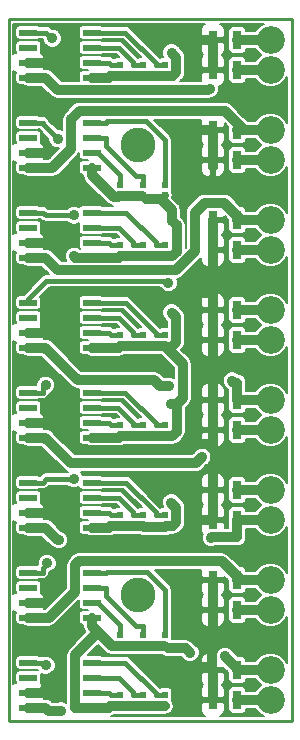
<source format=gbl>
G04 #@! TF.FileFunction,Copper,L2,Bot,Signal*
%FSLAX46Y46*%
G04 Gerber Fmt 4.6, Leading zero omitted, Abs format (unit mm)*
G04 Created by KiCad (PCBNEW 0.201505120158+5650~23~ubuntu14.04.1-product) date Thu 14 May 2015 12:47:03 PM EDT*
%MOMM*%
G01*
G04 APERTURE LIST*
%ADD10C,0.100000*%
%ADD11C,0.228600*%
%ADD12C,2.336800*%
%ADD13R,1.549400X0.599440*%
%ADD14C,2.946400*%
%ADD15R,0.619760X0.619760*%
%ADD16R,0.787400X1.600200*%
%ADD17C,0.889000*%
%ADD18C,0.812800*%
%ADD19C,0.619600*%
%ADD20C,0.406400*%
%ADD21C,0.203200*%
G04 APERTURE END LIST*
D10*
D11*
X25400000Y-84836000D02*
X49364900Y-84836000D01*
X49364900Y-25400000D02*
X49364900Y-84836000D01*
X25400000Y-25400000D02*
X25400000Y-84836000D01*
X25400000Y-25400000D02*
X49364900Y-25400000D01*
D12*
X47586900Y-27178000D03*
X47586900Y-29718000D03*
X47586900Y-34798000D03*
X47586900Y-37338000D03*
X47586900Y-42418000D03*
X47586900Y-44958000D03*
X47586900Y-50038000D03*
X47586900Y-52578000D03*
X47586900Y-57658000D03*
X47586900Y-60198000D03*
X47586900Y-65278000D03*
X47586900Y-67818000D03*
X47586900Y-72898000D03*
X47586900Y-75438000D03*
X47586900Y-80518000D03*
X47586900Y-83058000D03*
D13*
X32454900Y-79883000D03*
X32454900Y-81153000D03*
X32454900Y-82423000D03*
X32454900Y-83693000D03*
X27070100Y-83693000D03*
X27070100Y-82423000D03*
X27070100Y-81153000D03*
X27070100Y-79883000D03*
X32454900Y-72263000D03*
X32454900Y-73533000D03*
X32454900Y-74803000D03*
X32454900Y-76073000D03*
X27070100Y-76073000D03*
X27070100Y-74803000D03*
X27070100Y-73533000D03*
X27070100Y-72263000D03*
X32454900Y-64643000D03*
X32454900Y-65913000D03*
X32454900Y-67183000D03*
X32454900Y-68453000D03*
X27070100Y-68453000D03*
X27070100Y-67183000D03*
X27070100Y-65913000D03*
X27070100Y-64643000D03*
X32454900Y-57023000D03*
X32454900Y-58293000D03*
X32454900Y-59563000D03*
X32454900Y-60833000D03*
X27070100Y-60833000D03*
X27070100Y-59563000D03*
X27070100Y-58293000D03*
X27070100Y-57023000D03*
X32454900Y-49403000D03*
X32454900Y-50673000D03*
X32454900Y-51943000D03*
X32454900Y-53213000D03*
X27070100Y-53213000D03*
X27070100Y-51943000D03*
X27070100Y-50673000D03*
X27070100Y-49403000D03*
X32454900Y-41783000D03*
X32454900Y-43053000D03*
X32454900Y-44323000D03*
X32454900Y-45593000D03*
X27070100Y-45593000D03*
X27070100Y-44323000D03*
X27070100Y-43053000D03*
X27070100Y-41783000D03*
X32454900Y-34163000D03*
X32454900Y-35433000D03*
X32454900Y-36703000D03*
X32454900Y-37973000D03*
X27070100Y-37973000D03*
X27070100Y-36703000D03*
X27070100Y-35433000D03*
X27070100Y-34163000D03*
X32454900Y-26543000D03*
X32454900Y-27813000D03*
X32454900Y-29083000D03*
X32454900Y-30353000D03*
X27070100Y-30353000D03*
X27070100Y-29083000D03*
X27070100Y-27813000D03*
X27070100Y-26543000D03*
D14*
X36334700Y-74168000D03*
X36334700Y-36068000D03*
D15*
X36747400Y-29268420D03*
X36747400Y-30167580D03*
X36747400Y-39428420D03*
X36747400Y-40327580D03*
X36747400Y-44508420D03*
X36747400Y-45407580D03*
X36747400Y-52128420D03*
X36747400Y-53027580D03*
X36747400Y-59748420D03*
X36747400Y-60647580D03*
X36747400Y-67368420D03*
X36747400Y-68267580D03*
X36747400Y-77528420D03*
X36747400Y-78427580D03*
X36747400Y-82608420D03*
X36747400Y-83507580D03*
X34842400Y-29268420D03*
X34842400Y-30167580D03*
X38652400Y-29268420D03*
X38652400Y-30167580D03*
X34842400Y-39428420D03*
X34842400Y-40327580D03*
X38652400Y-39428420D03*
X38652400Y-40327580D03*
X34842400Y-44508420D03*
X34842400Y-45407580D03*
X38652400Y-44508420D03*
X38652400Y-45407580D03*
X34842400Y-52128420D03*
X34842400Y-53027580D03*
X38652400Y-52128420D03*
X38652400Y-53027580D03*
X34842400Y-59748420D03*
X34842400Y-60647580D03*
X38652400Y-59748420D03*
X38652400Y-60647580D03*
X34842400Y-67368420D03*
X34842400Y-68267580D03*
X38652400Y-67368420D03*
X38652400Y-68267580D03*
X34842400Y-77528420D03*
X34842400Y-78427580D03*
X38652400Y-77528420D03*
X38652400Y-78427580D03*
X34842400Y-82608420D03*
X34842400Y-83507580D03*
X38652400Y-82608420D03*
X38652400Y-83507580D03*
D16*
X42691000Y-80518000D03*
X44773800Y-80518000D03*
X42691000Y-72898000D03*
X44773800Y-72898000D03*
X42691000Y-65278000D03*
X44773800Y-65278000D03*
X42691000Y-57658000D03*
X44773800Y-57658000D03*
X42691000Y-50038000D03*
X44773800Y-50038000D03*
X42691000Y-42418000D03*
X44773800Y-42418000D03*
X42691000Y-34798000D03*
X44773800Y-34798000D03*
X42691000Y-27178000D03*
X44773800Y-27178000D03*
X42691000Y-83058000D03*
X44773800Y-83058000D03*
X42691000Y-75438000D03*
X44773800Y-75438000D03*
X42691000Y-67818000D03*
X44773800Y-67818000D03*
X42691000Y-60198000D03*
X44773800Y-60198000D03*
X42691000Y-52578000D03*
X44773800Y-52578000D03*
X42691000Y-44958000D03*
X44773800Y-44958000D03*
X42691000Y-37338000D03*
X44773800Y-37338000D03*
X42691000Y-29718000D03*
X44773800Y-29718000D03*
D17*
X29044200Y-29187300D03*
X28752800Y-48768000D03*
X39189300Y-34475900D03*
X28592000Y-74732300D03*
X28621400Y-36882700D03*
X37817900Y-27559200D03*
X28586200Y-44269600D03*
X38184900Y-79884000D03*
X29869400Y-80753900D03*
X39199000Y-66344100D03*
X30972100Y-45502500D03*
X40778500Y-79056500D03*
X39248400Y-42486000D03*
X39219200Y-50253900D03*
X42565200Y-69323400D03*
X39161600Y-58012100D03*
X39209700Y-28246100D03*
X42456300Y-31296100D03*
X39003300Y-56479200D03*
X44329400Y-56032000D03*
X41801700Y-62481000D03*
X29676400Y-69505400D03*
X29805400Y-83980100D03*
X43741200Y-79368500D03*
X28586200Y-80129700D03*
X28666700Y-71474800D03*
X29101700Y-27043300D03*
X29569600Y-35538900D03*
X30953200Y-42018400D03*
X38913700Y-47775900D03*
X28551300Y-56394400D03*
X30956100Y-64339600D03*
D18*
X42691100Y-65913000D02*
X42691100Y-67818000D01*
X42691100Y-72898000D02*
X42691100Y-73533000D01*
X42691100Y-73533000D02*
X42691100Y-75438000D01*
X42691100Y-65278000D02*
X42691100Y-65913000D01*
X42691000Y-73532900D02*
X42691000Y-72898000D01*
X42691100Y-73533000D02*
X42691000Y-73532900D01*
X27070100Y-29083000D02*
X28505500Y-29083000D01*
X28939900Y-29083000D02*
X29044200Y-29187300D01*
X28505500Y-29083000D02*
X28939900Y-29083000D01*
X42691100Y-50038000D02*
X42691000Y-50038000D01*
X42691100Y-57658000D02*
X42691100Y-58293000D01*
X42691100Y-58293000D02*
X42691100Y-60198000D01*
X42691000Y-58292900D02*
X42691000Y-57658000D01*
X42691100Y-58293000D02*
X42691000Y-58292900D01*
X42691100Y-42418000D02*
X42691100Y-44958000D01*
X42691100Y-50038000D02*
X42691100Y-52578000D01*
X42691000Y-75438000D02*
X42691100Y-75438000D01*
X42691100Y-52578000D02*
X42691000Y-52578000D01*
X42691000Y-44958000D02*
X42691000Y-45688400D01*
X42691100Y-42418000D02*
X42691000Y-42418000D01*
X42691100Y-27178000D02*
X42691100Y-28765500D01*
X42691100Y-28765500D02*
X42691100Y-29718000D01*
X42691000Y-28765600D02*
X42691000Y-29718000D01*
X42691100Y-28765500D02*
X42691000Y-28765600D01*
X42691100Y-34798000D02*
X42691100Y-37338000D01*
X42691000Y-27178000D02*
X42691100Y-27178000D01*
X27070100Y-51943000D02*
X28505500Y-51943000D01*
X42691100Y-67818000D02*
X42691000Y-67818000D01*
X42691000Y-67818000D02*
X41636600Y-67818000D01*
X27070100Y-67183000D02*
X28505500Y-67183000D01*
X42691000Y-50038000D02*
X42691000Y-48577200D01*
X42691100Y-45688400D02*
X42691000Y-45688400D01*
X42691100Y-44958000D02*
X42691100Y-45688400D01*
X42691000Y-34798000D02*
X42691100Y-34798000D01*
X42691000Y-34798000D02*
X41636600Y-34798000D01*
X42691100Y-60198000D02*
X42691000Y-60198000D01*
X41314500Y-34475900D02*
X39189300Y-34475900D01*
X41636600Y-34798000D02*
X41314500Y-34475900D01*
X42691000Y-60198000D02*
X42691000Y-61658800D01*
X42691000Y-65912900D02*
X42691000Y-65278000D01*
X42691100Y-65913000D02*
X42691000Y-65912900D01*
X42691000Y-65278000D02*
X42691000Y-63817200D01*
X42616800Y-61733000D02*
X42691000Y-61658800D01*
X29123200Y-59563000D02*
X27070100Y-59563000D01*
X31487600Y-61927400D02*
X29123200Y-59563000D01*
X40792400Y-61927400D02*
X31487600Y-61927400D01*
X41344000Y-61375800D02*
X40792400Y-61927400D01*
X42259500Y-61375800D02*
X41344000Y-61375800D01*
X42616800Y-61733000D02*
X42259500Y-61375800D01*
X42906900Y-62023200D02*
X42616800Y-61733000D01*
X42906900Y-62938800D02*
X42906900Y-62023200D01*
X42772900Y-63072800D02*
X42906900Y-62938800D01*
X42772900Y-63436300D02*
X42772900Y-63072800D01*
X42772800Y-63436400D02*
X42772900Y-63436300D01*
X42772800Y-63735400D02*
X42772800Y-63436400D01*
X42691000Y-63817200D02*
X42772800Y-63735400D01*
X28576200Y-74732300D02*
X28592000Y-74732300D01*
X28505500Y-74803000D02*
X28576200Y-74732300D01*
X27070100Y-74803000D02*
X28505500Y-74803000D01*
X42691100Y-82198400D02*
X42691100Y-83058000D01*
X42691000Y-82198500D02*
X42691000Y-83058000D01*
X42691100Y-82198400D02*
X42691000Y-82198500D01*
X29001600Y-67183000D02*
X28505500Y-67183000D01*
X30903200Y-69084600D02*
X29001600Y-67183000D01*
X30903200Y-69522600D02*
X30903200Y-69084600D01*
X42691100Y-80518000D02*
X42691100Y-82198400D01*
X42691000Y-80518000D02*
X42691100Y-80518000D01*
X42691000Y-75438000D02*
X42691000Y-76898800D01*
X27070100Y-36703000D02*
X28505500Y-36703000D01*
X28505500Y-36766800D02*
X28621400Y-36882700D01*
X28505500Y-36703000D02*
X28505500Y-36766800D01*
X42691000Y-37338000D02*
X42691000Y-37926200D01*
X42691100Y-37926100D02*
X42691100Y-37338000D01*
X42691000Y-37926200D02*
X42691100Y-37926100D01*
X42691000Y-45688400D02*
X42691000Y-48577200D01*
X28505500Y-49015300D02*
X28752800Y-48768000D01*
X28505500Y-51943000D02*
X28505500Y-49015300D01*
X39675400Y-48577200D02*
X42691000Y-48577200D01*
X39371500Y-48881100D02*
X39675400Y-48577200D01*
X38456000Y-48881100D02*
X39371500Y-48881100D01*
X38017400Y-48442500D02*
X38456000Y-48881100D01*
X29078300Y-48442500D02*
X38017400Y-48442500D01*
X28752800Y-48768000D02*
X29078300Y-48442500D01*
X42691000Y-27178000D02*
X41636600Y-27178000D01*
X28558900Y-44269600D02*
X28505500Y-44323000D01*
X28586200Y-44269600D02*
X28558900Y-44269600D01*
X27070100Y-44323000D02*
X28505500Y-44323000D01*
X39932000Y-69522600D02*
X41636600Y-67818000D01*
X30903200Y-69522600D02*
X39932000Y-69522600D01*
X42691100Y-56197200D02*
X42691000Y-56197200D01*
X42691100Y-52578000D02*
X42691100Y-56197200D01*
X42691000Y-57658000D02*
X42691000Y-56197200D01*
X38527700Y-80226800D02*
X42605500Y-80226800D01*
X38184900Y-79884000D02*
X38527700Y-80226800D01*
X42605500Y-80432500D02*
X42605500Y-80226800D01*
X42691000Y-80518000D02*
X42605500Y-80432500D01*
X42605500Y-76984300D02*
X42691000Y-76898800D01*
X42605500Y-80226800D02*
X42605500Y-76984300D01*
X30903200Y-69926300D02*
X30903200Y-69522600D01*
X29856900Y-70972600D02*
X30903200Y-69926300D01*
X29856900Y-73467400D02*
X29856900Y-70972600D01*
X28592000Y-74732300D02*
X29856900Y-73467400D01*
X38249700Y-27127400D02*
X37817900Y-27559200D01*
X41586000Y-27127400D02*
X38249700Y-27127400D01*
X41636600Y-27178000D02*
X41586000Y-27127400D01*
X28505500Y-82117800D02*
X29869400Y-80753900D01*
X28505500Y-82423000D02*
X28505500Y-82117800D01*
X27070100Y-82423000D02*
X28505500Y-82423000D01*
X44773800Y-83058000D02*
X47586900Y-83058000D01*
X44773800Y-44958000D02*
X47586900Y-44958000D01*
X44773800Y-29718000D02*
X47586900Y-29718000D01*
X44773800Y-52578000D02*
X47586900Y-52578000D01*
X44773800Y-67818000D02*
X47586900Y-67818000D01*
X44773800Y-75438000D02*
X47586900Y-75438000D01*
D19*
X34842400Y-83579100D02*
X34842400Y-83507600D01*
X36675900Y-83579100D02*
X36747400Y-83507600D01*
X38652400Y-68431400D02*
X38652400Y-68267600D01*
D18*
X38652400Y-68431400D02*
X36911200Y-68431400D01*
D19*
X34842400Y-60719100D02*
X34842400Y-60647600D01*
X34842400Y-53099100D02*
X34842400Y-53027600D01*
X34842400Y-45479100D02*
X34842400Y-45407600D01*
X38652400Y-30239100D02*
X38652400Y-30167600D01*
X36818900Y-30239100D02*
X36747400Y-30167600D01*
X34842400Y-30239100D02*
X34842400Y-30167600D01*
X36675900Y-30239100D02*
X36747400Y-30167600D01*
D18*
X34842400Y-83579100D02*
X36675900Y-83579100D01*
X34728500Y-60833000D02*
X32454900Y-60833000D01*
X34842400Y-60719100D02*
X34728500Y-60833000D01*
X36675900Y-30239100D02*
X34842400Y-30239100D01*
X34004200Y-30239100D02*
X33890300Y-30353000D01*
X34842400Y-30239100D02*
X34004200Y-30239100D01*
X32454900Y-30353000D02*
X33890300Y-30353000D01*
X36818900Y-30239100D02*
X38652400Y-30239100D01*
D19*
X34842400Y-78499100D02*
X34842400Y-78427600D01*
X38723900Y-68339100D02*
X38652400Y-68267600D01*
D18*
X44773800Y-60198000D02*
X47586900Y-60198000D01*
D19*
X38324800Y-40655200D02*
X38652400Y-40327600D01*
X38652400Y-60719100D02*
X38652400Y-60647600D01*
X36747400Y-60719100D02*
X36747400Y-60647600D01*
D18*
X34842400Y-60719100D02*
X36747400Y-60719100D01*
X36747400Y-60719100D02*
X38652400Y-60719100D01*
X39623100Y-66768200D02*
X39199000Y-66344100D01*
X39623100Y-68002000D02*
X39623100Y-66768200D01*
X39286000Y-68339100D02*
X39623100Y-68002000D01*
X38723900Y-68339100D02*
X39286000Y-68339100D01*
X34728500Y-53213000D02*
X32454900Y-53213000D01*
X34842400Y-53099100D02*
X34728500Y-53213000D01*
X32454900Y-38618800D02*
X32454900Y-37973000D01*
X34315800Y-40479700D02*
X32454900Y-38618800D01*
X34690300Y-40479700D02*
X34315800Y-40479700D01*
X44773800Y-37338000D02*
X47586900Y-37338000D01*
X34728500Y-45593000D02*
X32454900Y-45593000D01*
X34842400Y-45479100D02*
X34728500Y-45593000D01*
X31019500Y-45549900D02*
X31019500Y-45593000D01*
X30972100Y-45502500D02*
X31019500Y-45549900D01*
X32454900Y-45593000D02*
X31019500Y-45593000D01*
D19*
X36911200Y-68431400D02*
X36829300Y-68349500D01*
X36747400Y-68349500D02*
X36747400Y-68267600D01*
D18*
X36829300Y-68349500D02*
X36747400Y-68349500D01*
X32454900Y-68453000D02*
X33890300Y-68453000D01*
D19*
X34842400Y-68349500D02*
X34842400Y-68267600D01*
D18*
X36747400Y-68349500D02*
X34842400Y-68349500D01*
X33993800Y-68349500D02*
X33890300Y-68453000D01*
X34842400Y-68349500D02*
X33993800Y-68349500D01*
D19*
X34690300Y-40479700D02*
X34766400Y-40403600D01*
X36675900Y-40399100D02*
X36747400Y-40327600D01*
D18*
X34766400Y-40403600D02*
X34842400Y-40403600D01*
X34842400Y-40399100D02*
X36675900Y-40399100D01*
D19*
X34842400Y-40403600D02*
X34842400Y-40399100D01*
X34842400Y-40399100D02*
X34842400Y-40327600D01*
X37075000Y-40655200D02*
X36747400Y-40327600D01*
D18*
X38324800Y-40655200D02*
X37075000Y-40655200D01*
D19*
X38652400Y-45479100D02*
X38652400Y-45407600D01*
X36747400Y-45479100D02*
X36747400Y-45407600D01*
D18*
X34842400Y-45479100D02*
X36747400Y-45479100D01*
D19*
X38652400Y-53109500D02*
X38652400Y-53099100D01*
X38652400Y-53099100D02*
X38652400Y-53027600D01*
X36747400Y-53099100D02*
X36747400Y-53027600D01*
D18*
X34842400Y-53099100D02*
X36747400Y-53099100D01*
X36747400Y-53099100D02*
X38652400Y-53099100D01*
X40407500Y-78685500D02*
X38910300Y-78685500D01*
X40778500Y-79056500D02*
X40407500Y-78685500D01*
X34004200Y-83579100D02*
X33890300Y-83693000D01*
X34842400Y-83579100D02*
X34004200Y-83579100D01*
X32454900Y-83693000D02*
X31019500Y-83693000D01*
X31019500Y-79285400D02*
X32995800Y-77309100D01*
X31019500Y-83693000D02*
X31019500Y-79285400D01*
X34185700Y-78499100D02*
X32995800Y-77309100D01*
X34842400Y-78499100D02*
X34185700Y-78499100D01*
X32454900Y-76768300D02*
X32454900Y-76073000D01*
X32995800Y-77309100D02*
X32454900Y-76768300D01*
X32454900Y-83693000D02*
X33890300Y-83693000D01*
X39248400Y-41578800D02*
X38324800Y-40655200D01*
X39248400Y-42486000D02*
X39248400Y-41578800D01*
X36747400Y-45479100D02*
X38652400Y-45479100D01*
X39633000Y-42870600D02*
X39248400Y-42486000D01*
X39633000Y-45096600D02*
X39633000Y-42870600D01*
X39250500Y-45479100D02*
X39633000Y-45096600D01*
X38652400Y-45479100D02*
X39250500Y-45479100D01*
X39623100Y-50657800D02*
X39219200Y-50253900D01*
X39623100Y-52738700D02*
X39623100Y-50657800D01*
X38952400Y-53409400D02*
X39623100Y-52738700D01*
X38952400Y-53409400D02*
X38652400Y-53109500D01*
X44773800Y-67818000D02*
X44773800Y-69278800D01*
D19*
X38910300Y-78685500D02*
X38652400Y-78427600D01*
X36747400Y-78499100D02*
X36747400Y-78427600D01*
X38580900Y-78499100D02*
X38652400Y-78427600D01*
D18*
X38580900Y-78499100D02*
X36747400Y-78499100D01*
X36747400Y-78499100D02*
X34842400Y-78499100D01*
D19*
X38652400Y-83579100D02*
X38652400Y-83507600D01*
D18*
X38652400Y-83579100D02*
X36818900Y-83579100D01*
D19*
X36818900Y-83579100D02*
X36747400Y-83507600D01*
D18*
X39651700Y-60343000D02*
X39651700Y-58012100D01*
X39275600Y-60719100D02*
X39651700Y-60343000D01*
X38652400Y-60719100D02*
X39275600Y-60719100D01*
X40135200Y-57528600D02*
X39651700Y-58012100D01*
X40135200Y-54592300D02*
X40135200Y-57528600D01*
X38952400Y-53409400D02*
X40135200Y-54592300D01*
X39651700Y-58012100D02*
X39161600Y-58012100D01*
X42609800Y-69278800D02*
X42565200Y-69323400D01*
X44773800Y-69278800D02*
X42609800Y-69278800D01*
D19*
X38723900Y-30239100D02*
X38652400Y-30167600D01*
D18*
X39286000Y-30239100D02*
X38723900Y-30239100D01*
X39623100Y-29902000D02*
X39286000Y-30239100D01*
X39623100Y-28659500D02*
X39623100Y-29902000D01*
X39209700Y-28246100D02*
X39623100Y-28659500D01*
D20*
X34716400Y-27813000D02*
X32454900Y-27813000D01*
X35980000Y-29076600D02*
X34716400Y-27813000D01*
X35980000Y-29268400D02*
X35980000Y-29076600D01*
X36747400Y-29268400D02*
X35980000Y-29268400D01*
X33687100Y-36154400D02*
X33687100Y-35433000D01*
X36193700Y-38661000D02*
X33687100Y-36154400D01*
X36747400Y-38661000D02*
X36193700Y-38661000D01*
X36747400Y-39428400D02*
X36747400Y-38661000D01*
X32454900Y-35433000D02*
X33687100Y-35433000D01*
X36747400Y-44508400D02*
X35980000Y-44508400D01*
X32454900Y-43053000D02*
X33687100Y-43053000D01*
X35980000Y-44318500D02*
X35980000Y-44508400D01*
X34714500Y-43053000D02*
X35980000Y-44318500D01*
X33687100Y-43053000D02*
X34714500Y-43053000D01*
X34716400Y-50673000D02*
X32454900Y-50673000D01*
X35980000Y-51936600D02*
X34716400Y-50673000D01*
X35980000Y-52128400D02*
X35980000Y-51936600D01*
X36747400Y-52128400D02*
X35980000Y-52128400D01*
X36747400Y-59748400D02*
X35980000Y-59748400D01*
X35980000Y-59561300D02*
X35980000Y-59748400D01*
X34711700Y-58293000D02*
X35980000Y-59561300D01*
X32454900Y-58293000D02*
X34711700Y-58293000D01*
X34716400Y-65913000D02*
X32454900Y-65913000D01*
X35980000Y-67176600D02*
X34716400Y-65913000D01*
X35980000Y-67368400D02*
X35980000Y-67176600D01*
X36747400Y-67368400D02*
X35980000Y-67368400D01*
X33687100Y-74254400D02*
X33687100Y-73533000D01*
X36193700Y-76761000D02*
X33687100Y-74254400D01*
X36747400Y-76761000D02*
X36193700Y-76761000D01*
X36747400Y-77528400D02*
X36747400Y-76761000D01*
X32454900Y-73533000D02*
X33687100Y-73533000D01*
X34716400Y-81153000D02*
X32454900Y-81153000D01*
X35980000Y-82416600D02*
X34716400Y-81153000D01*
X35980000Y-82608400D02*
X35980000Y-82416600D01*
X36747400Y-82608400D02*
X35980000Y-82608400D01*
D18*
X44773800Y-27178000D02*
X47586900Y-27178000D01*
X42332300Y-31420100D02*
X42456300Y-31296100D01*
X29572600Y-31420100D02*
X42332300Y-31420100D01*
X28505500Y-30353000D02*
X29572600Y-31420100D01*
X27070100Y-30353000D02*
X28505500Y-30353000D01*
X44773800Y-34798000D02*
X45341900Y-34798000D01*
X45341900Y-34798000D02*
X47586900Y-34798000D01*
X43710000Y-33166100D02*
X45341900Y-34798000D01*
X31430900Y-33166100D02*
X43710000Y-33166100D01*
X30691700Y-33905300D02*
X31430900Y-33166100D01*
X30691700Y-36437100D02*
X30691700Y-33905300D01*
X29102100Y-38026700D02*
X30691700Y-36437100D01*
X27123800Y-38026700D02*
X29102100Y-38026700D01*
X27070100Y-37973000D02*
X27123800Y-38026700D01*
X44773800Y-42418000D02*
X45125500Y-42418000D01*
X45125500Y-42418000D02*
X47586900Y-42418000D01*
X27070100Y-45593000D02*
X28505500Y-45593000D01*
X29583200Y-46670700D02*
X28505500Y-45593000D01*
X39569700Y-46670700D02*
X29583200Y-46670700D01*
X41169400Y-45071000D02*
X39569700Y-46670700D01*
X41169400Y-41802700D02*
X41169400Y-45071000D01*
X42015000Y-40957100D02*
X41169400Y-41802700D01*
X43664600Y-40957100D02*
X42015000Y-40957100D01*
X45125500Y-42418000D02*
X43664600Y-40957100D01*
X44773800Y-50038000D02*
X47586900Y-50038000D01*
X27070100Y-53213000D02*
X28505500Y-53213000D01*
X38268600Y-56479200D02*
X39003300Y-56479200D01*
X37747000Y-55957600D02*
X38268600Y-56479200D01*
X31250100Y-55957600D02*
X37747000Y-55957600D01*
X28505500Y-53213000D02*
X31250100Y-55957600D01*
X44773800Y-57658000D02*
X47586900Y-57658000D01*
X30694300Y-63021800D02*
X28505500Y-60833000D01*
X41260900Y-63021800D02*
X30694300Y-63021800D01*
X41801700Y-62481000D02*
X41260900Y-63021800D01*
X44494600Y-56197200D02*
X44329400Y-56032000D01*
X44773800Y-56197200D02*
X44494600Y-56197200D01*
X44773800Y-57658000D02*
X44773800Y-56197200D01*
X27070100Y-60833000D02*
X28505500Y-60833000D01*
X44773800Y-65278000D02*
X47586900Y-65278000D01*
X29557900Y-69505400D02*
X28505500Y-68453000D01*
X29676400Y-69505400D02*
X29557900Y-69505400D01*
X27070100Y-68453000D02*
X28505500Y-68453000D01*
X44773800Y-72898000D02*
X45059900Y-72898000D01*
X45059900Y-72898000D02*
X47586900Y-72898000D01*
X28828500Y-76073000D02*
X27070100Y-76073000D01*
X31019400Y-73882100D02*
X28828500Y-76073000D01*
X31019400Y-71631900D02*
X31019400Y-73882100D01*
X31348800Y-71302500D02*
X31019400Y-71631900D01*
X43464400Y-71302500D02*
X31348800Y-71302500D01*
X45059900Y-72898000D02*
X43464400Y-71302500D01*
X44773800Y-80518000D02*
X47586900Y-80518000D01*
X27070100Y-83693000D02*
X28505500Y-83693000D01*
X28792600Y-83980100D02*
X29805400Y-83980100D01*
X28505500Y-83693000D02*
X28792600Y-83980100D01*
X44773800Y-80401100D02*
X43741200Y-79368500D01*
X44773800Y-80518000D02*
X44773800Y-80401100D01*
D20*
X28549000Y-80129700D02*
X28302300Y-79883000D01*
X28586200Y-80129700D02*
X28549000Y-80129700D01*
X27070100Y-79883000D02*
X28302300Y-79883000D01*
X28302300Y-71839200D02*
X28666700Y-71474800D01*
X28302300Y-72263000D02*
X28302300Y-71839200D01*
X27070100Y-72263000D02*
X28302300Y-72263000D01*
X28601400Y-26543000D02*
X29101700Y-27043300D01*
X27070100Y-26543000D02*
X28601400Y-26543000D01*
X28302300Y-34271600D02*
X29569600Y-35538900D01*
X28302300Y-34163000D02*
X28302300Y-34271600D01*
X27070100Y-34163000D02*
X28302300Y-34163000D01*
X28537700Y-42018400D02*
X30953200Y-42018400D01*
X28302300Y-41783000D02*
X28537700Y-42018400D01*
X27070100Y-41783000D02*
X28302300Y-41783000D01*
X27070100Y-49121200D02*
X27070100Y-49403000D01*
X28615700Y-47575600D02*
X27070100Y-49121200D01*
X38713400Y-47575600D02*
X28615700Y-47575600D01*
X38913700Y-47775900D02*
X38713400Y-47575600D01*
X28302300Y-56643400D02*
X28302300Y-57023000D01*
X28551300Y-56394400D02*
X28302300Y-56643400D01*
X27070100Y-57023000D02*
X28302300Y-57023000D01*
X27070100Y-64643000D02*
X28302300Y-64643000D01*
X28605700Y-64339600D02*
X30956100Y-64339600D01*
X28302300Y-64643000D02*
X28605700Y-64339600D01*
X33889600Y-29083000D02*
X32454900Y-29083000D01*
X34075000Y-29268400D02*
X33889600Y-29083000D01*
X34842400Y-29268400D02*
X34075000Y-29268400D01*
X35290400Y-26543000D02*
X32454900Y-26543000D01*
X37885000Y-29137600D02*
X35290400Y-26543000D01*
X37885000Y-29268400D02*
X37885000Y-29137600D01*
X38652400Y-29268400D02*
X37885000Y-29268400D01*
X32951600Y-36703000D02*
X32454900Y-36703000D01*
X34842400Y-38593800D02*
X32951600Y-36703000D01*
X34842400Y-39428400D02*
X34842400Y-38593800D01*
X33775200Y-34074900D02*
X33687100Y-34163000D01*
X37072100Y-34074900D02*
X33775200Y-34074900D01*
X38652400Y-35655200D02*
X37072100Y-34074900D01*
X38652400Y-39428400D02*
X38652400Y-35655200D01*
X32454900Y-34163000D02*
X33687100Y-34163000D01*
X33889600Y-44323000D02*
X32454900Y-44323000D01*
X34075000Y-44508400D02*
X33889600Y-44323000D01*
X34842400Y-44508400D02*
X34075000Y-44508400D01*
X38652400Y-44508400D02*
X37885000Y-44508400D01*
X37885000Y-44316600D02*
X37885000Y-44508400D01*
X35351400Y-41783000D02*
X37885000Y-44316600D01*
X32454900Y-41783000D02*
X35351400Y-41783000D01*
X33889600Y-51943000D02*
X32454900Y-51943000D01*
X34075000Y-52128400D02*
X33889600Y-51943000D01*
X34842400Y-52128400D02*
X34075000Y-52128400D01*
X38652400Y-52128400D02*
X37885000Y-52128400D01*
X32454900Y-49403000D02*
X33687100Y-49403000D01*
X37885000Y-51960100D02*
X37885000Y-52128400D01*
X35327900Y-49403000D02*
X37885000Y-51960100D01*
X33687100Y-49403000D02*
X35327900Y-49403000D01*
X33889600Y-59563000D02*
X32454900Y-59563000D01*
X34075000Y-59748400D02*
X33889600Y-59563000D01*
X34842400Y-59748400D02*
X34075000Y-59748400D01*
X38652400Y-59748400D02*
X37885000Y-59748400D01*
X37885000Y-59607400D02*
X37885000Y-59748400D01*
X35300600Y-57023000D02*
X37885000Y-59607400D01*
X33687100Y-57023000D02*
X35300600Y-57023000D01*
X32454900Y-57023000D02*
X33687100Y-57023000D01*
X33889600Y-67183000D02*
X32454900Y-67183000D01*
X34075000Y-67368400D02*
X33889600Y-67183000D01*
X34842400Y-67368400D02*
X34075000Y-67368400D01*
X38652400Y-67368400D02*
X37885000Y-67368400D01*
X32454900Y-64643000D02*
X33687100Y-64643000D01*
X37885000Y-67176600D02*
X37885000Y-67368400D01*
X35351400Y-64643000D02*
X37885000Y-67176600D01*
X33687100Y-64643000D02*
X35351400Y-64643000D01*
X32943400Y-74803000D02*
X32454900Y-74803000D01*
X34842400Y-76702000D02*
X32943400Y-74803000D01*
X34842400Y-77528400D02*
X34842400Y-76702000D01*
X38652400Y-77528400D02*
X38652400Y-76761000D01*
X32454900Y-72263000D02*
X33687100Y-72263000D01*
X38652400Y-73744200D02*
X38652400Y-76761000D01*
X37109500Y-72201300D02*
X38652400Y-73744200D01*
X33748800Y-72201300D02*
X37109500Y-72201300D01*
X33687100Y-72263000D02*
X33748800Y-72201300D01*
X33889600Y-82423000D02*
X32454900Y-82423000D01*
X34075000Y-82608400D02*
X33889600Y-82423000D01*
X34842400Y-82608400D02*
X34075000Y-82608400D01*
X35294100Y-79883000D02*
X32454900Y-79883000D01*
X37885000Y-82473900D02*
X35294100Y-79883000D01*
X37885000Y-82608400D02*
X37885000Y-82473900D01*
X38652400Y-82608400D02*
X37885000Y-82608400D01*
D21*
G36*
X32096715Y-75413491D02*
X32023355Y-75462509D01*
X31680200Y-75462509D01*
X31563981Y-75485058D01*
X31461835Y-75552157D01*
X31393459Y-75653453D01*
X31369429Y-75773280D01*
X31369429Y-76372720D01*
X31391978Y-76488939D01*
X31459077Y-76591085D01*
X31560373Y-76659461D01*
X31680200Y-76683491D01*
X31692900Y-76683491D01*
X31692900Y-76768300D01*
X31692907Y-76768337D01*
X31692901Y-76768370D01*
X31720683Y-76907976D01*
X31750904Y-77059905D01*
X31750924Y-77059934D01*
X31750931Y-77059970D01*
X31835701Y-77186812D01*
X31916085Y-77307115D01*
X31916113Y-77307133D01*
X31916134Y-77307165D01*
X31918119Y-77309149D01*
X30480685Y-78746585D01*
X30315504Y-78993795D01*
X30257500Y-79285400D01*
X30257500Y-83301493D01*
X29965248Y-83180139D01*
X29646948Y-83179861D01*
X29554403Y-83218100D01*
X29108230Y-83218100D01*
X29044315Y-83154185D01*
X28797105Y-82989004D01*
X28505500Y-82931000D01*
X28418353Y-82931000D01*
X28454400Y-82843977D01*
X28454400Y-82725260D01*
X28302000Y-82572860D01*
X27222500Y-82572860D01*
X27222500Y-82595400D01*
X26917700Y-82595400D01*
X26917700Y-82572860D01*
X26897700Y-82572860D01*
X26897700Y-82273140D01*
X26917700Y-82273140D01*
X26917700Y-82250600D01*
X27222500Y-82250600D01*
X27222500Y-82273140D01*
X28302000Y-82273140D01*
X28454400Y-82120740D01*
X28454400Y-82002023D01*
X28361594Y-81777969D01*
X28190111Y-81606486D01*
X28126435Y-81580110D01*
X28131541Y-81572547D01*
X28155571Y-81452720D01*
X28155571Y-80853280D01*
X28147962Y-80814062D01*
X28426352Y-80929661D01*
X28744652Y-80929939D01*
X29038828Y-80808387D01*
X29264096Y-80583512D01*
X29386161Y-80289548D01*
X29386439Y-79971248D01*
X29264887Y-79677072D01*
X29040012Y-79451804D01*
X28746048Y-79329739D01*
X28427748Y-79329461D01*
X28395577Y-79342753D01*
X28395576Y-79342753D01*
X28302300Y-79324200D01*
X28005605Y-79324200D01*
X27964627Y-79296539D01*
X27844800Y-79272509D01*
X26295400Y-79272509D01*
X26179181Y-79295058D01*
X26077035Y-79362157D01*
X26008659Y-79463453D01*
X25984629Y-79583280D01*
X25984629Y-80182720D01*
X26007178Y-80298939D01*
X26074277Y-80401085D01*
X26175573Y-80469461D01*
X26295400Y-80493491D01*
X27844800Y-80493491D01*
X27868875Y-80488819D01*
X27895239Y-80552624D01*
X27844800Y-80542509D01*
X26295400Y-80542509D01*
X26179181Y-80565058D01*
X26077035Y-80632157D01*
X26008659Y-80733453D01*
X25984629Y-80853280D01*
X25984629Y-81452720D01*
X26007178Y-81568939D01*
X26014355Y-81579865D01*
X25950089Y-81606486D01*
X25819100Y-81737475D01*
X25819100Y-75488525D01*
X25950089Y-75619514D01*
X26013764Y-75645889D01*
X26008659Y-75653453D01*
X25984629Y-75773280D01*
X25984629Y-76372720D01*
X26007178Y-76488939D01*
X26074277Y-76591085D01*
X26175573Y-76659461D01*
X26295400Y-76683491D01*
X26638555Y-76683491D01*
X26778495Y-76776996D01*
X27070100Y-76835000D01*
X28828500Y-76835000D01*
X28828500Y-76834999D01*
X29120104Y-76776996D01*
X29120105Y-76776996D01*
X29367315Y-76611815D01*
X31369429Y-74609701D01*
X31369429Y-75102720D01*
X31391978Y-75218939D01*
X31459077Y-75321085D01*
X31560373Y-75389461D01*
X31680200Y-75413491D01*
X32096715Y-75413491D01*
X32096715Y-75413491D01*
G37*
X32096715Y-75413491D02*
X32023355Y-75462509D01*
X31680200Y-75462509D01*
X31563981Y-75485058D01*
X31461835Y-75552157D01*
X31393459Y-75653453D01*
X31369429Y-75773280D01*
X31369429Y-76372720D01*
X31391978Y-76488939D01*
X31459077Y-76591085D01*
X31560373Y-76659461D01*
X31680200Y-76683491D01*
X31692900Y-76683491D01*
X31692900Y-76768300D01*
X31692907Y-76768337D01*
X31692901Y-76768370D01*
X31720683Y-76907976D01*
X31750904Y-77059905D01*
X31750924Y-77059934D01*
X31750931Y-77059970D01*
X31835701Y-77186812D01*
X31916085Y-77307115D01*
X31916113Y-77307133D01*
X31916134Y-77307165D01*
X31918119Y-77309149D01*
X30480685Y-78746585D01*
X30315504Y-78993795D01*
X30257500Y-79285400D01*
X30257500Y-83301493D01*
X29965248Y-83180139D01*
X29646948Y-83179861D01*
X29554403Y-83218100D01*
X29108230Y-83218100D01*
X29044315Y-83154185D01*
X28797105Y-82989004D01*
X28505500Y-82931000D01*
X28418353Y-82931000D01*
X28454400Y-82843977D01*
X28454400Y-82725260D01*
X28302000Y-82572860D01*
X27222500Y-82572860D01*
X27222500Y-82595400D01*
X26917700Y-82595400D01*
X26917700Y-82572860D01*
X26897700Y-82572860D01*
X26897700Y-82273140D01*
X26917700Y-82273140D01*
X26917700Y-82250600D01*
X27222500Y-82250600D01*
X27222500Y-82273140D01*
X28302000Y-82273140D01*
X28454400Y-82120740D01*
X28454400Y-82002023D01*
X28361594Y-81777969D01*
X28190111Y-81606486D01*
X28126435Y-81580110D01*
X28131541Y-81572547D01*
X28155571Y-81452720D01*
X28155571Y-80853280D01*
X28147962Y-80814062D01*
X28426352Y-80929661D01*
X28744652Y-80929939D01*
X29038828Y-80808387D01*
X29264096Y-80583512D01*
X29386161Y-80289548D01*
X29386439Y-79971248D01*
X29264887Y-79677072D01*
X29040012Y-79451804D01*
X28746048Y-79329739D01*
X28427748Y-79329461D01*
X28395577Y-79342753D01*
X28395576Y-79342753D01*
X28302300Y-79324200D01*
X28005605Y-79324200D01*
X27964627Y-79296539D01*
X27844800Y-79272509D01*
X26295400Y-79272509D01*
X26179181Y-79295058D01*
X26077035Y-79362157D01*
X26008659Y-79463453D01*
X25984629Y-79583280D01*
X25984629Y-80182720D01*
X26007178Y-80298939D01*
X26074277Y-80401085D01*
X26175573Y-80469461D01*
X26295400Y-80493491D01*
X27844800Y-80493491D01*
X27868875Y-80488819D01*
X27895239Y-80552624D01*
X27844800Y-80542509D01*
X26295400Y-80542509D01*
X26179181Y-80565058D01*
X26077035Y-80632157D01*
X26008659Y-80733453D01*
X25984629Y-80853280D01*
X25984629Y-81452720D01*
X26007178Y-81568939D01*
X26014355Y-81579865D01*
X25950089Y-81606486D01*
X25819100Y-81737475D01*
X25819100Y-75488525D01*
X25950089Y-75619514D01*
X26013764Y-75645889D01*
X26008659Y-75653453D01*
X25984629Y-75773280D01*
X25984629Y-76372720D01*
X26007178Y-76488939D01*
X26074277Y-76591085D01*
X26175573Y-76659461D01*
X26295400Y-76683491D01*
X26638555Y-76683491D01*
X26778495Y-76776996D01*
X27070100Y-76835000D01*
X28828500Y-76835000D01*
X28828500Y-76834999D01*
X29120104Y-76776996D01*
X29120105Y-76776996D01*
X29367315Y-76611815D01*
X31369429Y-74609701D01*
X31369429Y-75102720D01*
X31391978Y-75218939D01*
X31459077Y-75321085D01*
X31560373Y-75389461D01*
X31680200Y-75413491D01*
X32096715Y-75413491D01*
G36*
X34759007Y-43887769D02*
X34532520Y-43887769D01*
X34416301Y-43910318D01*
X34356501Y-43949600D01*
X34306462Y-43949600D01*
X34284731Y-43927869D01*
X34103444Y-43806736D01*
X33889600Y-43764200D01*
X33390405Y-43764200D01*
X33349427Y-43736539D01*
X33229600Y-43712509D01*
X31680200Y-43712509D01*
X31563981Y-43735058D01*
X31461835Y-43802157D01*
X31393459Y-43903453D01*
X31369429Y-44023280D01*
X31369429Y-44622720D01*
X31391978Y-44738939D01*
X31452452Y-44831000D01*
X31432296Y-44831000D01*
X31425912Y-44824604D01*
X31131948Y-44702539D01*
X30813648Y-44702261D01*
X30519472Y-44823813D01*
X30294204Y-45048688D01*
X30172139Y-45342652D01*
X30171861Y-45660952D01*
X30274229Y-45908700D01*
X29898830Y-45908700D01*
X29044315Y-45054185D01*
X28797105Y-44889004D01*
X28505500Y-44831000D01*
X28418353Y-44831000D01*
X28454400Y-44743977D01*
X28454400Y-44625260D01*
X28302000Y-44472860D01*
X27222500Y-44472860D01*
X27222500Y-44495400D01*
X26917700Y-44495400D01*
X26917700Y-44472860D01*
X26897700Y-44472860D01*
X26897700Y-44173140D01*
X26917700Y-44173140D01*
X26917700Y-44150600D01*
X27222500Y-44150600D01*
X27222500Y-44173140D01*
X28302000Y-44173140D01*
X28454400Y-44020740D01*
X28454400Y-43902023D01*
X28361594Y-43677969D01*
X28190111Y-43506486D01*
X28126435Y-43480110D01*
X28131541Y-43472547D01*
X28155571Y-43352720D01*
X28155571Y-42753280D01*
X28133022Y-42637061D01*
X28065923Y-42534915D01*
X27964627Y-42466539D01*
X27844800Y-42442509D01*
X26295400Y-42442509D01*
X26179181Y-42465058D01*
X26077035Y-42532157D01*
X26008659Y-42633453D01*
X25984629Y-42753280D01*
X25984629Y-43352720D01*
X26007178Y-43468939D01*
X26014355Y-43479865D01*
X25950089Y-43506486D01*
X25819100Y-43637475D01*
X25819100Y-37388525D01*
X25950089Y-37519514D01*
X26013764Y-37545889D01*
X26008659Y-37553453D01*
X25984629Y-37673280D01*
X25984629Y-38272720D01*
X26007178Y-38388939D01*
X26074277Y-38491085D01*
X26175573Y-38559461D01*
X26295400Y-38583491D01*
X26611887Y-38583491D01*
X26832195Y-38730696D01*
X27123800Y-38788700D01*
X29102100Y-38788700D01*
X29102100Y-38788699D01*
X29393704Y-38730696D01*
X29393705Y-38730696D01*
X29640915Y-38565515D01*
X31230515Y-36975915D01*
X31369429Y-36768016D01*
X31369429Y-37002720D01*
X31391978Y-37118939D01*
X31459077Y-37221085D01*
X31560373Y-37289461D01*
X31680200Y-37313491D01*
X32096715Y-37313491D01*
X32023355Y-37362509D01*
X31680200Y-37362509D01*
X31563981Y-37385058D01*
X31461835Y-37452157D01*
X31393459Y-37553453D01*
X31369429Y-37673280D01*
X31369429Y-38272720D01*
X31391978Y-38388939D01*
X31459077Y-38491085D01*
X31560373Y-38559461D01*
X31680200Y-38583491D01*
X31692900Y-38583491D01*
X31692900Y-38618800D01*
X31750904Y-38910405D01*
X31916085Y-39157615D01*
X33776985Y-41018515D01*
X34024195Y-41183696D01*
X34024196Y-41183696D01*
X34227821Y-41224200D01*
X33390405Y-41224200D01*
X33349427Y-41196539D01*
X33229600Y-41172509D01*
X31680200Y-41172509D01*
X31563981Y-41195058D01*
X31461835Y-41262157D01*
X31408168Y-41341662D01*
X31407012Y-41340504D01*
X31113048Y-41218439D01*
X30794748Y-41218161D01*
X30500572Y-41339713D01*
X30380475Y-41459600D01*
X28769162Y-41459600D01*
X28697431Y-41387869D01*
X28516144Y-41266736D01*
X28302300Y-41224200D01*
X28005605Y-41224200D01*
X27964627Y-41196539D01*
X27844800Y-41172509D01*
X26295400Y-41172509D01*
X26179181Y-41195058D01*
X26077035Y-41262157D01*
X26008659Y-41363453D01*
X25984629Y-41483280D01*
X25984629Y-42082720D01*
X26007178Y-42198939D01*
X26074277Y-42301085D01*
X26175573Y-42369461D01*
X26295400Y-42393491D01*
X27844800Y-42393491D01*
X27961019Y-42370942D01*
X28005382Y-42341800D01*
X28070838Y-42341800D01*
X28142569Y-42413531D01*
X28323856Y-42534664D01*
X28323857Y-42534664D01*
X28537700Y-42577200D01*
X30380499Y-42577200D01*
X30499388Y-42696296D01*
X30793352Y-42818361D01*
X31111652Y-42818639D01*
X31378427Y-42708408D01*
X31369429Y-42753280D01*
X31369429Y-43352720D01*
X31391978Y-43468939D01*
X31459077Y-43571085D01*
X31560373Y-43639461D01*
X31680200Y-43663491D01*
X33229600Y-43663491D01*
X33345819Y-43640942D01*
X33390182Y-43611800D01*
X33687100Y-43611800D01*
X34483038Y-43611800D01*
X34759007Y-43887769D01*
X34759007Y-43887769D01*
G37*
X34759007Y-43887769D02*
X34532520Y-43887769D01*
X34416301Y-43910318D01*
X34356501Y-43949600D01*
X34306462Y-43949600D01*
X34284731Y-43927869D01*
X34103444Y-43806736D01*
X33889600Y-43764200D01*
X33390405Y-43764200D01*
X33349427Y-43736539D01*
X33229600Y-43712509D01*
X31680200Y-43712509D01*
X31563981Y-43735058D01*
X31461835Y-43802157D01*
X31393459Y-43903453D01*
X31369429Y-44023280D01*
X31369429Y-44622720D01*
X31391978Y-44738939D01*
X31452452Y-44831000D01*
X31432296Y-44831000D01*
X31425912Y-44824604D01*
X31131948Y-44702539D01*
X30813648Y-44702261D01*
X30519472Y-44823813D01*
X30294204Y-45048688D01*
X30172139Y-45342652D01*
X30171861Y-45660952D01*
X30274229Y-45908700D01*
X29898830Y-45908700D01*
X29044315Y-45054185D01*
X28797105Y-44889004D01*
X28505500Y-44831000D01*
X28418353Y-44831000D01*
X28454400Y-44743977D01*
X28454400Y-44625260D01*
X28302000Y-44472860D01*
X27222500Y-44472860D01*
X27222500Y-44495400D01*
X26917700Y-44495400D01*
X26917700Y-44472860D01*
X26897700Y-44472860D01*
X26897700Y-44173140D01*
X26917700Y-44173140D01*
X26917700Y-44150600D01*
X27222500Y-44150600D01*
X27222500Y-44173140D01*
X28302000Y-44173140D01*
X28454400Y-44020740D01*
X28454400Y-43902023D01*
X28361594Y-43677969D01*
X28190111Y-43506486D01*
X28126435Y-43480110D01*
X28131541Y-43472547D01*
X28155571Y-43352720D01*
X28155571Y-42753280D01*
X28133022Y-42637061D01*
X28065923Y-42534915D01*
X27964627Y-42466539D01*
X27844800Y-42442509D01*
X26295400Y-42442509D01*
X26179181Y-42465058D01*
X26077035Y-42532157D01*
X26008659Y-42633453D01*
X25984629Y-42753280D01*
X25984629Y-43352720D01*
X26007178Y-43468939D01*
X26014355Y-43479865D01*
X25950089Y-43506486D01*
X25819100Y-43637475D01*
X25819100Y-37388525D01*
X25950089Y-37519514D01*
X26013764Y-37545889D01*
X26008659Y-37553453D01*
X25984629Y-37673280D01*
X25984629Y-38272720D01*
X26007178Y-38388939D01*
X26074277Y-38491085D01*
X26175573Y-38559461D01*
X26295400Y-38583491D01*
X26611887Y-38583491D01*
X26832195Y-38730696D01*
X27123800Y-38788700D01*
X29102100Y-38788700D01*
X29102100Y-38788699D01*
X29393704Y-38730696D01*
X29393705Y-38730696D01*
X29640915Y-38565515D01*
X31230515Y-36975915D01*
X31369429Y-36768016D01*
X31369429Y-37002720D01*
X31391978Y-37118939D01*
X31459077Y-37221085D01*
X31560373Y-37289461D01*
X31680200Y-37313491D01*
X32096715Y-37313491D01*
X32023355Y-37362509D01*
X31680200Y-37362509D01*
X31563981Y-37385058D01*
X31461835Y-37452157D01*
X31393459Y-37553453D01*
X31369429Y-37673280D01*
X31369429Y-38272720D01*
X31391978Y-38388939D01*
X31459077Y-38491085D01*
X31560373Y-38559461D01*
X31680200Y-38583491D01*
X31692900Y-38583491D01*
X31692900Y-38618800D01*
X31750904Y-38910405D01*
X31916085Y-39157615D01*
X33776985Y-41018515D01*
X34024195Y-41183696D01*
X34024196Y-41183696D01*
X34227821Y-41224200D01*
X33390405Y-41224200D01*
X33349427Y-41196539D01*
X33229600Y-41172509D01*
X31680200Y-41172509D01*
X31563981Y-41195058D01*
X31461835Y-41262157D01*
X31408168Y-41341662D01*
X31407012Y-41340504D01*
X31113048Y-41218439D01*
X30794748Y-41218161D01*
X30500572Y-41339713D01*
X30380475Y-41459600D01*
X28769162Y-41459600D01*
X28697431Y-41387869D01*
X28516144Y-41266736D01*
X28302300Y-41224200D01*
X28005605Y-41224200D01*
X27964627Y-41196539D01*
X27844800Y-41172509D01*
X26295400Y-41172509D01*
X26179181Y-41195058D01*
X26077035Y-41262157D01*
X26008659Y-41363453D01*
X25984629Y-41483280D01*
X25984629Y-42082720D01*
X26007178Y-42198939D01*
X26074277Y-42301085D01*
X26175573Y-42369461D01*
X26295400Y-42393491D01*
X27844800Y-42393491D01*
X27961019Y-42370942D01*
X28005382Y-42341800D01*
X28070838Y-42341800D01*
X28142569Y-42413531D01*
X28323856Y-42534664D01*
X28323857Y-42534664D01*
X28537700Y-42577200D01*
X30380499Y-42577200D01*
X30499388Y-42696296D01*
X30793352Y-42818361D01*
X31111652Y-42818639D01*
X31378427Y-42708408D01*
X31369429Y-42753280D01*
X31369429Y-43352720D01*
X31391978Y-43468939D01*
X31459077Y-43571085D01*
X31560373Y-43639461D01*
X31680200Y-43663491D01*
X33229600Y-43663491D01*
X33345819Y-43640942D01*
X33390182Y-43611800D01*
X33687100Y-43611800D01*
X34483038Y-43611800D01*
X34759007Y-43887769D01*
G36*
X48945800Y-34229002D02*
X48836547Y-33964589D01*
X48422491Y-33549810D01*
X47881223Y-33325056D01*
X47295148Y-33324545D01*
X46753489Y-33548353D01*
X46338710Y-33962409D01*
X46308152Y-34036000D01*
X45657530Y-34036000D01*
X45508554Y-33887024D01*
X45503759Y-33862311D01*
X45425477Y-33743141D01*
X45307299Y-33663369D01*
X45279279Y-33657749D01*
X44248815Y-32627285D01*
X44001605Y-32462104D01*
X43710000Y-32404100D01*
X31430900Y-32404100D01*
X31139295Y-32462104D01*
X31040276Y-32528265D01*
X30892085Y-32627284D01*
X30152885Y-33366485D01*
X29987704Y-33613695D01*
X29929700Y-33905300D01*
X29929700Y-34822091D01*
X29729448Y-34738939D01*
X29559752Y-34738790D01*
X28830593Y-34009631D01*
X28818564Y-33949156D01*
X28697431Y-33767869D01*
X28516144Y-33646736D01*
X28302300Y-33604200D01*
X28005605Y-33604200D01*
X27964627Y-33576539D01*
X27844800Y-33552509D01*
X26295400Y-33552509D01*
X26179181Y-33575058D01*
X26077035Y-33642157D01*
X26008659Y-33743453D01*
X25984629Y-33863280D01*
X25984629Y-34462720D01*
X26007178Y-34578939D01*
X26074277Y-34681085D01*
X26175573Y-34749461D01*
X26295400Y-34773491D01*
X27844800Y-34773491D01*
X27961019Y-34750942D01*
X27979343Y-34738905D01*
X28769507Y-35529069D01*
X28769361Y-35697352D01*
X28890913Y-35991528D01*
X29115788Y-36216796D01*
X29409752Y-36338861D01*
X29712044Y-36339125D01*
X28786470Y-37264700D01*
X28396110Y-37264700D01*
X28454400Y-37123977D01*
X28454400Y-37005260D01*
X28302000Y-36852860D01*
X27222500Y-36852860D01*
X27222500Y-36875400D01*
X26917700Y-36875400D01*
X26917700Y-36852860D01*
X26897700Y-36852860D01*
X26897700Y-36553140D01*
X26917700Y-36553140D01*
X26917700Y-36530600D01*
X27222500Y-36530600D01*
X27222500Y-36553140D01*
X28302000Y-36553140D01*
X28454400Y-36400740D01*
X28454400Y-36282023D01*
X28361594Y-36057969D01*
X28190111Y-35886486D01*
X28126435Y-35860110D01*
X28131541Y-35852547D01*
X28155571Y-35732720D01*
X28155571Y-35133280D01*
X28133022Y-35017061D01*
X28065923Y-34914915D01*
X27964627Y-34846539D01*
X27844800Y-34822509D01*
X26295400Y-34822509D01*
X26179181Y-34845058D01*
X26077035Y-34912157D01*
X26008659Y-35013453D01*
X25984629Y-35133280D01*
X25984629Y-35732720D01*
X26007178Y-35848939D01*
X26014355Y-35859865D01*
X25950089Y-35886486D01*
X25819100Y-36017475D01*
X25819100Y-29768525D01*
X25950089Y-29899514D01*
X26013764Y-29925889D01*
X26008659Y-29933453D01*
X25984629Y-30053280D01*
X25984629Y-30652720D01*
X26007178Y-30768939D01*
X26074277Y-30871085D01*
X26175573Y-30939461D01*
X26295400Y-30963491D01*
X26638555Y-30963491D01*
X26778495Y-31056996D01*
X27070100Y-31115000D01*
X28189869Y-31115000D01*
X29033784Y-31958915D01*
X29033785Y-31958915D01*
X29280995Y-32124096D01*
X29572600Y-32182100D01*
X42332300Y-32182100D01*
X42332300Y-32182099D01*
X42623904Y-32124096D01*
X42623905Y-32124096D01*
X42747593Y-32041449D01*
X42908928Y-31974787D01*
X43134196Y-31749912D01*
X43256261Y-31455948D01*
X43256539Y-31137648D01*
X43245637Y-31111263D01*
X43430011Y-31034894D01*
X43601494Y-30863411D01*
X43694300Y-30639357D01*
X43694300Y-30396843D01*
X43694300Y-30022800D01*
X43694300Y-29413200D01*
X43694300Y-29039157D01*
X43694300Y-28796643D01*
X43601494Y-28572589D01*
X43476905Y-28448000D01*
X43601494Y-28323411D01*
X43694300Y-28099357D01*
X43694300Y-27856843D01*
X43694300Y-27482800D01*
X43541900Y-27330400D01*
X42843400Y-27330400D01*
X42843400Y-28435300D01*
X42856100Y-28448000D01*
X42843400Y-28460700D01*
X42843400Y-29565600D01*
X43541900Y-29565600D01*
X43694300Y-29413200D01*
X43694300Y-30022800D01*
X43541900Y-29870400D01*
X42843400Y-29870400D01*
X42843400Y-29890400D01*
X42538600Y-29890400D01*
X42538600Y-29870400D01*
X42538600Y-29565600D01*
X42538600Y-28460700D01*
X42525900Y-28448000D01*
X42538600Y-28435300D01*
X42538600Y-27330400D01*
X41840100Y-27330400D01*
X41687700Y-27482800D01*
X41687700Y-27856843D01*
X41687700Y-28099357D01*
X41780506Y-28323411D01*
X41905095Y-28448000D01*
X41780506Y-28572589D01*
X41687700Y-28796643D01*
X41687700Y-29039157D01*
X41687700Y-29413200D01*
X41840100Y-29565600D01*
X42538600Y-29565600D01*
X42538600Y-29870400D01*
X41840100Y-29870400D01*
X41687700Y-30022800D01*
X41687700Y-30396843D01*
X41687700Y-30639357D01*
X41695463Y-30658100D01*
X39944630Y-30658100D01*
X40161915Y-30440816D01*
X40161915Y-30440815D01*
X40327096Y-30193605D01*
X40385099Y-29902000D01*
X40385100Y-29902000D01*
X40385100Y-28659500D01*
X40327096Y-28367896D01*
X40327096Y-28367895D01*
X40161915Y-28120685D01*
X39926188Y-27884958D01*
X39888387Y-27793472D01*
X39663512Y-27568204D01*
X39369548Y-27446139D01*
X39051248Y-27445861D01*
X38757072Y-27567413D01*
X38531804Y-27792288D01*
X38409739Y-28086252D01*
X38409461Y-28404552D01*
X38509957Y-28647769D01*
X38342520Y-28647769D01*
X38226301Y-28670318D01*
X38215244Y-28677581D01*
X35685531Y-26147869D01*
X35504244Y-26026736D01*
X35290400Y-25984200D01*
X33390405Y-25984200D01*
X33349427Y-25956539D01*
X33229600Y-25932509D01*
X31680200Y-25932509D01*
X31563981Y-25955058D01*
X31461835Y-26022157D01*
X31393459Y-26123453D01*
X31369429Y-26243280D01*
X31369429Y-26842720D01*
X31391978Y-26958939D01*
X31459077Y-27061085D01*
X31560373Y-27129461D01*
X31680200Y-27153491D01*
X33229600Y-27153491D01*
X33345819Y-27130942D01*
X33390182Y-27101800D01*
X35058937Y-27101800D01*
X36604906Y-28647769D01*
X36437520Y-28647769D01*
X36357044Y-28663382D01*
X35111531Y-27417869D01*
X34930244Y-27296736D01*
X34716400Y-27254200D01*
X33390405Y-27254200D01*
X33349427Y-27226539D01*
X33229600Y-27202509D01*
X31680200Y-27202509D01*
X31563981Y-27225058D01*
X31461835Y-27292157D01*
X31393459Y-27393453D01*
X31369429Y-27513280D01*
X31369429Y-28112720D01*
X31391978Y-28228939D01*
X31459077Y-28331085D01*
X31560373Y-28399461D01*
X31680200Y-28423491D01*
X33229600Y-28423491D01*
X33345819Y-28400942D01*
X33390182Y-28371800D01*
X34484938Y-28371800D01*
X34760907Y-28647769D01*
X34532520Y-28647769D01*
X34416301Y-28670318D01*
X34356501Y-28709600D01*
X34306462Y-28709600D01*
X34284731Y-28687869D01*
X34103444Y-28566736D01*
X33889600Y-28524200D01*
X33390405Y-28524200D01*
X33349427Y-28496539D01*
X33229600Y-28472509D01*
X31680200Y-28472509D01*
X31563981Y-28495058D01*
X31461835Y-28562157D01*
X31393459Y-28663453D01*
X31369429Y-28783280D01*
X31369429Y-29382720D01*
X31391978Y-29498939D01*
X31459077Y-29601085D01*
X31560373Y-29669461D01*
X31680200Y-29693491D01*
X32096715Y-29693491D01*
X32023355Y-29742509D01*
X31680200Y-29742509D01*
X31563981Y-29765058D01*
X31461835Y-29832157D01*
X31393459Y-29933453D01*
X31369429Y-30053280D01*
X31369429Y-30652720D01*
X31370472Y-30658100D01*
X29901939Y-30658100D01*
X29901939Y-26884848D01*
X29780387Y-26590672D01*
X29555512Y-26365404D01*
X29261548Y-26243339D01*
X29091852Y-26243190D01*
X28996531Y-26147869D01*
X28815244Y-26026736D01*
X28601400Y-25984200D01*
X28005605Y-25984200D01*
X27964627Y-25956539D01*
X27844800Y-25932509D01*
X26295400Y-25932509D01*
X26179181Y-25955058D01*
X26077035Y-26022157D01*
X26008659Y-26123453D01*
X25984629Y-26243280D01*
X25984629Y-26842720D01*
X26007178Y-26958939D01*
X26074277Y-27061085D01*
X26175573Y-27129461D01*
X26295400Y-27153491D01*
X27844800Y-27153491D01*
X27961019Y-27130942D01*
X28005382Y-27101800D01*
X28301548Y-27101800D01*
X28301461Y-27201752D01*
X28423013Y-27495928D01*
X28647888Y-27721196D01*
X28941852Y-27843261D01*
X29260152Y-27843539D01*
X29554328Y-27721987D01*
X29779596Y-27497112D01*
X29901661Y-27203148D01*
X29901939Y-26884848D01*
X29901939Y-30658100D01*
X29888230Y-30658100D01*
X29044315Y-29814185D01*
X28797105Y-29649004D01*
X28505500Y-29591000D01*
X28418353Y-29591000D01*
X28454400Y-29503977D01*
X28454400Y-29385260D01*
X28302000Y-29232860D01*
X27222500Y-29232860D01*
X27222500Y-29255400D01*
X26917700Y-29255400D01*
X26917700Y-29232860D01*
X26897700Y-29232860D01*
X26897700Y-28933140D01*
X26917700Y-28933140D01*
X26917700Y-28910600D01*
X27222500Y-28910600D01*
X27222500Y-28933140D01*
X28302000Y-28933140D01*
X28454400Y-28780740D01*
X28454400Y-28662023D01*
X28361594Y-28437969D01*
X28190111Y-28266486D01*
X28126435Y-28240110D01*
X28131541Y-28232547D01*
X28155571Y-28112720D01*
X28155571Y-27513280D01*
X28133022Y-27397061D01*
X28065923Y-27294915D01*
X27964627Y-27226539D01*
X27844800Y-27202509D01*
X26295400Y-27202509D01*
X26179181Y-27225058D01*
X26077035Y-27292157D01*
X26008659Y-27393453D01*
X25984629Y-27513280D01*
X25984629Y-28112720D01*
X26007178Y-28228939D01*
X26014355Y-28239865D01*
X25950089Y-28266486D01*
X25819100Y-28397475D01*
X25819100Y-25819100D01*
X42053400Y-25819100D01*
X41951989Y-25861106D01*
X41780506Y-26032589D01*
X41687700Y-26256643D01*
X41687700Y-26499157D01*
X41687700Y-26873200D01*
X41840100Y-27025600D01*
X42538600Y-27025600D01*
X42538600Y-27005600D01*
X42843400Y-27005600D01*
X42843400Y-27025600D01*
X43541900Y-27025600D01*
X43694300Y-26873200D01*
X43694300Y-26499157D01*
X43694300Y-26256643D01*
X43601494Y-26032589D01*
X43430011Y-25861106D01*
X43328599Y-25819100D01*
X47017902Y-25819100D01*
X46753489Y-25928353D01*
X46338710Y-26342409D01*
X46308152Y-26416000D01*
X45530067Y-26416000D01*
X45530067Y-26377900D01*
X45503759Y-26242311D01*
X45425477Y-26123141D01*
X45307299Y-26043369D01*
X45167500Y-26015333D01*
X44380100Y-26015333D01*
X44244511Y-26041641D01*
X44125341Y-26119923D01*
X44045569Y-26238101D01*
X44017533Y-26377900D01*
X44017533Y-27149178D01*
X44011800Y-27178000D01*
X44017533Y-27206821D01*
X44017533Y-27978100D01*
X44043841Y-28113689D01*
X44122123Y-28232859D01*
X44240301Y-28312631D01*
X44380100Y-28340667D01*
X45167500Y-28340667D01*
X45303089Y-28314359D01*
X45422259Y-28236077D01*
X45502031Y-28117899D01*
X45530067Y-27978100D01*
X45530067Y-27940000D01*
X46307746Y-27940000D01*
X46337253Y-28011411D01*
X46751309Y-28426190D01*
X46803291Y-28447775D01*
X46753489Y-28468353D01*
X46338710Y-28882409D01*
X46308152Y-28956000D01*
X45530067Y-28956000D01*
X45530067Y-28917900D01*
X45503759Y-28782311D01*
X45425477Y-28663141D01*
X45307299Y-28583369D01*
X45167500Y-28555333D01*
X44380100Y-28555333D01*
X44244511Y-28581641D01*
X44125341Y-28659923D01*
X44045569Y-28778101D01*
X44017533Y-28917900D01*
X44017533Y-29689178D01*
X44011800Y-29718000D01*
X44017533Y-29746821D01*
X44017533Y-30518100D01*
X44043841Y-30653689D01*
X44122123Y-30772859D01*
X44240301Y-30852631D01*
X44380100Y-30880667D01*
X45167500Y-30880667D01*
X45303089Y-30854359D01*
X45422259Y-30776077D01*
X45502031Y-30657899D01*
X45530067Y-30518100D01*
X45530067Y-30480000D01*
X46307746Y-30480000D01*
X46337253Y-30551411D01*
X46751309Y-30966190D01*
X47292577Y-31190944D01*
X47878652Y-31191455D01*
X48420311Y-30967647D01*
X48835090Y-30553591D01*
X48945800Y-30286971D01*
X48945800Y-34229002D01*
X48945800Y-34229002D01*
G37*
X48945800Y-34229002D02*
X48836547Y-33964589D01*
X48422491Y-33549810D01*
X47881223Y-33325056D01*
X47295148Y-33324545D01*
X46753489Y-33548353D01*
X46338710Y-33962409D01*
X46308152Y-34036000D01*
X45657530Y-34036000D01*
X45508554Y-33887024D01*
X45503759Y-33862311D01*
X45425477Y-33743141D01*
X45307299Y-33663369D01*
X45279279Y-33657749D01*
X44248815Y-32627285D01*
X44001605Y-32462104D01*
X43710000Y-32404100D01*
X31430900Y-32404100D01*
X31139295Y-32462104D01*
X31040276Y-32528265D01*
X30892085Y-32627284D01*
X30152885Y-33366485D01*
X29987704Y-33613695D01*
X29929700Y-33905300D01*
X29929700Y-34822091D01*
X29729448Y-34738939D01*
X29559752Y-34738790D01*
X28830593Y-34009631D01*
X28818564Y-33949156D01*
X28697431Y-33767869D01*
X28516144Y-33646736D01*
X28302300Y-33604200D01*
X28005605Y-33604200D01*
X27964627Y-33576539D01*
X27844800Y-33552509D01*
X26295400Y-33552509D01*
X26179181Y-33575058D01*
X26077035Y-33642157D01*
X26008659Y-33743453D01*
X25984629Y-33863280D01*
X25984629Y-34462720D01*
X26007178Y-34578939D01*
X26074277Y-34681085D01*
X26175573Y-34749461D01*
X26295400Y-34773491D01*
X27844800Y-34773491D01*
X27961019Y-34750942D01*
X27979343Y-34738905D01*
X28769507Y-35529069D01*
X28769361Y-35697352D01*
X28890913Y-35991528D01*
X29115788Y-36216796D01*
X29409752Y-36338861D01*
X29712044Y-36339125D01*
X28786470Y-37264700D01*
X28396110Y-37264700D01*
X28454400Y-37123977D01*
X28454400Y-37005260D01*
X28302000Y-36852860D01*
X27222500Y-36852860D01*
X27222500Y-36875400D01*
X26917700Y-36875400D01*
X26917700Y-36852860D01*
X26897700Y-36852860D01*
X26897700Y-36553140D01*
X26917700Y-36553140D01*
X26917700Y-36530600D01*
X27222500Y-36530600D01*
X27222500Y-36553140D01*
X28302000Y-36553140D01*
X28454400Y-36400740D01*
X28454400Y-36282023D01*
X28361594Y-36057969D01*
X28190111Y-35886486D01*
X28126435Y-35860110D01*
X28131541Y-35852547D01*
X28155571Y-35732720D01*
X28155571Y-35133280D01*
X28133022Y-35017061D01*
X28065923Y-34914915D01*
X27964627Y-34846539D01*
X27844800Y-34822509D01*
X26295400Y-34822509D01*
X26179181Y-34845058D01*
X26077035Y-34912157D01*
X26008659Y-35013453D01*
X25984629Y-35133280D01*
X25984629Y-35732720D01*
X26007178Y-35848939D01*
X26014355Y-35859865D01*
X25950089Y-35886486D01*
X25819100Y-36017475D01*
X25819100Y-29768525D01*
X25950089Y-29899514D01*
X26013764Y-29925889D01*
X26008659Y-29933453D01*
X25984629Y-30053280D01*
X25984629Y-30652720D01*
X26007178Y-30768939D01*
X26074277Y-30871085D01*
X26175573Y-30939461D01*
X26295400Y-30963491D01*
X26638555Y-30963491D01*
X26778495Y-31056996D01*
X27070100Y-31115000D01*
X28189869Y-31115000D01*
X29033784Y-31958915D01*
X29033785Y-31958915D01*
X29280995Y-32124096D01*
X29572600Y-32182100D01*
X42332300Y-32182100D01*
X42332300Y-32182099D01*
X42623904Y-32124096D01*
X42623905Y-32124096D01*
X42747593Y-32041449D01*
X42908928Y-31974787D01*
X43134196Y-31749912D01*
X43256261Y-31455948D01*
X43256539Y-31137648D01*
X43245637Y-31111263D01*
X43430011Y-31034894D01*
X43601494Y-30863411D01*
X43694300Y-30639357D01*
X43694300Y-30396843D01*
X43694300Y-30022800D01*
X43694300Y-29413200D01*
X43694300Y-29039157D01*
X43694300Y-28796643D01*
X43601494Y-28572589D01*
X43476905Y-28448000D01*
X43601494Y-28323411D01*
X43694300Y-28099357D01*
X43694300Y-27856843D01*
X43694300Y-27482800D01*
X43541900Y-27330400D01*
X42843400Y-27330400D01*
X42843400Y-28435300D01*
X42856100Y-28448000D01*
X42843400Y-28460700D01*
X42843400Y-29565600D01*
X43541900Y-29565600D01*
X43694300Y-29413200D01*
X43694300Y-30022800D01*
X43541900Y-29870400D01*
X42843400Y-29870400D01*
X42843400Y-29890400D01*
X42538600Y-29890400D01*
X42538600Y-29870400D01*
X42538600Y-29565600D01*
X42538600Y-28460700D01*
X42525900Y-28448000D01*
X42538600Y-28435300D01*
X42538600Y-27330400D01*
X41840100Y-27330400D01*
X41687700Y-27482800D01*
X41687700Y-27856843D01*
X41687700Y-28099357D01*
X41780506Y-28323411D01*
X41905095Y-28448000D01*
X41780506Y-28572589D01*
X41687700Y-28796643D01*
X41687700Y-29039157D01*
X41687700Y-29413200D01*
X41840100Y-29565600D01*
X42538600Y-29565600D01*
X42538600Y-29870400D01*
X41840100Y-29870400D01*
X41687700Y-30022800D01*
X41687700Y-30396843D01*
X41687700Y-30639357D01*
X41695463Y-30658100D01*
X39944630Y-30658100D01*
X40161915Y-30440816D01*
X40161915Y-30440815D01*
X40327096Y-30193605D01*
X40385099Y-29902000D01*
X40385100Y-29902000D01*
X40385100Y-28659500D01*
X40327096Y-28367896D01*
X40327096Y-28367895D01*
X40161915Y-28120685D01*
X39926188Y-27884958D01*
X39888387Y-27793472D01*
X39663512Y-27568204D01*
X39369548Y-27446139D01*
X39051248Y-27445861D01*
X38757072Y-27567413D01*
X38531804Y-27792288D01*
X38409739Y-28086252D01*
X38409461Y-28404552D01*
X38509957Y-28647769D01*
X38342520Y-28647769D01*
X38226301Y-28670318D01*
X38215244Y-28677581D01*
X35685531Y-26147869D01*
X35504244Y-26026736D01*
X35290400Y-25984200D01*
X33390405Y-25984200D01*
X33349427Y-25956539D01*
X33229600Y-25932509D01*
X31680200Y-25932509D01*
X31563981Y-25955058D01*
X31461835Y-26022157D01*
X31393459Y-26123453D01*
X31369429Y-26243280D01*
X31369429Y-26842720D01*
X31391978Y-26958939D01*
X31459077Y-27061085D01*
X31560373Y-27129461D01*
X31680200Y-27153491D01*
X33229600Y-27153491D01*
X33345819Y-27130942D01*
X33390182Y-27101800D01*
X35058937Y-27101800D01*
X36604906Y-28647769D01*
X36437520Y-28647769D01*
X36357044Y-28663382D01*
X35111531Y-27417869D01*
X34930244Y-27296736D01*
X34716400Y-27254200D01*
X33390405Y-27254200D01*
X33349427Y-27226539D01*
X33229600Y-27202509D01*
X31680200Y-27202509D01*
X31563981Y-27225058D01*
X31461835Y-27292157D01*
X31393459Y-27393453D01*
X31369429Y-27513280D01*
X31369429Y-28112720D01*
X31391978Y-28228939D01*
X31459077Y-28331085D01*
X31560373Y-28399461D01*
X31680200Y-28423491D01*
X33229600Y-28423491D01*
X33345819Y-28400942D01*
X33390182Y-28371800D01*
X34484938Y-28371800D01*
X34760907Y-28647769D01*
X34532520Y-28647769D01*
X34416301Y-28670318D01*
X34356501Y-28709600D01*
X34306462Y-28709600D01*
X34284731Y-28687869D01*
X34103444Y-28566736D01*
X33889600Y-28524200D01*
X33390405Y-28524200D01*
X33349427Y-28496539D01*
X33229600Y-28472509D01*
X31680200Y-28472509D01*
X31563981Y-28495058D01*
X31461835Y-28562157D01*
X31393459Y-28663453D01*
X31369429Y-28783280D01*
X31369429Y-29382720D01*
X31391978Y-29498939D01*
X31459077Y-29601085D01*
X31560373Y-29669461D01*
X31680200Y-29693491D01*
X32096715Y-29693491D01*
X32023355Y-29742509D01*
X31680200Y-29742509D01*
X31563981Y-29765058D01*
X31461835Y-29832157D01*
X31393459Y-29933453D01*
X31369429Y-30053280D01*
X31369429Y-30652720D01*
X31370472Y-30658100D01*
X29901939Y-30658100D01*
X29901939Y-26884848D01*
X29780387Y-26590672D01*
X29555512Y-26365404D01*
X29261548Y-26243339D01*
X29091852Y-26243190D01*
X28996531Y-26147869D01*
X28815244Y-26026736D01*
X28601400Y-25984200D01*
X28005605Y-25984200D01*
X27964627Y-25956539D01*
X27844800Y-25932509D01*
X26295400Y-25932509D01*
X26179181Y-25955058D01*
X26077035Y-26022157D01*
X26008659Y-26123453D01*
X25984629Y-26243280D01*
X25984629Y-26842720D01*
X26007178Y-26958939D01*
X26074277Y-27061085D01*
X26175573Y-27129461D01*
X26295400Y-27153491D01*
X27844800Y-27153491D01*
X27961019Y-27130942D01*
X28005382Y-27101800D01*
X28301548Y-27101800D01*
X28301461Y-27201752D01*
X28423013Y-27495928D01*
X28647888Y-27721196D01*
X28941852Y-27843261D01*
X29260152Y-27843539D01*
X29554328Y-27721987D01*
X29779596Y-27497112D01*
X29901661Y-27203148D01*
X29901939Y-26884848D01*
X29901939Y-30658100D01*
X29888230Y-30658100D01*
X29044315Y-29814185D01*
X28797105Y-29649004D01*
X28505500Y-29591000D01*
X28418353Y-29591000D01*
X28454400Y-29503977D01*
X28454400Y-29385260D01*
X28302000Y-29232860D01*
X27222500Y-29232860D01*
X27222500Y-29255400D01*
X26917700Y-29255400D01*
X26917700Y-29232860D01*
X26897700Y-29232860D01*
X26897700Y-28933140D01*
X26917700Y-28933140D01*
X26917700Y-28910600D01*
X27222500Y-28910600D01*
X27222500Y-28933140D01*
X28302000Y-28933140D01*
X28454400Y-28780740D01*
X28454400Y-28662023D01*
X28361594Y-28437969D01*
X28190111Y-28266486D01*
X28126435Y-28240110D01*
X28131541Y-28232547D01*
X28155571Y-28112720D01*
X28155571Y-27513280D01*
X28133022Y-27397061D01*
X28065923Y-27294915D01*
X27964627Y-27226539D01*
X27844800Y-27202509D01*
X26295400Y-27202509D01*
X26179181Y-27225058D01*
X26077035Y-27292157D01*
X26008659Y-27393453D01*
X25984629Y-27513280D01*
X25984629Y-28112720D01*
X26007178Y-28228939D01*
X26014355Y-28239865D01*
X25950089Y-28266486D01*
X25819100Y-28397475D01*
X25819100Y-25819100D01*
X42053400Y-25819100D01*
X41951989Y-25861106D01*
X41780506Y-26032589D01*
X41687700Y-26256643D01*
X41687700Y-26499157D01*
X41687700Y-26873200D01*
X41840100Y-27025600D01*
X42538600Y-27025600D01*
X42538600Y-27005600D01*
X42843400Y-27005600D01*
X42843400Y-27025600D01*
X43541900Y-27025600D01*
X43694300Y-26873200D01*
X43694300Y-26499157D01*
X43694300Y-26256643D01*
X43601494Y-26032589D01*
X43430011Y-25861106D01*
X43328599Y-25819100D01*
X47017902Y-25819100D01*
X46753489Y-25928353D01*
X46338710Y-26342409D01*
X46308152Y-26416000D01*
X45530067Y-26416000D01*
X45530067Y-26377900D01*
X45503759Y-26242311D01*
X45425477Y-26123141D01*
X45307299Y-26043369D01*
X45167500Y-26015333D01*
X44380100Y-26015333D01*
X44244511Y-26041641D01*
X44125341Y-26119923D01*
X44045569Y-26238101D01*
X44017533Y-26377900D01*
X44017533Y-27149178D01*
X44011800Y-27178000D01*
X44017533Y-27206821D01*
X44017533Y-27978100D01*
X44043841Y-28113689D01*
X44122123Y-28232859D01*
X44240301Y-28312631D01*
X44380100Y-28340667D01*
X45167500Y-28340667D01*
X45303089Y-28314359D01*
X45422259Y-28236077D01*
X45502031Y-28117899D01*
X45530067Y-27978100D01*
X45530067Y-27940000D01*
X46307746Y-27940000D01*
X46337253Y-28011411D01*
X46751309Y-28426190D01*
X46803291Y-28447775D01*
X46753489Y-28468353D01*
X46338710Y-28882409D01*
X46308152Y-28956000D01*
X45530067Y-28956000D01*
X45530067Y-28917900D01*
X45503759Y-28782311D01*
X45425477Y-28663141D01*
X45307299Y-28583369D01*
X45167500Y-28555333D01*
X44380100Y-28555333D01*
X44244511Y-28581641D01*
X44125341Y-28659923D01*
X44045569Y-28778101D01*
X44017533Y-28917900D01*
X44017533Y-29689178D01*
X44011800Y-29718000D01*
X44017533Y-29746821D01*
X44017533Y-30518100D01*
X44043841Y-30653689D01*
X44122123Y-30772859D01*
X44240301Y-30852631D01*
X44380100Y-30880667D01*
X45167500Y-30880667D01*
X45303089Y-30854359D01*
X45422259Y-30776077D01*
X45502031Y-30657899D01*
X45530067Y-30518100D01*
X45530067Y-30480000D01*
X46307746Y-30480000D01*
X46337253Y-30551411D01*
X46751309Y-30966190D01*
X47292577Y-31190944D01*
X47878652Y-31191455D01*
X48420311Y-30967647D01*
X48835090Y-30553591D01*
X48945800Y-30286971D01*
X48945800Y-34229002D01*
G36*
X48945800Y-41849002D02*
X48836547Y-41584589D01*
X48422491Y-41169810D01*
X47881223Y-40945056D01*
X47295148Y-40944545D01*
X46753489Y-41168353D01*
X46338710Y-41582409D01*
X46308152Y-41656000D01*
X45530067Y-41656000D01*
X45530067Y-41617900D01*
X45503759Y-41482311D01*
X45425477Y-41363141D01*
X45307299Y-41283369D01*
X45167500Y-41255333D01*
X45040463Y-41255333D01*
X44203415Y-40418285D01*
X43956205Y-40253104D01*
X43694300Y-40201007D01*
X43694300Y-38259357D01*
X43694300Y-38016843D01*
X43694300Y-37642800D01*
X43694300Y-37033200D01*
X43694300Y-36659157D01*
X43694300Y-36416643D01*
X43601494Y-36192589D01*
X43476905Y-36068000D01*
X43601494Y-35943411D01*
X43694300Y-35719357D01*
X43694300Y-35476843D01*
X43694300Y-35102800D01*
X43541900Y-34950400D01*
X42843400Y-34950400D01*
X42843400Y-36055300D01*
X42856100Y-36068000D01*
X42843400Y-36080700D01*
X42843400Y-37185600D01*
X43541900Y-37185600D01*
X43694300Y-37033200D01*
X43694300Y-37642800D01*
X43541900Y-37490400D01*
X42843400Y-37490400D01*
X42843400Y-38595300D01*
X42995800Y-38747700D01*
X43205957Y-38747700D01*
X43430011Y-38654894D01*
X43601494Y-38483411D01*
X43694300Y-38259357D01*
X43694300Y-40201007D01*
X43664600Y-40195100D01*
X42538600Y-40195100D01*
X42538600Y-38595300D01*
X42538600Y-37490400D01*
X42538600Y-37185600D01*
X42538600Y-36080700D01*
X42525900Y-36068000D01*
X42538600Y-36055300D01*
X42538600Y-34950400D01*
X41840100Y-34950400D01*
X41687700Y-35102800D01*
X41687700Y-35476843D01*
X41687700Y-35719357D01*
X41780506Y-35943411D01*
X41905095Y-36068000D01*
X41780506Y-36192589D01*
X41687700Y-36416643D01*
X41687700Y-36659157D01*
X41687700Y-37033200D01*
X41840100Y-37185600D01*
X42538600Y-37185600D01*
X42538600Y-37490400D01*
X41840100Y-37490400D01*
X41687700Y-37642800D01*
X41687700Y-38016843D01*
X41687700Y-38259357D01*
X41780506Y-38483411D01*
X41951989Y-38654894D01*
X42176043Y-38747700D01*
X42386200Y-38747700D01*
X42538600Y-38595300D01*
X42538600Y-40195100D01*
X42015000Y-40195100D01*
X41723395Y-40253104D01*
X41476185Y-40418285D01*
X40630585Y-41263885D01*
X40465404Y-41511095D01*
X40407400Y-41802700D01*
X40407400Y-44755369D01*
X40395000Y-44767769D01*
X40395000Y-42870600D01*
X40336997Y-42578996D01*
X40336996Y-42578995D01*
X40171816Y-42331785D01*
X40010400Y-42170369D01*
X40010400Y-41578800D01*
X39952396Y-41287196D01*
X39952396Y-41287195D01*
X39886234Y-41188176D01*
X39787216Y-41039985D01*
X39277488Y-40530257D01*
X39317800Y-40327600D01*
X39273051Y-40102634D01*
X39273051Y-40017700D01*
X39250502Y-39901481D01*
X39235338Y-39878397D01*
X39249021Y-39858127D01*
X39273051Y-39738300D01*
X39273051Y-39118540D01*
X39250502Y-39002321D01*
X39211200Y-38942490D01*
X39211200Y-35655200D01*
X39168665Y-35441357D01*
X39168664Y-35441356D01*
X39047531Y-35260069D01*
X37715562Y-33928100D01*
X41687700Y-33928100D01*
X41687700Y-34119157D01*
X41687700Y-34493200D01*
X41840100Y-34645600D01*
X42538600Y-34645600D01*
X42538600Y-34625600D01*
X42843400Y-34625600D01*
X42843400Y-34645600D01*
X43541900Y-34645600D01*
X43694300Y-34493200D01*
X43694300Y-34228030D01*
X44017533Y-34551263D01*
X44017533Y-34769178D01*
X44011800Y-34798000D01*
X44017533Y-34826821D01*
X44017533Y-35598100D01*
X44043841Y-35733689D01*
X44122123Y-35852859D01*
X44240301Y-35932631D01*
X44380100Y-35960667D01*
X45167500Y-35960667D01*
X45303089Y-35934359D01*
X45422259Y-35856077D01*
X45502031Y-35737899D01*
X45530067Y-35598100D01*
X45530067Y-35560000D01*
X46307746Y-35560000D01*
X46337253Y-35631411D01*
X46751309Y-36046190D01*
X46803291Y-36067775D01*
X46753489Y-36088353D01*
X46338710Y-36502409D01*
X46308152Y-36576000D01*
X45530067Y-36576000D01*
X45530067Y-36537900D01*
X45503759Y-36402311D01*
X45425477Y-36283141D01*
X45307299Y-36203369D01*
X45167500Y-36175333D01*
X44380100Y-36175333D01*
X44244511Y-36201641D01*
X44125341Y-36279923D01*
X44045569Y-36398101D01*
X44017533Y-36537900D01*
X44017533Y-37309178D01*
X44011800Y-37338000D01*
X44017533Y-37366821D01*
X44017533Y-38138100D01*
X44043841Y-38273689D01*
X44122123Y-38392859D01*
X44240301Y-38472631D01*
X44380100Y-38500667D01*
X45167500Y-38500667D01*
X45303089Y-38474359D01*
X45422259Y-38396077D01*
X45502031Y-38277899D01*
X45530067Y-38138100D01*
X45530067Y-38100000D01*
X46307746Y-38100000D01*
X46337253Y-38171411D01*
X46751309Y-38586190D01*
X47292577Y-38810944D01*
X47878652Y-38811455D01*
X48420311Y-38587647D01*
X48835090Y-38173591D01*
X48945800Y-37906971D01*
X48945800Y-41849002D01*
X48945800Y-41849002D01*
G37*
X48945800Y-41849002D02*
X48836547Y-41584589D01*
X48422491Y-41169810D01*
X47881223Y-40945056D01*
X47295148Y-40944545D01*
X46753489Y-41168353D01*
X46338710Y-41582409D01*
X46308152Y-41656000D01*
X45530067Y-41656000D01*
X45530067Y-41617900D01*
X45503759Y-41482311D01*
X45425477Y-41363141D01*
X45307299Y-41283369D01*
X45167500Y-41255333D01*
X45040463Y-41255333D01*
X44203415Y-40418285D01*
X43956205Y-40253104D01*
X43694300Y-40201007D01*
X43694300Y-38259357D01*
X43694300Y-38016843D01*
X43694300Y-37642800D01*
X43694300Y-37033200D01*
X43694300Y-36659157D01*
X43694300Y-36416643D01*
X43601494Y-36192589D01*
X43476905Y-36068000D01*
X43601494Y-35943411D01*
X43694300Y-35719357D01*
X43694300Y-35476843D01*
X43694300Y-35102800D01*
X43541900Y-34950400D01*
X42843400Y-34950400D01*
X42843400Y-36055300D01*
X42856100Y-36068000D01*
X42843400Y-36080700D01*
X42843400Y-37185600D01*
X43541900Y-37185600D01*
X43694300Y-37033200D01*
X43694300Y-37642800D01*
X43541900Y-37490400D01*
X42843400Y-37490400D01*
X42843400Y-38595300D01*
X42995800Y-38747700D01*
X43205957Y-38747700D01*
X43430011Y-38654894D01*
X43601494Y-38483411D01*
X43694300Y-38259357D01*
X43694300Y-40201007D01*
X43664600Y-40195100D01*
X42538600Y-40195100D01*
X42538600Y-38595300D01*
X42538600Y-37490400D01*
X42538600Y-37185600D01*
X42538600Y-36080700D01*
X42525900Y-36068000D01*
X42538600Y-36055300D01*
X42538600Y-34950400D01*
X41840100Y-34950400D01*
X41687700Y-35102800D01*
X41687700Y-35476843D01*
X41687700Y-35719357D01*
X41780506Y-35943411D01*
X41905095Y-36068000D01*
X41780506Y-36192589D01*
X41687700Y-36416643D01*
X41687700Y-36659157D01*
X41687700Y-37033200D01*
X41840100Y-37185600D01*
X42538600Y-37185600D01*
X42538600Y-37490400D01*
X41840100Y-37490400D01*
X41687700Y-37642800D01*
X41687700Y-38016843D01*
X41687700Y-38259357D01*
X41780506Y-38483411D01*
X41951989Y-38654894D01*
X42176043Y-38747700D01*
X42386200Y-38747700D01*
X42538600Y-38595300D01*
X42538600Y-40195100D01*
X42015000Y-40195100D01*
X41723395Y-40253104D01*
X41476185Y-40418285D01*
X40630585Y-41263885D01*
X40465404Y-41511095D01*
X40407400Y-41802700D01*
X40407400Y-44755369D01*
X40395000Y-44767769D01*
X40395000Y-42870600D01*
X40336997Y-42578996D01*
X40336996Y-42578995D01*
X40171816Y-42331785D01*
X40010400Y-42170369D01*
X40010400Y-41578800D01*
X39952396Y-41287196D01*
X39952396Y-41287195D01*
X39886234Y-41188176D01*
X39787216Y-41039985D01*
X39277488Y-40530257D01*
X39317800Y-40327600D01*
X39273051Y-40102634D01*
X39273051Y-40017700D01*
X39250502Y-39901481D01*
X39235338Y-39878397D01*
X39249021Y-39858127D01*
X39273051Y-39738300D01*
X39273051Y-39118540D01*
X39250502Y-39002321D01*
X39211200Y-38942490D01*
X39211200Y-35655200D01*
X39168665Y-35441357D01*
X39168664Y-35441356D01*
X39047531Y-35260069D01*
X37715562Y-33928100D01*
X41687700Y-33928100D01*
X41687700Y-34119157D01*
X41687700Y-34493200D01*
X41840100Y-34645600D01*
X42538600Y-34645600D01*
X42538600Y-34625600D01*
X42843400Y-34625600D01*
X42843400Y-34645600D01*
X43541900Y-34645600D01*
X43694300Y-34493200D01*
X43694300Y-34228030D01*
X44017533Y-34551263D01*
X44017533Y-34769178D01*
X44011800Y-34798000D01*
X44017533Y-34826821D01*
X44017533Y-35598100D01*
X44043841Y-35733689D01*
X44122123Y-35852859D01*
X44240301Y-35932631D01*
X44380100Y-35960667D01*
X45167500Y-35960667D01*
X45303089Y-35934359D01*
X45422259Y-35856077D01*
X45502031Y-35737899D01*
X45530067Y-35598100D01*
X45530067Y-35560000D01*
X46307746Y-35560000D01*
X46337253Y-35631411D01*
X46751309Y-36046190D01*
X46803291Y-36067775D01*
X46753489Y-36088353D01*
X46338710Y-36502409D01*
X46308152Y-36576000D01*
X45530067Y-36576000D01*
X45530067Y-36537900D01*
X45503759Y-36402311D01*
X45425477Y-36283141D01*
X45307299Y-36203369D01*
X45167500Y-36175333D01*
X44380100Y-36175333D01*
X44244511Y-36201641D01*
X44125341Y-36279923D01*
X44045569Y-36398101D01*
X44017533Y-36537900D01*
X44017533Y-37309178D01*
X44011800Y-37338000D01*
X44017533Y-37366821D01*
X44017533Y-38138100D01*
X44043841Y-38273689D01*
X44122123Y-38392859D01*
X44240301Y-38472631D01*
X44380100Y-38500667D01*
X45167500Y-38500667D01*
X45303089Y-38474359D01*
X45422259Y-38396077D01*
X45502031Y-38277899D01*
X45530067Y-38138100D01*
X45530067Y-38100000D01*
X46307746Y-38100000D01*
X46337253Y-38171411D01*
X46751309Y-38586190D01*
X47292577Y-38810944D01*
X47878652Y-38811455D01*
X48420311Y-38587647D01*
X48835090Y-38173591D01*
X48945800Y-37906971D01*
X48945800Y-41849002D01*
G36*
X48945800Y-72329002D02*
X48836547Y-72064589D01*
X48422491Y-71649810D01*
X47881223Y-71425056D01*
X47295148Y-71424545D01*
X46753489Y-71648353D01*
X46338710Y-72062409D01*
X46308152Y-72136000D01*
X45530067Y-72136000D01*
X45530067Y-72097900D01*
X45503759Y-71962311D01*
X45425477Y-71843141D01*
X45307299Y-71763369D01*
X45167500Y-71735333D01*
X44974863Y-71735333D01*
X44003215Y-70763685D01*
X43756005Y-70598504D01*
X43464400Y-70540500D01*
X31348800Y-70540500D01*
X31057195Y-70598504D01*
X30809985Y-70763685D01*
X30480585Y-71093085D01*
X30315404Y-71340295D01*
X30257400Y-71631900D01*
X30257400Y-73566469D01*
X29466939Y-74356930D01*
X29466939Y-71316348D01*
X29345387Y-71022172D01*
X29120512Y-70796904D01*
X28826548Y-70674839D01*
X28508248Y-70674561D01*
X28214072Y-70796113D01*
X27988804Y-71020988D01*
X27866739Y-71314952D01*
X27866573Y-71504824D01*
X27786036Y-71625356D01*
X27780634Y-71652509D01*
X26295400Y-71652509D01*
X26179181Y-71675058D01*
X26077035Y-71742157D01*
X26008659Y-71843453D01*
X25984629Y-71963280D01*
X25984629Y-72562720D01*
X26007178Y-72678939D01*
X26074277Y-72781085D01*
X26175573Y-72849461D01*
X26295400Y-72873491D01*
X27844800Y-72873491D01*
X27961019Y-72850942D01*
X28005382Y-72821800D01*
X28302300Y-72821800D01*
X28516144Y-72779264D01*
X28697431Y-72658131D01*
X28818564Y-72476844D01*
X28861100Y-72263000D01*
X28861100Y-72260185D01*
X29119328Y-72153487D01*
X29344596Y-71928612D01*
X29466661Y-71634648D01*
X29466939Y-71316348D01*
X29466939Y-74356930D01*
X28512869Y-75311000D01*
X28418353Y-75311000D01*
X28454400Y-75223977D01*
X28454400Y-75105260D01*
X28302000Y-74952860D01*
X27222500Y-74952860D01*
X27222500Y-74975400D01*
X26917700Y-74975400D01*
X26917700Y-74952860D01*
X26897700Y-74952860D01*
X26897700Y-74653140D01*
X26917700Y-74653140D01*
X26917700Y-74630600D01*
X27222500Y-74630600D01*
X27222500Y-74653140D01*
X28302000Y-74653140D01*
X28454400Y-74500740D01*
X28454400Y-74382023D01*
X28361594Y-74157969D01*
X28190111Y-73986486D01*
X28126435Y-73960110D01*
X28131541Y-73952547D01*
X28155571Y-73832720D01*
X28155571Y-73233280D01*
X28133022Y-73117061D01*
X28065923Y-73014915D01*
X27964627Y-72946539D01*
X27844800Y-72922509D01*
X26295400Y-72922509D01*
X26179181Y-72945058D01*
X26077035Y-73012157D01*
X26008659Y-73113453D01*
X25984629Y-73233280D01*
X25984629Y-73832720D01*
X26007178Y-73948939D01*
X26014355Y-73959865D01*
X25950089Y-73986486D01*
X25819100Y-74117475D01*
X25819100Y-67868525D01*
X25950089Y-67999514D01*
X26013764Y-68025889D01*
X26008659Y-68033453D01*
X25984629Y-68153280D01*
X25984629Y-68752720D01*
X26007178Y-68868939D01*
X26074277Y-68971085D01*
X26175573Y-69039461D01*
X26295400Y-69063491D01*
X26638555Y-69063491D01*
X26778495Y-69156996D01*
X27070100Y-69215000D01*
X28189869Y-69215000D01*
X29019084Y-70044215D01*
X29019085Y-70044215D01*
X29213281Y-70173973D01*
X29213282Y-70173974D01*
X29222588Y-70183296D01*
X29234859Y-70188391D01*
X29234860Y-70188391D01*
X29266295Y-70209396D01*
X29303050Y-70216707D01*
X29516552Y-70305361D01*
X29834852Y-70305639D01*
X30129028Y-70184087D01*
X30354296Y-69959212D01*
X30476361Y-69665248D01*
X30476639Y-69346948D01*
X30355087Y-69052772D01*
X30130212Y-68827504D01*
X29836248Y-68705439D01*
X29835569Y-68705438D01*
X29044315Y-67914185D01*
X28797105Y-67749004D01*
X28505500Y-67691000D01*
X28418353Y-67691000D01*
X28454400Y-67603977D01*
X28454400Y-67485260D01*
X28302000Y-67332860D01*
X27222500Y-67332860D01*
X27222500Y-67355400D01*
X26917700Y-67355400D01*
X26917700Y-67332860D01*
X26897700Y-67332860D01*
X26897700Y-67033140D01*
X26917700Y-67033140D01*
X26917700Y-67010600D01*
X27222500Y-67010600D01*
X27222500Y-67033140D01*
X28302000Y-67033140D01*
X28454400Y-66880740D01*
X28454400Y-66762023D01*
X28361594Y-66537969D01*
X28190111Y-66366486D01*
X28126435Y-66340110D01*
X28131541Y-66332547D01*
X28155571Y-66212720D01*
X28155571Y-65613280D01*
X28133022Y-65497061D01*
X28065923Y-65394915D01*
X27964627Y-65326539D01*
X27844800Y-65302509D01*
X26295400Y-65302509D01*
X26179181Y-65325058D01*
X26077035Y-65392157D01*
X26008659Y-65493453D01*
X25984629Y-65613280D01*
X25984629Y-66212720D01*
X26007178Y-66328939D01*
X26014355Y-66339865D01*
X25950089Y-66366486D01*
X25819100Y-66497475D01*
X25819100Y-60248525D01*
X25950089Y-60379514D01*
X26013764Y-60405889D01*
X26008659Y-60413453D01*
X25984629Y-60533280D01*
X25984629Y-61132720D01*
X26007178Y-61248939D01*
X26074277Y-61351085D01*
X26175573Y-61419461D01*
X26295400Y-61443491D01*
X26638555Y-61443491D01*
X26778495Y-61536996D01*
X27070100Y-61595000D01*
X28189869Y-61595000D01*
X30155485Y-63560616D01*
X30303676Y-63659634D01*
X30402695Y-63725796D01*
X30402696Y-63725796D01*
X30432530Y-63731730D01*
X30383375Y-63780800D01*
X28605700Y-63780800D01*
X28391856Y-63823336D01*
X28210568Y-63944469D01*
X28070837Y-64084200D01*
X28005605Y-64084200D01*
X27964627Y-64056539D01*
X27844800Y-64032509D01*
X26295400Y-64032509D01*
X26179181Y-64055058D01*
X26077035Y-64122157D01*
X26008659Y-64223453D01*
X25984629Y-64343280D01*
X25984629Y-64942720D01*
X26007178Y-65058939D01*
X26074277Y-65161085D01*
X26175573Y-65229461D01*
X26295400Y-65253491D01*
X27844800Y-65253491D01*
X27961019Y-65230942D01*
X28005382Y-65201800D01*
X28302300Y-65201800D01*
X28516143Y-65159264D01*
X28516144Y-65159264D01*
X28697431Y-65038131D01*
X28837162Y-64898400D01*
X30383399Y-64898400D01*
X30502288Y-65017496D01*
X30796252Y-65139561D01*
X31114552Y-65139839D01*
X31385919Y-65027711D01*
X31391978Y-65058939D01*
X31459077Y-65161085D01*
X31560373Y-65229461D01*
X31680200Y-65253491D01*
X33229600Y-65253491D01*
X33345819Y-65230942D01*
X33390182Y-65201800D01*
X33687100Y-65201800D01*
X35119937Y-65201800D01*
X36665906Y-66747769D01*
X36437520Y-66747769D01*
X36357044Y-66763382D01*
X35111531Y-65517869D01*
X34930244Y-65396736D01*
X34716400Y-65354200D01*
X33390405Y-65354200D01*
X33349427Y-65326539D01*
X33229600Y-65302509D01*
X31680200Y-65302509D01*
X31563981Y-65325058D01*
X31461835Y-65392157D01*
X31393459Y-65493453D01*
X31369429Y-65613280D01*
X31369429Y-66212720D01*
X31391978Y-66328939D01*
X31459077Y-66431085D01*
X31560373Y-66499461D01*
X31680200Y-66523491D01*
X33229600Y-66523491D01*
X33345819Y-66500942D01*
X33390182Y-66471800D01*
X34484938Y-66471800D01*
X34760907Y-66747769D01*
X34532520Y-66747769D01*
X34416301Y-66770318D01*
X34356501Y-66809600D01*
X34306462Y-66809600D01*
X34284731Y-66787869D01*
X34103444Y-66666736D01*
X33889600Y-66624200D01*
X33390405Y-66624200D01*
X33349427Y-66596539D01*
X33229600Y-66572509D01*
X31680200Y-66572509D01*
X31563981Y-66595058D01*
X31461835Y-66662157D01*
X31393459Y-66763453D01*
X31369429Y-66883280D01*
X31369429Y-67482720D01*
X31391978Y-67598939D01*
X31459077Y-67701085D01*
X31560373Y-67769461D01*
X31680200Y-67793491D01*
X32096715Y-67793491D01*
X32023355Y-67842509D01*
X31680200Y-67842509D01*
X31563981Y-67865058D01*
X31461835Y-67932157D01*
X31393459Y-68033453D01*
X31369429Y-68153280D01*
X31369429Y-68752720D01*
X31391978Y-68868939D01*
X31459077Y-68971085D01*
X31560373Y-69039461D01*
X31680200Y-69063491D01*
X32023355Y-69063491D01*
X32163295Y-69156996D01*
X32454900Y-69215000D01*
X33890300Y-69215000D01*
X33890300Y-69214999D01*
X34181904Y-69156996D01*
X34181905Y-69156996D01*
X34249993Y-69111500D01*
X34249994Y-69111500D01*
X34842400Y-69111500D01*
X36583832Y-69111500D01*
X36619595Y-69135396D01*
X36911200Y-69193400D01*
X38652400Y-69193400D01*
X38944005Y-69135396D01*
X38995332Y-69101100D01*
X39286000Y-69101100D01*
X39286000Y-69101099D01*
X39577604Y-69043096D01*
X39577605Y-69043096D01*
X39824815Y-68877915D01*
X40161915Y-68540816D01*
X40161915Y-68540815D01*
X40327096Y-68293605D01*
X40385099Y-68002000D01*
X40385100Y-68002000D01*
X40385100Y-66768200D01*
X40327096Y-66476596D01*
X40327096Y-66476595D01*
X40161915Y-66229385D01*
X39915488Y-65982958D01*
X39877687Y-65891472D01*
X39652812Y-65666204D01*
X39358848Y-65544139D01*
X39040548Y-65543861D01*
X38746372Y-65665413D01*
X38521104Y-65890288D01*
X38399039Y-66184252D01*
X38398761Y-66502552D01*
X38500083Y-66747769D01*
X38342520Y-66747769D01*
X38262045Y-66763382D01*
X35746531Y-64247869D01*
X35565244Y-64126736D01*
X35351400Y-64084200D01*
X33687100Y-64084200D01*
X33390405Y-64084200D01*
X33349427Y-64056539D01*
X33229600Y-64032509D01*
X31694922Y-64032509D01*
X31634787Y-63886972D01*
X31531794Y-63783800D01*
X41260900Y-63783800D01*
X41260900Y-63783799D01*
X41552504Y-63725796D01*
X41552505Y-63725796D01*
X41799715Y-63560615D01*
X42162842Y-63197488D01*
X42254328Y-63159687D01*
X42479596Y-62934812D01*
X42601661Y-62640848D01*
X42601939Y-62322548D01*
X42538600Y-62169257D01*
X42538600Y-61455300D01*
X42538600Y-60350400D01*
X42538600Y-60045600D01*
X42538600Y-58940700D01*
X42525900Y-58928000D01*
X42538600Y-58915300D01*
X42538600Y-57810400D01*
X42538600Y-57505600D01*
X42538600Y-56400700D01*
X42538600Y-53835300D01*
X42538600Y-52730400D01*
X42538600Y-52425600D01*
X42538600Y-51320700D01*
X42525900Y-51308000D01*
X42538600Y-51295300D01*
X42538600Y-50190400D01*
X42538600Y-49885600D01*
X42538600Y-48780700D01*
X42386200Y-48628300D01*
X42176043Y-48628300D01*
X41951989Y-48721106D01*
X41780506Y-48892589D01*
X41687700Y-49116643D01*
X41687700Y-49359157D01*
X41687700Y-49733200D01*
X41840100Y-49885600D01*
X42538600Y-49885600D01*
X42538600Y-50190400D01*
X41840100Y-50190400D01*
X41687700Y-50342800D01*
X41687700Y-50716843D01*
X41687700Y-50959357D01*
X41780506Y-51183411D01*
X41905095Y-51308000D01*
X41780506Y-51432589D01*
X41687700Y-51656643D01*
X41687700Y-51899157D01*
X41687700Y-52273200D01*
X41840100Y-52425600D01*
X42538600Y-52425600D01*
X42538600Y-52730400D01*
X41840100Y-52730400D01*
X41687700Y-52882800D01*
X41687700Y-53256843D01*
X41687700Y-53499357D01*
X41780506Y-53723411D01*
X41951989Y-53894894D01*
X42176043Y-53987700D01*
X42386200Y-53987700D01*
X42538600Y-53835300D01*
X42538600Y-56400700D01*
X42386200Y-56248300D01*
X42176043Y-56248300D01*
X41951989Y-56341106D01*
X41780506Y-56512589D01*
X41687700Y-56736643D01*
X41687700Y-56979157D01*
X41687700Y-57353200D01*
X41840100Y-57505600D01*
X42538600Y-57505600D01*
X42538600Y-57810400D01*
X41840100Y-57810400D01*
X41687700Y-57962800D01*
X41687700Y-58336843D01*
X41687700Y-58579357D01*
X41780506Y-58803411D01*
X41905095Y-58928000D01*
X41780506Y-59052589D01*
X41687700Y-59276643D01*
X41687700Y-59519157D01*
X41687700Y-59893200D01*
X41840100Y-60045600D01*
X42538600Y-60045600D01*
X42538600Y-60350400D01*
X41840100Y-60350400D01*
X41687700Y-60502800D01*
X41687700Y-60876843D01*
X41687700Y-61119357D01*
X41780506Y-61343411D01*
X41951989Y-61514894D01*
X42176043Y-61607700D01*
X42386200Y-61607700D01*
X42538600Y-61455300D01*
X42538600Y-62169257D01*
X42480387Y-62028372D01*
X42255512Y-61803104D01*
X41961548Y-61681039D01*
X41643248Y-61680761D01*
X41349072Y-61802313D01*
X41123804Y-62027188D01*
X41085403Y-62119665D01*
X40945269Y-62259800D01*
X31009930Y-62259800D01*
X29351539Y-60601409D01*
X29351539Y-56235948D01*
X29229987Y-55941772D01*
X29005112Y-55716504D01*
X28711148Y-55594439D01*
X28392848Y-55594161D01*
X28098672Y-55715713D01*
X27873404Y-55940588D01*
X27751339Y-56234552D01*
X27751183Y-56412509D01*
X26295400Y-56412509D01*
X26179181Y-56435058D01*
X26077035Y-56502157D01*
X26008659Y-56603453D01*
X25984629Y-56723280D01*
X25984629Y-57322720D01*
X26007178Y-57438939D01*
X26074277Y-57541085D01*
X26175573Y-57609461D01*
X26295400Y-57633491D01*
X27844800Y-57633491D01*
X27961019Y-57610942D01*
X28005382Y-57581800D01*
X28302300Y-57581800D01*
X28516144Y-57539264D01*
X28697431Y-57418131D01*
X28818564Y-57236844D01*
X28837454Y-57141872D01*
X29003928Y-57073087D01*
X29229196Y-56848212D01*
X29351261Y-56554248D01*
X29351539Y-56235948D01*
X29351539Y-60601409D01*
X29044315Y-60294185D01*
X28797105Y-60129004D01*
X28505500Y-60071000D01*
X28418353Y-60071000D01*
X28454400Y-59983977D01*
X28454400Y-59865260D01*
X28302000Y-59712860D01*
X27222500Y-59712860D01*
X27222500Y-59735400D01*
X26917700Y-59735400D01*
X26917700Y-59712860D01*
X26897700Y-59712860D01*
X26897700Y-59413140D01*
X26917700Y-59413140D01*
X26917700Y-59390600D01*
X27222500Y-59390600D01*
X27222500Y-59413140D01*
X28302000Y-59413140D01*
X28454400Y-59260740D01*
X28454400Y-59142023D01*
X28361594Y-58917969D01*
X28190111Y-58746486D01*
X28126435Y-58720110D01*
X28131541Y-58712547D01*
X28155571Y-58592720D01*
X28155571Y-57993280D01*
X28133022Y-57877061D01*
X28065923Y-57774915D01*
X27964627Y-57706539D01*
X27844800Y-57682509D01*
X26295400Y-57682509D01*
X26179181Y-57705058D01*
X26077035Y-57772157D01*
X26008659Y-57873453D01*
X25984629Y-57993280D01*
X25984629Y-58592720D01*
X26007178Y-58708939D01*
X26014355Y-58719865D01*
X25950089Y-58746486D01*
X25819100Y-58877475D01*
X25819100Y-52628525D01*
X25950089Y-52759514D01*
X26013764Y-52785889D01*
X26008659Y-52793453D01*
X25984629Y-52913280D01*
X25984629Y-53512720D01*
X26007178Y-53628939D01*
X26074277Y-53731085D01*
X26175573Y-53799461D01*
X26295400Y-53823491D01*
X26638555Y-53823491D01*
X26778495Y-53916996D01*
X27070100Y-53975000D01*
X28189869Y-53975000D01*
X30711285Y-56496416D01*
X30958495Y-56661596D01*
X30958496Y-56661597D01*
X31250100Y-56719600D01*
X31370166Y-56719600D01*
X31369429Y-56723280D01*
X31369429Y-57322720D01*
X31391978Y-57438939D01*
X31459077Y-57541085D01*
X31560373Y-57609461D01*
X31680200Y-57633491D01*
X33229600Y-57633491D01*
X33345819Y-57610942D01*
X33390182Y-57581800D01*
X33687100Y-57581800D01*
X35069137Y-57581800D01*
X36615106Y-59127769D01*
X36437520Y-59127769D01*
X36353108Y-59144146D01*
X35106831Y-57897869D01*
X34925544Y-57776736D01*
X34711700Y-57734200D01*
X33390405Y-57734200D01*
X33349427Y-57706539D01*
X33229600Y-57682509D01*
X31680200Y-57682509D01*
X31563981Y-57705058D01*
X31461835Y-57772157D01*
X31393459Y-57873453D01*
X31369429Y-57993280D01*
X31369429Y-58592720D01*
X31391978Y-58708939D01*
X31459077Y-58811085D01*
X31560373Y-58879461D01*
X31680200Y-58903491D01*
X33229600Y-58903491D01*
X33345819Y-58880942D01*
X33390182Y-58851800D01*
X34480238Y-58851800D01*
X34756207Y-59127769D01*
X34532520Y-59127769D01*
X34416301Y-59150318D01*
X34356501Y-59189600D01*
X34306462Y-59189600D01*
X34284731Y-59167869D01*
X34103444Y-59046736D01*
X33889600Y-59004200D01*
X33390405Y-59004200D01*
X33349427Y-58976539D01*
X33229600Y-58952509D01*
X31680200Y-58952509D01*
X31563981Y-58975058D01*
X31461835Y-59042157D01*
X31393459Y-59143453D01*
X31369429Y-59263280D01*
X31369429Y-59862720D01*
X31391978Y-59978939D01*
X31459077Y-60081085D01*
X31560373Y-60149461D01*
X31680200Y-60173491D01*
X32096715Y-60173491D01*
X32023355Y-60222509D01*
X31680200Y-60222509D01*
X31563981Y-60245058D01*
X31461835Y-60312157D01*
X31393459Y-60413453D01*
X31369429Y-60533280D01*
X31369429Y-61132720D01*
X31391978Y-61248939D01*
X31459077Y-61351085D01*
X31560373Y-61419461D01*
X31680200Y-61443491D01*
X32023355Y-61443491D01*
X32163295Y-61536996D01*
X32454900Y-61595000D01*
X34728500Y-61595000D01*
X34728500Y-61594999D01*
X35020104Y-61536996D01*
X35020105Y-61536996D01*
X35103758Y-61481100D01*
X36747400Y-61481100D01*
X38652400Y-61481100D01*
X39275600Y-61481100D01*
X39275600Y-61481099D01*
X39567204Y-61423096D01*
X39567205Y-61423096D01*
X39814415Y-61257915D01*
X40190515Y-60881815D01*
X40190516Y-60881815D01*
X40289534Y-60733623D01*
X40355696Y-60634605D01*
X40355696Y-60634604D01*
X40413700Y-60343000D01*
X40413700Y-58327730D01*
X40674015Y-58067416D01*
X40674015Y-58067415D01*
X40839196Y-57820205D01*
X40897199Y-57528600D01*
X40897200Y-57528600D01*
X40897200Y-54592333D01*
X40897200Y-54592300D01*
X40868787Y-54449463D01*
X40839209Y-54300726D01*
X40839199Y-54300711D01*
X40839196Y-54300695D01*
X40756183Y-54176458D01*
X40674038Y-54053508D01*
X40674015Y-54053485D01*
X40030007Y-53409422D01*
X40161915Y-53277515D01*
X40327096Y-53030305D01*
X40327096Y-53030304D01*
X40385099Y-52738700D01*
X40385100Y-52738700D01*
X40385100Y-50657800D01*
X40327096Y-50366196D01*
X40327096Y-50366195D01*
X40161915Y-50118985D01*
X39935688Y-49892758D01*
X39897887Y-49801272D01*
X39673012Y-49576004D01*
X39379048Y-49453939D01*
X39060748Y-49453661D01*
X38766572Y-49575213D01*
X38541304Y-49800088D01*
X38419239Y-50094052D01*
X38418961Y-50412352D01*
X38540513Y-50706528D01*
X38765388Y-50931796D01*
X38857866Y-50970196D01*
X38861100Y-50973430D01*
X38861100Y-51507769D01*
X38342520Y-51507769D01*
X38242364Y-51527201D01*
X35723031Y-49007869D01*
X35541744Y-48886736D01*
X35327900Y-48844200D01*
X33687100Y-48844200D01*
X33390405Y-48844200D01*
X33349427Y-48816539D01*
X33229600Y-48792509D01*
X31680200Y-48792509D01*
X31563981Y-48815058D01*
X31461835Y-48882157D01*
X31393459Y-48983453D01*
X31369429Y-49103280D01*
X31369429Y-49702720D01*
X31391978Y-49818939D01*
X31459077Y-49921085D01*
X31560373Y-49989461D01*
X31680200Y-50013491D01*
X33229600Y-50013491D01*
X33345819Y-49990942D01*
X33390182Y-49961800D01*
X33687100Y-49961800D01*
X35096437Y-49961800D01*
X36642406Y-51507769D01*
X36437520Y-51507769D01*
X36357044Y-51523382D01*
X35111531Y-50277869D01*
X34930244Y-50156736D01*
X34716400Y-50114200D01*
X33390405Y-50114200D01*
X33349427Y-50086539D01*
X33229600Y-50062509D01*
X31680200Y-50062509D01*
X31563981Y-50085058D01*
X31461835Y-50152157D01*
X31393459Y-50253453D01*
X31369429Y-50373280D01*
X31369429Y-50972720D01*
X31391978Y-51088939D01*
X31459077Y-51191085D01*
X31560373Y-51259461D01*
X31680200Y-51283491D01*
X33229600Y-51283491D01*
X33345819Y-51260942D01*
X33390182Y-51231800D01*
X34484938Y-51231800D01*
X34760907Y-51507769D01*
X34532520Y-51507769D01*
X34416301Y-51530318D01*
X34356501Y-51569600D01*
X34306462Y-51569600D01*
X34284731Y-51547869D01*
X34103444Y-51426736D01*
X33889600Y-51384200D01*
X33390405Y-51384200D01*
X33349427Y-51356539D01*
X33229600Y-51332509D01*
X31680200Y-51332509D01*
X31563981Y-51355058D01*
X31461835Y-51422157D01*
X31393459Y-51523453D01*
X31369429Y-51643280D01*
X31369429Y-52242720D01*
X31391978Y-52358939D01*
X31459077Y-52461085D01*
X31560373Y-52529461D01*
X31680200Y-52553491D01*
X32096715Y-52553491D01*
X32023355Y-52602509D01*
X31680200Y-52602509D01*
X31563981Y-52625058D01*
X31461835Y-52692157D01*
X31393459Y-52793453D01*
X31369429Y-52913280D01*
X31369429Y-53512720D01*
X31391978Y-53628939D01*
X31459077Y-53731085D01*
X31560373Y-53799461D01*
X31680200Y-53823491D01*
X32023355Y-53823491D01*
X32163295Y-53916996D01*
X32454900Y-53975000D01*
X34728500Y-53975000D01*
X34728500Y-53974999D01*
X35020104Y-53916996D01*
X35020105Y-53916996D01*
X35103758Y-53861100D01*
X36747400Y-53861100D01*
X38326439Y-53861100D01*
X38413562Y-53948193D01*
X38413651Y-53948282D01*
X38413674Y-53948305D01*
X39373200Y-54907912D01*
X39373200Y-55766460D01*
X39163148Y-55679239D01*
X38844848Y-55678961D01*
X38752303Y-55717200D01*
X38584230Y-55717200D01*
X38285815Y-55418785D01*
X38038605Y-55253604D01*
X37747000Y-55195600D01*
X31565730Y-55195600D01*
X29044315Y-52674185D01*
X28797105Y-52509004D01*
X28505500Y-52451000D01*
X28418353Y-52451000D01*
X28454400Y-52363977D01*
X28454400Y-52245260D01*
X28302000Y-52092860D01*
X27222500Y-52092860D01*
X27222500Y-52115400D01*
X26917700Y-52115400D01*
X26917700Y-52092860D01*
X26897700Y-52092860D01*
X26897700Y-51793140D01*
X26917700Y-51793140D01*
X26917700Y-51770600D01*
X27222500Y-51770600D01*
X27222500Y-51793140D01*
X28302000Y-51793140D01*
X28454400Y-51640740D01*
X28454400Y-51522023D01*
X28361594Y-51297969D01*
X28190111Y-51126486D01*
X28126435Y-51100110D01*
X28131541Y-51092547D01*
X28155571Y-50972720D01*
X28155571Y-50373280D01*
X28133022Y-50257061D01*
X28065923Y-50154915D01*
X27964627Y-50086539D01*
X27844800Y-50062509D01*
X26295400Y-50062509D01*
X26179181Y-50085058D01*
X26077035Y-50152157D01*
X26008659Y-50253453D01*
X25984629Y-50373280D01*
X25984629Y-50972720D01*
X26007178Y-51088939D01*
X26014355Y-51099865D01*
X25950089Y-51126486D01*
X25819100Y-51257475D01*
X25819100Y-45008525D01*
X25950089Y-45139514D01*
X26013764Y-45165889D01*
X26008659Y-45173453D01*
X25984629Y-45293280D01*
X25984629Y-45892720D01*
X26007178Y-46008939D01*
X26074277Y-46111085D01*
X26175573Y-46179461D01*
X26295400Y-46203491D01*
X26638555Y-46203491D01*
X26778495Y-46296996D01*
X27070100Y-46355000D01*
X28189870Y-46355000D01*
X28851669Y-47016800D01*
X28615700Y-47016800D01*
X28401856Y-47059336D01*
X28220568Y-47180469D01*
X26674969Y-48726069D01*
X26630574Y-48792509D01*
X26295400Y-48792509D01*
X26179181Y-48815058D01*
X26077035Y-48882157D01*
X26008659Y-48983453D01*
X25984629Y-49103280D01*
X25984629Y-49702720D01*
X26007178Y-49818939D01*
X26074277Y-49921085D01*
X26175573Y-49989461D01*
X26295400Y-50013491D01*
X27844800Y-50013491D01*
X27961019Y-49990942D01*
X28063165Y-49923843D01*
X28131541Y-49822547D01*
X28155571Y-49702720D01*
X28155571Y-49103280D01*
X28133022Y-48987061D01*
X28078104Y-48903458D01*
X28847162Y-48134400D01*
X38196119Y-48134400D01*
X38235013Y-48228528D01*
X38459888Y-48453796D01*
X38753852Y-48575861D01*
X39072152Y-48576139D01*
X39366328Y-48454587D01*
X39591596Y-48229712D01*
X39713661Y-47935748D01*
X39713939Y-47617448D01*
X39632445Y-47420219D01*
X39861304Y-47374696D01*
X39861305Y-47374696D01*
X40108515Y-47209515D01*
X41687700Y-45630330D01*
X41687700Y-45636843D01*
X41687700Y-45879357D01*
X41780506Y-46103411D01*
X41951989Y-46274894D01*
X42176043Y-46367700D01*
X42386200Y-46367700D01*
X42538600Y-46215300D01*
X42538600Y-45110400D01*
X42518600Y-45110400D01*
X42518600Y-44805600D01*
X42538600Y-44805600D01*
X42538600Y-43700700D01*
X42525900Y-43688000D01*
X42538600Y-43675300D01*
X42538600Y-42570400D01*
X42518600Y-42570400D01*
X42518600Y-42265600D01*
X42538600Y-42265600D01*
X42538600Y-42245600D01*
X42843400Y-42245600D01*
X42843400Y-42265600D01*
X43541900Y-42265600D01*
X43694300Y-42113200D01*
X43694300Y-42064430D01*
X44017533Y-42387663D01*
X44017533Y-42389178D01*
X44011800Y-42418000D01*
X44017533Y-42446821D01*
X44017533Y-43218100D01*
X44043841Y-43353689D01*
X44122123Y-43472859D01*
X44240301Y-43552631D01*
X44380100Y-43580667D01*
X45167500Y-43580667D01*
X45303089Y-43554359D01*
X45422259Y-43476077D01*
X45502031Y-43357899D01*
X45530067Y-43218100D01*
X45530067Y-43180000D01*
X46307746Y-43180000D01*
X46337253Y-43251411D01*
X46751309Y-43666190D01*
X46803291Y-43687775D01*
X46753489Y-43708353D01*
X46338710Y-44122409D01*
X46308152Y-44196000D01*
X45530067Y-44196000D01*
X45530067Y-44157900D01*
X45503759Y-44022311D01*
X45425477Y-43903141D01*
X45307299Y-43823369D01*
X45167500Y-43795333D01*
X44380100Y-43795333D01*
X44244511Y-43821641D01*
X44125341Y-43899923D01*
X44045569Y-44018101D01*
X44017533Y-44157900D01*
X44017533Y-44929178D01*
X44011800Y-44958000D01*
X44017533Y-44986821D01*
X44017533Y-45758100D01*
X44043841Y-45893689D01*
X44122123Y-46012859D01*
X44240301Y-46092631D01*
X44380100Y-46120667D01*
X45167500Y-46120667D01*
X45303089Y-46094359D01*
X45422259Y-46016077D01*
X45502031Y-45897899D01*
X45530067Y-45758100D01*
X45530067Y-45720000D01*
X46307746Y-45720000D01*
X46337253Y-45791411D01*
X46751309Y-46206190D01*
X47292577Y-46430944D01*
X47878652Y-46431455D01*
X48420311Y-46207647D01*
X48835090Y-45793591D01*
X48945800Y-45526971D01*
X48945800Y-49469002D01*
X48836547Y-49204589D01*
X48422491Y-48789810D01*
X47881223Y-48565056D01*
X47295148Y-48564545D01*
X46753489Y-48788353D01*
X46338710Y-49202409D01*
X46308152Y-49276000D01*
X45530067Y-49276000D01*
X45530067Y-49237900D01*
X45503759Y-49102311D01*
X45425477Y-48983141D01*
X45307299Y-48903369D01*
X45167500Y-48875333D01*
X44380100Y-48875333D01*
X44244511Y-48901641D01*
X44125341Y-48979923D01*
X44045569Y-49098101D01*
X44017533Y-49237900D01*
X44017533Y-50009178D01*
X44011800Y-50038000D01*
X44017533Y-50066821D01*
X44017533Y-50838100D01*
X44043841Y-50973689D01*
X44122123Y-51092859D01*
X44240301Y-51172631D01*
X44380100Y-51200667D01*
X45167500Y-51200667D01*
X45303089Y-51174359D01*
X45422259Y-51096077D01*
X45502031Y-50977899D01*
X45530067Y-50838100D01*
X45530067Y-50800000D01*
X46307746Y-50800000D01*
X46337253Y-50871411D01*
X46751309Y-51286190D01*
X46803291Y-51307775D01*
X46753489Y-51328353D01*
X46338710Y-51742409D01*
X46308152Y-51816000D01*
X45530067Y-51816000D01*
X45530067Y-51777900D01*
X45503759Y-51642311D01*
X45425477Y-51523141D01*
X45307299Y-51443369D01*
X45167500Y-51415333D01*
X44380100Y-51415333D01*
X44244511Y-51441641D01*
X44125341Y-51519923D01*
X44045569Y-51638101D01*
X44017533Y-51777900D01*
X44017533Y-52549178D01*
X44011800Y-52578000D01*
X44017533Y-52606821D01*
X44017533Y-53378100D01*
X44043841Y-53513689D01*
X44122123Y-53632859D01*
X44240301Y-53712631D01*
X44380100Y-53740667D01*
X45167500Y-53740667D01*
X45303089Y-53714359D01*
X45422259Y-53636077D01*
X45502031Y-53517899D01*
X45530067Y-53378100D01*
X45530067Y-53340000D01*
X46307746Y-53340000D01*
X46337253Y-53411411D01*
X46751309Y-53826190D01*
X47292577Y-54050944D01*
X47878652Y-54051455D01*
X48420311Y-53827647D01*
X48835090Y-53413591D01*
X48945800Y-53146971D01*
X48945800Y-57089002D01*
X48836547Y-56824589D01*
X48422491Y-56409810D01*
X47881223Y-56185056D01*
X47295148Y-56184545D01*
X46753489Y-56408353D01*
X46338710Y-56822409D01*
X46308152Y-56896000D01*
X45535800Y-56896000D01*
X45535800Y-56197200D01*
X45477796Y-55905595D01*
X45312615Y-55658385D01*
X45065405Y-55493204D01*
X44886556Y-55457628D01*
X44783212Y-55354104D01*
X44489248Y-55232039D01*
X44170948Y-55231761D01*
X43876772Y-55353313D01*
X43694300Y-55535466D01*
X43694300Y-53499357D01*
X43694300Y-53256843D01*
X43694300Y-52882800D01*
X43694300Y-52273200D01*
X43694300Y-51899157D01*
X43694300Y-51656643D01*
X43601494Y-51432589D01*
X43476905Y-51308000D01*
X43601494Y-51183411D01*
X43694300Y-50959357D01*
X43694300Y-50716843D01*
X43694300Y-50342800D01*
X43694300Y-49733200D01*
X43694300Y-49359157D01*
X43694300Y-49116643D01*
X43694300Y-45879357D01*
X43694300Y-45636843D01*
X43694300Y-45262800D01*
X43694300Y-44653200D01*
X43694300Y-44279157D01*
X43694300Y-44036643D01*
X43601494Y-43812589D01*
X43476905Y-43688000D01*
X43601494Y-43563411D01*
X43694300Y-43339357D01*
X43694300Y-43096843D01*
X43694300Y-42722800D01*
X43541900Y-42570400D01*
X42843400Y-42570400D01*
X42843400Y-43675300D01*
X42856100Y-43688000D01*
X42843400Y-43700700D01*
X42843400Y-44805600D01*
X43541900Y-44805600D01*
X43694300Y-44653200D01*
X43694300Y-45262800D01*
X43541900Y-45110400D01*
X42843400Y-45110400D01*
X42843400Y-46215300D01*
X42995800Y-46367700D01*
X43205957Y-46367700D01*
X43430011Y-46274894D01*
X43601494Y-46103411D01*
X43694300Y-45879357D01*
X43694300Y-49116643D01*
X43601494Y-48892589D01*
X43430011Y-48721106D01*
X43205957Y-48628300D01*
X42995800Y-48628300D01*
X42843400Y-48780700D01*
X42843400Y-49885600D01*
X43541900Y-49885600D01*
X43694300Y-49733200D01*
X43694300Y-50342800D01*
X43541900Y-50190400D01*
X42843400Y-50190400D01*
X42843400Y-51295300D01*
X42856100Y-51308000D01*
X42843400Y-51320700D01*
X42843400Y-52425600D01*
X43541900Y-52425600D01*
X43694300Y-52273200D01*
X43694300Y-52882800D01*
X43541900Y-52730400D01*
X42843400Y-52730400D01*
X42843400Y-53835300D01*
X42995800Y-53987700D01*
X43205957Y-53987700D01*
X43430011Y-53894894D01*
X43601494Y-53723411D01*
X43694300Y-53499357D01*
X43694300Y-55535466D01*
X43651504Y-55578188D01*
X43529439Y-55872152D01*
X43529161Y-56190452D01*
X43650713Y-56484628D01*
X43875588Y-56709896D01*
X43984178Y-56754986D01*
X44011800Y-56773443D01*
X44011800Y-57658000D01*
X44017533Y-57686821D01*
X44017533Y-58458100D01*
X44043841Y-58593689D01*
X44122123Y-58712859D01*
X44240301Y-58792631D01*
X44380100Y-58820667D01*
X45167500Y-58820667D01*
X45303089Y-58794359D01*
X45422259Y-58716077D01*
X45502031Y-58597899D01*
X45530067Y-58458100D01*
X45530067Y-58420000D01*
X46307746Y-58420000D01*
X46337253Y-58491411D01*
X46751309Y-58906190D01*
X46803291Y-58927775D01*
X46753489Y-58948353D01*
X46338710Y-59362409D01*
X46308152Y-59436000D01*
X45530067Y-59436000D01*
X45530067Y-59397900D01*
X45503759Y-59262311D01*
X45425477Y-59143141D01*
X45307299Y-59063369D01*
X45167500Y-59035333D01*
X44380100Y-59035333D01*
X44244511Y-59061641D01*
X44125341Y-59139923D01*
X44045569Y-59258101D01*
X44017533Y-59397900D01*
X44017533Y-60169178D01*
X44011800Y-60198000D01*
X44017533Y-60226821D01*
X44017533Y-60998100D01*
X44043841Y-61133689D01*
X44122123Y-61252859D01*
X44240301Y-61332631D01*
X44380100Y-61360667D01*
X45167500Y-61360667D01*
X45303089Y-61334359D01*
X45422259Y-61256077D01*
X45502031Y-61137899D01*
X45530067Y-60998100D01*
X45530067Y-60960000D01*
X46307746Y-60960000D01*
X46337253Y-61031411D01*
X46751309Y-61446190D01*
X47292577Y-61670944D01*
X47878652Y-61671455D01*
X48420311Y-61447647D01*
X48835090Y-61033591D01*
X48945800Y-60766971D01*
X48945800Y-64709002D01*
X48836547Y-64444589D01*
X48422491Y-64029810D01*
X47881223Y-63805056D01*
X47295148Y-63804545D01*
X46753489Y-64028353D01*
X46338710Y-64442409D01*
X46308152Y-64516000D01*
X45530067Y-64516000D01*
X45530067Y-64477900D01*
X45503759Y-64342311D01*
X45425477Y-64223141D01*
X45307299Y-64143369D01*
X45167500Y-64115333D01*
X44380100Y-64115333D01*
X44244511Y-64141641D01*
X44125341Y-64219923D01*
X44045569Y-64338101D01*
X44017533Y-64477900D01*
X44017533Y-65249178D01*
X44011800Y-65278000D01*
X44017533Y-65306821D01*
X44017533Y-66078100D01*
X44043841Y-66213689D01*
X44122123Y-66332859D01*
X44240301Y-66412631D01*
X44380100Y-66440667D01*
X45167500Y-66440667D01*
X45303089Y-66414359D01*
X45422259Y-66336077D01*
X45502031Y-66217899D01*
X45530067Y-66078100D01*
X45530067Y-66040000D01*
X46307746Y-66040000D01*
X46337253Y-66111411D01*
X46751309Y-66526190D01*
X46803291Y-66547775D01*
X46753489Y-66568353D01*
X46338710Y-66982409D01*
X46308152Y-67056000D01*
X45530067Y-67056000D01*
X45530067Y-67017900D01*
X45503759Y-66882311D01*
X45425477Y-66763141D01*
X45307299Y-66683369D01*
X45167500Y-66655333D01*
X44380100Y-66655333D01*
X44244511Y-66681641D01*
X44125341Y-66759923D01*
X44045569Y-66878101D01*
X44017533Y-67017900D01*
X44017533Y-67789178D01*
X44011800Y-67818000D01*
X44011800Y-68516800D01*
X43694300Y-68516800D01*
X43694300Y-68496843D01*
X43694300Y-68122800D01*
X43694300Y-67513200D01*
X43694300Y-67139157D01*
X43694300Y-66896643D01*
X43601494Y-66672589D01*
X43476905Y-66548000D01*
X43601494Y-66423411D01*
X43694300Y-66199357D01*
X43694300Y-65956843D01*
X43694300Y-65582800D01*
X43694300Y-64973200D01*
X43694300Y-64599157D01*
X43694300Y-64356643D01*
X43694300Y-61119357D01*
X43694300Y-60876843D01*
X43694300Y-60502800D01*
X43694300Y-59893200D01*
X43694300Y-59519157D01*
X43694300Y-59276643D01*
X43601494Y-59052589D01*
X43476905Y-58928000D01*
X43601494Y-58803411D01*
X43694300Y-58579357D01*
X43694300Y-58336843D01*
X43694300Y-57962800D01*
X43694300Y-57353200D01*
X43694300Y-56979157D01*
X43694300Y-56736643D01*
X43601494Y-56512589D01*
X43430011Y-56341106D01*
X43205957Y-56248300D01*
X42995800Y-56248300D01*
X42843400Y-56400700D01*
X42843400Y-57505600D01*
X43541900Y-57505600D01*
X43694300Y-57353200D01*
X43694300Y-57962800D01*
X43541900Y-57810400D01*
X42843400Y-57810400D01*
X42843400Y-58915300D01*
X42856100Y-58928000D01*
X42843400Y-58940700D01*
X42843400Y-60045600D01*
X43541900Y-60045600D01*
X43694300Y-59893200D01*
X43694300Y-60502800D01*
X43541900Y-60350400D01*
X42843400Y-60350400D01*
X42843400Y-61455300D01*
X42995800Y-61607700D01*
X43205957Y-61607700D01*
X43430011Y-61514894D01*
X43601494Y-61343411D01*
X43694300Y-61119357D01*
X43694300Y-64356643D01*
X43601494Y-64132589D01*
X43430011Y-63961106D01*
X43205957Y-63868300D01*
X42995800Y-63868300D01*
X42843400Y-64020700D01*
X42843400Y-65125600D01*
X43541900Y-65125600D01*
X43694300Y-64973200D01*
X43694300Y-65582800D01*
X43541900Y-65430400D01*
X42843400Y-65430400D01*
X42843400Y-66535300D01*
X42856100Y-66548000D01*
X42843400Y-66560700D01*
X42843400Y-67665600D01*
X43541900Y-67665600D01*
X43694300Y-67513200D01*
X43694300Y-68122800D01*
X43541900Y-67970400D01*
X42843400Y-67970400D01*
X42843400Y-67990400D01*
X42538600Y-67990400D01*
X42538600Y-67970400D01*
X42538600Y-67665600D01*
X42538600Y-66560700D01*
X42525900Y-66548000D01*
X42538600Y-66535300D01*
X42538600Y-65430400D01*
X42538600Y-65125600D01*
X42538600Y-64020700D01*
X42386200Y-63868300D01*
X42176043Y-63868300D01*
X41951989Y-63961106D01*
X41780506Y-64132589D01*
X41687700Y-64356643D01*
X41687700Y-64599157D01*
X41687700Y-64973200D01*
X41840100Y-65125600D01*
X42538600Y-65125600D01*
X42538600Y-65430400D01*
X41840100Y-65430400D01*
X41687700Y-65582800D01*
X41687700Y-65956843D01*
X41687700Y-66199357D01*
X41780506Y-66423411D01*
X41905095Y-66548000D01*
X41780506Y-66672589D01*
X41687700Y-66896643D01*
X41687700Y-67139157D01*
X41687700Y-67513200D01*
X41840100Y-67665600D01*
X42538600Y-67665600D01*
X42538600Y-67970400D01*
X41840100Y-67970400D01*
X41687700Y-68122800D01*
X41687700Y-68496843D01*
X41687700Y-68739357D01*
X41780506Y-68963411D01*
X41828440Y-69011345D01*
X41765239Y-69163552D01*
X41764961Y-69481852D01*
X41886513Y-69776028D01*
X42111388Y-70001296D01*
X42405352Y-70123361D01*
X42723652Y-70123639D01*
X42924136Y-70040800D01*
X44773800Y-70040800D01*
X45065405Y-69982796D01*
X45312615Y-69817615D01*
X45477796Y-69570405D01*
X45535800Y-69278800D01*
X45535800Y-68580000D01*
X46307746Y-68580000D01*
X46337253Y-68651411D01*
X46751309Y-69066190D01*
X47292577Y-69290944D01*
X47878652Y-69291455D01*
X48420311Y-69067647D01*
X48835090Y-68653591D01*
X48945800Y-68386971D01*
X48945800Y-72329002D01*
X48945800Y-72329002D01*
G37*
X48945800Y-72329002D02*
X48836547Y-72064589D01*
X48422491Y-71649810D01*
X47881223Y-71425056D01*
X47295148Y-71424545D01*
X46753489Y-71648353D01*
X46338710Y-72062409D01*
X46308152Y-72136000D01*
X45530067Y-72136000D01*
X45530067Y-72097900D01*
X45503759Y-71962311D01*
X45425477Y-71843141D01*
X45307299Y-71763369D01*
X45167500Y-71735333D01*
X44974863Y-71735333D01*
X44003215Y-70763685D01*
X43756005Y-70598504D01*
X43464400Y-70540500D01*
X31348800Y-70540500D01*
X31057195Y-70598504D01*
X30809985Y-70763685D01*
X30480585Y-71093085D01*
X30315404Y-71340295D01*
X30257400Y-71631900D01*
X30257400Y-73566469D01*
X29466939Y-74356930D01*
X29466939Y-71316348D01*
X29345387Y-71022172D01*
X29120512Y-70796904D01*
X28826548Y-70674839D01*
X28508248Y-70674561D01*
X28214072Y-70796113D01*
X27988804Y-71020988D01*
X27866739Y-71314952D01*
X27866573Y-71504824D01*
X27786036Y-71625356D01*
X27780634Y-71652509D01*
X26295400Y-71652509D01*
X26179181Y-71675058D01*
X26077035Y-71742157D01*
X26008659Y-71843453D01*
X25984629Y-71963280D01*
X25984629Y-72562720D01*
X26007178Y-72678939D01*
X26074277Y-72781085D01*
X26175573Y-72849461D01*
X26295400Y-72873491D01*
X27844800Y-72873491D01*
X27961019Y-72850942D01*
X28005382Y-72821800D01*
X28302300Y-72821800D01*
X28516144Y-72779264D01*
X28697431Y-72658131D01*
X28818564Y-72476844D01*
X28861100Y-72263000D01*
X28861100Y-72260185D01*
X29119328Y-72153487D01*
X29344596Y-71928612D01*
X29466661Y-71634648D01*
X29466939Y-71316348D01*
X29466939Y-74356930D01*
X28512869Y-75311000D01*
X28418353Y-75311000D01*
X28454400Y-75223977D01*
X28454400Y-75105260D01*
X28302000Y-74952860D01*
X27222500Y-74952860D01*
X27222500Y-74975400D01*
X26917700Y-74975400D01*
X26917700Y-74952860D01*
X26897700Y-74952860D01*
X26897700Y-74653140D01*
X26917700Y-74653140D01*
X26917700Y-74630600D01*
X27222500Y-74630600D01*
X27222500Y-74653140D01*
X28302000Y-74653140D01*
X28454400Y-74500740D01*
X28454400Y-74382023D01*
X28361594Y-74157969D01*
X28190111Y-73986486D01*
X28126435Y-73960110D01*
X28131541Y-73952547D01*
X28155571Y-73832720D01*
X28155571Y-73233280D01*
X28133022Y-73117061D01*
X28065923Y-73014915D01*
X27964627Y-72946539D01*
X27844800Y-72922509D01*
X26295400Y-72922509D01*
X26179181Y-72945058D01*
X26077035Y-73012157D01*
X26008659Y-73113453D01*
X25984629Y-73233280D01*
X25984629Y-73832720D01*
X26007178Y-73948939D01*
X26014355Y-73959865D01*
X25950089Y-73986486D01*
X25819100Y-74117475D01*
X25819100Y-67868525D01*
X25950089Y-67999514D01*
X26013764Y-68025889D01*
X26008659Y-68033453D01*
X25984629Y-68153280D01*
X25984629Y-68752720D01*
X26007178Y-68868939D01*
X26074277Y-68971085D01*
X26175573Y-69039461D01*
X26295400Y-69063491D01*
X26638555Y-69063491D01*
X26778495Y-69156996D01*
X27070100Y-69215000D01*
X28189869Y-69215000D01*
X29019084Y-70044215D01*
X29019085Y-70044215D01*
X29213281Y-70173973D01*
X29213282Y-70173974D01*
X29222588Y-70183296D01*
X29234859Y-70188391D01*
X29234860Y-70188391D01*
X29266295Y-70209396D01*
X29303050Y-70216707D01*
X29516552Y-70305361D01*
X29834852Y-70305639D01*
X30129028Y-70184087D01*
X30354296Y-69959212D01*
X30476361Y-69665248D01*
X30476639Y-69346948D01*
X30355087Y-69052772D01*
X30130212Y-68827504D01*
X29836248Y-68705439D01*
X29835569Y-68705438D01*
X29044315Y-67914185D01*
X28797105Y-67749004D01*
X28505500Y-67691000D01*
X28418353Y-67691000D01*
X28454400Y-67603977D01*
X28454400Y-67485260D01*
X28302000Y-67332860D01*
X27222500Y-67332860D01*
X27222500Y-67355400D01*
X26917700Y-67355400D01*
X26917700Y-67332860D01*
X26897700Y-67332860D01*
X26897700Y-67033140D01*
X26917700Y-67033140D01*
X26917700Y-67010600D01*
X27222500Y-67010600D01*
X27222500Y-67033140D01*
X28302000Y-67033140D01*
X28454400Y-66880740D01*
X28454400Y-66762023D01*
X28361594Y-66537969D01*
X28190111Y-66366486D01*
X28126435Y-66340110D01*
X28131541Y-66332547D01*
X28155571Y-66212720D01*
X28155571Y-65613280D01*
X28133022Y-65497061D01*
X28065923Y-65394915D01*
X27964627Y-65326539D01*
X27844800Y-65302509D01*
X26295400Y-65302509D01*
X26179181Y-65325058D01*
X26077035Y-65392157D01*
X26008659Y-65493453D01*
X25984629Y-65613280D01*
X25984629Y-66212720D01*
X26007178Y-66328939D01*
X26014355Y-66339865D01*
X25950089Y-66366486D01*
X25819100Y-66497475D01*
X25819100Y-60248525D01*
X25950089Y-60379514D01*
X26013764Y-60405889D01*
X26008659Y-60413453D01*
X25984629Y-60533280D01*
X25984629Y-61132720D01*
X26007178Y-61248939D01*
X26074277Y-61351085D01*
X26175573Y-61419461D01*
X26295400Y-61443491D01*
X26638555Y-61443491D01*
X26778495Y-61536996D01*
X27070100Y-61595000D01*
X28189869Y-61595000D01*
X30155485Y-63560616D01*
X30303676Y-63659634D01*
X30402695Y-63725796D01*
X30402696Y-63725796D01*
X30432530Y-63731730D01*
X30383375Y-63780800D01*
X28605700Y-63780800D01*
X28391856Y-63823336D01*
X28210568Y-63944469D01*
X28070837Y-64084200D01*
X28005605Y-64084200D01*
X27964627Y-64056539D01*
X27844800Y-64032509D01*
X26295400Y-64032509D01*
X26179181Y-64055058D01*
X26077035Y-64122157D01*
X26008659Y-64223453D01*
X25984629Y-64343280D01*
X25984629Y-64942720D01*
X26007178Y-65058939D01*
X26074277Y-65161085D01*
X26175573Y-65229461D01*
X26295400Y-65253491D01*
X27844800Y-65253491D01*
X27961019Y-65230942D01*
X28005382Y-65201800D01*
X28302300Y-65201800D01*
X28516143Y-65159264D01*
X28516144Y-65159264D01*
X28697431Y-65038131D01*
X28837162Y-64898400D01*
X30383399Y-64898400D01*
X30502288Y-65017496D01*
X30796252Y-65139561D01*
X31114552Y-65139839D01*
X31385919Y-65027711D01*
X31391978Y-65058939D01*
X31459077Y-65161085D01*
X31560373Y-65229461D01*
X31680200Y-65253491D01*
X33229600Y-65253491D01*
X33345819Y-65230942D01*
X33390182Y-65201800D01*
X33687100Y-65201800D01*
X35119937Y-65201800D01*
X36665906Y-66747769D01*
X36437520Y-66747769D01*
X36357044Y-66763382D01*
X35111531Y-65517869D01*
X34930244Y-65396736D01*
X34716400Y-65354200D01*
X33390405Y-65354200D01*
X33349427Y-65326539D01*
X33229600Y-65302509D01*
X31680200Y-65302509D01*
X31563981Y-65325058D01*
X31461835Y-65392157D01*
X31393459Y-65493453D01*
X31369429Y-65613280D01*
X31369429Y-66212720D01*
X31391978Y-66328939D01*
X31459077Y-66431085D01*
X31560373Y-66499461D01*
X31680200Y-66523491D01*
X33229600Y-66523491D01*
X33345819Y-66500942D01*
X33390182Y-66471800D01*
X34484938Y-66471800D01*
X34760907Y-66747769D01*
X34532520Y-66747769D01*
X34416301Y-66770318D01*
X34356501Y-66809600D01*
X34306462Y-66809600D01*
X34284731Y-66787869D01*
X34103444Y-66666736D01*
X33889600Y-66624200D01*
X33390405Y-66624200D01*
X33349427Y-66596539D01*
X33229600Y-66572509D01*
X31680200Y-66572509D01*
X31563981Y-66595058D01*
X31461835Y-66662157D01*
X31393459Y-66763453D01*
X31369429Y-66883280D01*
X31369429Y-67482720D01*
X31391978Y-67598939D01*
X31459077Y-67701085D01*
X31560373Y-67769461D01*
X31680200Y-67793491D01*
X32096715Y-67793491D01*
X32023355Y-67842509D01*
X31680200Y-67842509D01*
X31563981Y-67865058D01*
X31461835Y-67932157D01*
X31393459Y-68033453D01*
X31369429Y-68153280D01*
X31369429Y-68752720D01*
X31391978Y-68868939D01*
X31459077Y-68971085D01*
X31560373Y-69039461D01*
X31680200Y-69063491D01*
X32023355Y-69063491D01*
X32163295Y-69156996D01*
X32454900Y-69215000D01*
X33890300Y-69215000D01*
X33890300Y-69214999D01*
X34181904Y-69156996D01*
X34181905Y-69156996D01*
X34249993Y-69111500D01*
X34249994Y-69111500D01*
X34842400Y-69111500D01*
X36583832Y-69111500D01*
X36619595Y-69135396D01*
X36911200Y-69193400D01*
X38652400Y-69193400D01*
X38944005Y-69135396D01*
X38995332Y-69101100D01*
X39286000Y-69101100D01*
X39286000Y-69101099D01*
X39577604Y-69043096D01*
X39577605Y-69043096D01*
X39824815Y-68877915D01*
X40161915Y-68540816D01*
X40161915Y-68540815D01*
X40327096Y-68293605D01*
X40385099Y-68002000D01*
X40385100Y-68002000D01*
X40385100Y-66768200D01*
X40327096Y-66476596D01*
X40327096Y-66476595D01*
X40161915Y-66229385D01*
X39915488Y-65982958D01*
X39877687Y-65891472D01*
X39652812Y-65666204D01*
X39358848Y-65544139D01*
X39040548Y-65543861D01*
X38746372Y-65665413D01*
X38521104Y-65890288D01*
X38399039Y-66184252D01*
X38398761Y-66502552D01*
X38500083Y-66747769D01*
X38342520Y-66747769D01*
X38262045Y-66763382D01*
X35746531Y-64247869D01*
X35565244Y-64126736D01*
X35351400Y-64084200D01*
X33687100Y-64084200D01*
X33390405Y-64084200D01*
X33349427Y-64056539D01*
X33229600Y-64032509D01*
X31694922Y-64032509D01*
X31634787Y-63886972D01*
X31531794Y-63783800D01*
X41260900Y-63783800D01*
X41260900Y-63783799D01*
X41552504Y-63725796D01*
X41552505Y-63725796D01*
X41799715Y-63560615D01*
X42162842Y-63197488D01*
X42254328Y-63159687D01*
X42479596Y-62934812D01*
X42601661Y-62640848D01*
X42601939Y-62322548D01*
X42538600Y-62169257D01*
X42538600Y-61455300D01*
X42538600Y-60350400D01*
X42538600Y-60045600D01*
X42538600Y-58940700D01*
X42525900Y-58928000D01*
X42538600Y-58915300D01*
X42538600Y-57810400D01*
X42538600Y-57505600D01*
X42538600Y-56400700D01*
X42538600Y-53835300D01*
X42538600Y-52730400D01*
X42538600Y-52425600D01*
X42538600Y-51320700D01*
X42525900Y-51308000D01*
X42538600Y-51295300D01*
X42538600Y-50190400D01*
X42538600Y-49885600D01*
X42538600Y-48780700D01*
X42386200Y-48628300D01*
X42176043Y-48628300D01*
X41951989Y-48721106D01*
X41780506Y-48892589D01*
X41687700Y-49116643D01*
X41687700Y-49359157D01*
X41687700Y-49733200D01*
X41840100Y-49885600D01*
X42538600Y-49885600D01*
X42538600Y-50190400D01*
X41840100Y-50190400D01*
X41687700Y-50342800D01*
X41687700Y-50716843D01*
X41687700Y-50959357D01*
X41780506Y-51183411D01*
X41905095Y-51308000D01*
X41780506Y-51432589D01*
X41687700Y-51656643D01*
X41687700Y-51899157D01*
X41687700Y-52273200D01*
X41840100Y-52425600D01*
X42538600Y-52425600D01*
X42538600Y-52730400D01*
X41840100Y-52730400D01*
X41687700Y-52882800D01*
X41687700Y-53256843D01*
X41687700Y-53499357D01*
X41780506Y-53723411D01*
X41951989Y-53894894D01*
X42176043Y-53987700D01*
X42386200Y-53987700D01*
X42538600Y-53835300D01*
X42538600Y-56400700D01*
X42386200Y-56248300D01*
X42176043Y-56248300D01*
X41951989Y-56341106D01*
X41780506Y-56512589D01*
X41687700Y-56736643D01*
X41687700Y-56979157D01*
X41687700Y-57353200D01*
X41840100Y-57505600D01*
X42538600Y-57505600D01*
X42538600Y-57810400D01*
X41840100Y-57810400D01*
X41687700Y-57962800D01*
X41687700Y-58336843D01*
X41687700Y-58579357D01*
X41780506Y-58803411D01*
X41905095Y-58928000D01*
X41780506Y-59052589D01*
X41687700Y-59276643D01*
X41687700Y-59519157D01*
X41687700Y-59893200D01*
X41840100Y-60045600D01*
X42538600Y-60045600D01*
X42538600Y-60350400D01*
X41840100Y-60350400D01*
X41687700Y-60502800D01*
X41687700Y-60876843D01*
X41687700Y-61119357D01*
X41780506Y-61343411D01*
X41951989Y-61514894D01*
X42176043Y-61607700D01*
X42386200Y-61607700D01*
X42538600Y-61455300D01*
X42538600Y-62169257D01*
X42480387Y-62028372D01*
X42255512Y-61803104D01*
X41961548Y-61681039D01*
X41643248Y-61680761D01*
X41349072Y-61802313D01*
X41123804Y-62027188D01*
X41085403Y-62119665D01*
X40945269Y-62259800D01*
X31009930Y-62259800D01*
X29351539Y-60601409D01*
X29351539Y-56235948D01*
X29229987Y-55941772D01*
X29005112Y-55716504D01*
X28711148Y-55594439D01*
X28392848Y-55594161D01*
X28098672Y-55715713D01*
X27873404Y-55940588D01*
X27751339Y-56234552D01*
X27751183Y-56412509D01*
X26295400Y-56412509D01*
X26179181Y-56435058D01*
X26077035Y-56502157D01*
X26008659Y-56603453D01*
X25984629Y-56723280D01*
X25984629Y-57322720D01*
X26007178Y-57438939D01*
X26074277Y-57541085D01*
X26175573Y-57609461D01*
X26295400Y-57633491D01*
X27844800Y-57633491D01*
X27961019Y-57610942D01*
X28005382Y-57581800D01*
X28302300Y-57581800D01*
X28516144Y-57539264D01*
X28697431Y-57418131D01*
X28818564Y-57236844D01*
X28837454Y-57141872D01*
X29003928Y-57073087D01*
X29229196Y-56848212D01*
X29351261Y-56554248D01*
X29351539Y-56235948D01*
X29351539Y-60601409D01*
X29044315Y-60294185D01*
X28797105Y-60129004D01*
X28505500Y-60071000D01*
X28418353Y-60071000D01*
X28454400Y-59983977D01*
X28454400Y-59865260D01*
X28302000Y-59712860D01*
X27222500Y-59712860D01*
X27222500Y-59735400D01*
X26917700Y-59735400D01*
X26917700Y-59712860D01*
X26897700Y-59712860D01*
X26897700Y-59413140D01*
X26917700Y-59413140D01*
X26917700Y-59390600D01*
X27222500Y-59390600D01*
X27222500Y-59413140D01*
X28302000Y-59413140D01*
X28454400Y-59260740D01*
X28454400Y-59142023D01*
X28361594Y-58917969D01*
X28190111Y-58746486D01*
X28126435Y-58720110D01*
X28131541Y-58712547D01*
X28155571Y-58592720D01*
X28155571Y-57993280D01*
X28133022Y-57877061D01*
X28065923Y-57774915D01*
X27964627Y-57706539D01*
X27844800Y-57682509D01*
X26295400Y-57682509D01*
X26179181Y-57705058D01*
X26077035Y-57772157D01*
X26008659Y-57873453D01*
X25984629Y-57993280D01*
X25984629Y-58592720D01*
X26007178Y-58708939D01*
X26014355Y-58719865D01*
X25950089Y-58746486D01*
X25819100Y-58877475D01*
X25819100Y-52628525D01*
X25950089Y-52759514D01*
X26013764Y-52785889D01*
X26008659Y-52793453D01*
X25984629Y-52913280D01*
X25984629Y-53512720D01*
X26007178Y-53628939D01*
X26074277Y-53731085D01*
X26175573Y-53799461D01*
X26295400Y-53823491D01*
X26638555Y-53823491D01*
X26778495Y-53916996D01*
X27070100Y-53975000D01*
X28189869Y-53975000D01*
X30711285Y-56496416D01*
X30958495Y-56661596D01*
X30958496Y-56661597D01*
X31250100Y-56719600D01*
X31370166Y-56719600D01*
X31369429Y-56723280D01*
X31369429Y-57322720D01*
X31391978Y-57438939D01*
X31459077Y-57541085D01*
X31560373Y-57609461D01*
X31680200Y-57633491D01*
X33229600Y-57633491D01*
X33345819Y-57610942D01*
X33390182Y-57581800D01*
X33687100Y-57581800D01*
X35069137Y-57581800D01*
X36615106Y-59127769D01*
X36437520Y-59127769D01*
X36353108Y-59144146D01*
X35106831Y-57897869D01*
X34925544Y-57776736D01*
X34711700Y-57734200D01*
X33390405Y-57734200D01*
X33349427Y-57706539D01*
X33229600Y-57682509D01*
X31680200Y-57682509D01*
X31563981Y-57705058D01*
X31461835Y-57772157D01*
X31393459Y-57873453D01*
X31369429Y-57993280D01*
X31369429Y-58592720D01*
X31391978Y-58708939D01*
X31459077Y-58811085D01*
X31560373Y-58879461D01*
X31680200Y-58903491D01*
X33229600Y-58903491D01*
X33345819Y-58880942D01*
X33390182Y-58851800D01*
X34480238Y-58851800D01*
X34756207Y-59127769D01*
X34532520Y-59127769D01*
X34416301Y-59150318D01*
X34356501Y-59189600D01*
X34306462Y-59189600D01*
X34284731Y-59167869D01*
X34103444Y-59046736D01*
X33889600Y-59004200D01*
X33390405Y-59004200D01*
X33349427Y-58976539D01*
X33229600Y-58952509D01*
X31680200Y-58952509D01*
X31563981Y-58975058D01*
X31461835Y-59042157D01*
X31393459Y-59143453D01*
X31369429Y-59263280D01*
X31369429Y-59862720D01*
X31391978Y-59978939D01*
X31459077Y-60081085D01*
X31560373Y-60149461D01*
X31680200Y-60173491D01*
X32096715Y-60173491D01*
X32023355Y-60222509D01*
X31680200Y-60222509D01*
X31563981Y-60245058D01*
X31461835Y-60312157D01*
X31393459Y-60413453D01*
X31369429Y-60533280D01*
X31369429Y-61132720D01*
X31391978Y-61248939D01*
X31459077Y-61351085D01*
X31560373Y-61419461D01*
X31680200Y-61443491D01*
X32023355Y-61443491D01*
X32163295Y-61536996D01*
X32454900Y-61595000D01*
X34728500Y-61595000D01*
X34728500Y-61594999D01*
X35020104Y-61536996D01*
X35020105Y-61536996D01*
X35103758Y-61481100D01*
X36747400Y-61481100D01*
X38652400Y-61481100D01*
X39275600Y-61481100D01*
X39275600Y-61481099D01*
X39567204Y-61423096D01*
X39567205Y-61423096D01*
X39814415Y-61257915D01*
X40190515Y-60881815D01*
X40190516Y-60881815D01*
X40289534Y-60733623D01*
X40355696Y-60634605D01*
X40355696Y-60634604D01*
X40413700Y-60343000D01*
X40413700Y-58327730D01*
X40674015Y-58067416D01*
X40674015Y-58067415D01*
X40839196Y-57820205D01*
X40897199Y-57528600D01*
X40897200Y-57528600D01*
X40897200Y-54592333D01*
X40897200Y-54592300D01*
X40868787Y-54449463D01*
X40839209Y-54300726D01*
X40839199Y-54300711D01*
X40839196Y-54300695D01*
X40756183Y-54176458D01*
X40674038Y-54053508D01*
X40674015Y-54053485D01*
X40030007Y-53409422D01*
X40161915Y-53277515D01*
X40327096Y-53030305D01*
X40327096Y-53030304D01*
X40385099Y-52738700D01*
X40385100Y-52738700D01*
X40385100Y-50657800D01*
X40327096Y-50366196D01*
X40327096Y-50366195D01*
X40161915Y-50118985D01*
X39935688Y-49892758D01*
X39897887Y-49801272D01*
X39673012Y-49576004D01*
X39379048Y-49453939D01*
X39060748Y-49453661D01*
X38766572Y-49575213D01*
X38541304Y-49800088D01*
X38419239Y-50094052D01*
X38418961Y-50412352D01*
X38540513Y-50706528D01*
X38765388Y-50931796D01*
X38857866Y-50970196D01*
X38861100Y-50973430D01*
X38861100Y-51507769D01*
X38342520Y-51507769D01*
X38242364Y-51527201D01*
X35723031Y-49007869D01*
X35541744Y-48886736D01*
X35327900Y-48844200D01*
X33687100Y-48844200D01*
X33390405Y-48844200D01*
X33349427Y-48816539D01*
X33229600Y-48792509D01*
X31680200Y-48792509D01*
X31563981Y-48815058D01*
X31461835Y-48882157D01*
X31393459Y-48983453D01*
X31369429Y-49103280D01*
X31369429Y-49702720D01*
X31391978Y-49818939D01*
X31459077Y-49921085D01*
X31560373Y-49989461D01*
X31680200Y-50013491D01*
X33229600Y-50013491D01*
X33345819Y-49990942D01*
X33390182Y-49961800D01*
X33687100Y-49961800D01*
X35096437Y-49961800D01*
X36642406Y-51507769D01*
X36437520Y-51507769D01*
X36357044Y-51523382D01*
X35111531Y-50277869D01*
X34930244Y-50156736D01*
X34716400Y-50114200D01*
X33390405Y-50114200D01*
X33349427Y-50086539D01*
X33229600Y-50062509D01*
X31680200Y-50062509D01*
X31563981Y-50085058D01*
X31461835Y-50152157D01*
X31393459Y-50253453D01*
X31369429Y-50373280D01*
X31369429Y-50972720D01*
X31391978Y-51088939D01*
X31459077Y-51191085D01*
X31560373Y-51259461D01*
X31680200Y-51283491D01*
X33229600Y-51283491D01*
X33345819Y-51260942D01*
X33390182Y-51231800D01*
X34484938Y-51231800D01*
X34760907Y-51507769D01*
X34532520Y-51507769D01*
X34416301Y-51530318D01*
X34356501Y-51569600D01*
X34306462Y-51569600D01*
X34284731Y-51547869D01*
X34103444Y-51426736D01*
X33889600Y-51384200D01*
X33390405Y-51384200D01*
X33349427Y-51356539D01*
X33229600Y-51332509D01*
X31680200Y-51332509D01*
X31563981Y-51355058D01*
X31461835Y-51422157D01*
X31393459Y-51523453D01*
X31369429Y-51643280D01*
X31369429Y-52242720D01*
X31391978Y-52358939D01*
X31459077Y-52461085D01*
X31560373Y-52529461D01*
X31680200Y-52553491D01*
X32096715Y-52553491D01*
X32023355Y-52602509D01*
X31680200Y-52602509D01*
X31563981Y-52625058D01*
X31461835Y-52692157D01*
X31393459Y-52793453D01*
X31369429Y-52913280D01*
X31369429Y-53512720D01*
X31391978Y-53628939D01*
X31459077Y-53731085D01*
X31560373Y-53799461D01*
X31680200Y-53823491D01*
X32023355Y-53823491D01*
X32163295Y-53916996D01*
X32454900Y-53975000D01*
X34728500Y-53975000D01*
X34728500Y-53974999D01*
X35020104Y-53916996D01*
X35020105Y-53916996D01*
X35103758Y-53861100D01*
X36747400Y-53861100D01*
X38326439Y-53861100D01*
X38413562Y-53948193D01*
X38413651Y-53948282D01*
X38413674Y-53948305D01*
X39373200Y-54907912D01*
X39373200Y-55766460D01*
X39163148Y-55679239D01*
X38844848Y-55678961D01*
X38752303Y-55717200D01*
X38584230Y-55717200D01*
X38285815Y-55418785D01*
X38038605Y-55253604D01*
X37747000Y-55195600D01*
X31565730Y-55195600D01*
X29044315Y-52674185D01*
X28797105Y-52509004D01*
X28505500Y-52451000D01*
X28418353Y-52451000D01*
X28454400Y-52363977D01*
X28454400Y-52245260D01*
X28302000Y-52092860D01*
X27222500Y-52092860D01*
X27222500Y-52115400D01*
X26917700Y-52115400D01*
X26917700Y-52092860D01*
X26897700Y-52092860D01*
X26897700Y-51793140D01*
X26917700Y-51793140D01*
X26917700Y-51770600D01*
X27222500Y-51770600D01*
X27222500Y-51793140D01*
X28302000Y-51793140D01*
X28454400Y-51640740D01*
X28454400Y-51522023D01*
X28361594Y-51297969D01*
X28190111Y-51126486D01*
X28126435Y-51100110D01*
X28131541Y-51092547D01*
X28155571Y-50972720D01*
X28155571Y-50373280D01*
X28133022Y-50257061D01*
X28065923Y-50154915D01*
X27964627Y-50086539D01*
X27844800Y-50062509D01*
X26295400Y-50062509D01*
X26179181Y-50085058D01*
X26077035Y-50152157D01*
X26008659Y-50253453D01*
X25984629Y-50373280D01*
X25984629Y-50972720D01*
X26007178Y-51088939D01*
X26014355Y-51099865D01*
X25950089Y-51126486D01*
X25819100Y-51257475D01*
X25819100Y-45008525D01*
X25950089Y-45139514D01*
X26013764Y-45165889D01*
X26008659Y-45173453D01*
X25984629Y-45293280D01*
X25984629Y-45892720D01*
X26007178Y-46008939D01*
X26074277Y-46111085D01*
X26175573Y-46179461D01*
X26295400Y-46203491D01*
X26638555Y-46203491D01*
X26778495Y-46296996D01*
X27070100Y-46355000D01*
X28189870Y-46355000D01*
X28851669Y-47016800D01*
X28615700Y-47016800D01*
X28401856Y-47059336D01*
X28220568Y-47180469D01*
X26674969Y-48726069D01*
X26630574Y-48792509D01*
X26295400Y-48792509D01*
X26179181Y-48815058D01*
X26077035Y-48882157D01*
X26008659Y-48983453D01*
X25984629Y-49103280D01*
X25984629Y-49702720D01*
X26007178Y-49818939D01*
X26074277Y-49921085D01*
X26175573Y-49989461D01*
X26295400Y-50013491D01*
X27844800Y-50013491D01*
X27961019Y-49990942D01*
X28063165Y-49923843D01*
X28131541Y-49822547D01*
X28155571Y-49702720D01*
X28155571Y-49103280D01*
X28133022Y-48987061D01*
X28078104Y-48903458D01*
X28847162Y-48134400D01*
X38196119Y-48134400D01*
X38235013Y-48228528D01*
X38459888Y-48453796D01*
X38753852Y-48575861D01*
X39072152Y-48576139D01*
X39366328Y-48454587D01*
X39591596Y-48229712D01*
X39713661Y-47935748D01*
X39713939Y-47617448D01*
X39632445Y-47420219D01*
X39861304Y-47374696D01*
X39861305Y-47374696D01*
X40108515Y-47209515D01*
X41687700Y-45630330D01*
X41687700Y-45636843D01*
X41687700Y-45879357D01*
X41780506Y-46103411D01*
X41951989Y-46274894D01*
X42176043Y-46367700D01*
X42386200Y-46367700D01*
X42538600Y-46215300D01*
X42538600Y-45110400D01*
X42518600Y-45110400D01*
X42518600Y-44805600D01*
X42538600Y-44805600D01*
X42538600Y-43700700D01*
X42525900Y-43688000D01*
X42538600Y-43675300D01*
X42538600Y-42570400D01*
X42518600Y-42570400D01*
X42518600Y-42265600D01*
X42538600Y-42265600D01*
X42538600Y-42245600D01*
X42843400Y-42245600D01*
X42843400Y-42265600D01*
X43541900Y-42265600D01*
X43694300Y-42113200D01*
X43694300Y-42064430D01*
X44017533Y-42387663D01*
X44017533Y-42389178D01*
X44011800Y-42418000D01*
X44017533Y-42446821D01*
X44017533Y-43218100D01*
X44043841Y-43353689D01*
X44122123Y-43472859D01*
X44240301Y-43552631D01*
X44380100Y-43580667D01*
X45167500Y-43580667D01*
X45303089Y-43554359D01*
X45422259Y-43476077D01*
X45502031Y-43357899D01*
X45530067Y-43218100D01*
X45530067Y-43180000D01*
X46307746Y-43180000D01*
X46337253Y-43251411D01*
X46751309Y-43666190D01*
X46803291Y-43687775D01*
X46753489Y-43708353D01*
X46338710Y-44122409D01*
X46308152Y-44196000D01*
X45530067Y-44196000D01*
X45530067Y-44157900D01*
X45503759Y-44022311D01*
X45425477Y-43903141D01*
X45307299Y-43823369D01*
X45167500Y-43795333D01*
X44380100Y-43795333D01*
X44244511Y-43821641D01*
X44125341Y-43899923D01*
X44045569Y-44018101D01*
X44017533Y-44157900D01*
X44017533Y-44929178D01*
X44011800Y-44958000D01*
X44017533Y-44986821D01*
X44017533Y-45758100D01*
X44043841Y-45893689D01*
X44122123Y-46012859D01*
X44240301Y-46092631D01*
X44380100Y-46120667D01*
X45167500Y-46120667D01*
X45303089Y-46094359D01*
X45422259Y-46016077D01*
X45502031Y-45897899D01*
X45530067Y-45758100D01*
X45530067Y-45720000D01*
X46307746Y-45720000D01*
X46337253Y-45791411D01*
X46751309Y-46206190D01*
X47292577Y-46430944D01*
X47878652Y-46431455D01*
X48420311Y-46207647D01*
X48835090Y-45793591D01*
X48945800Y-45526971D01*
X48945800Y-49469002D01*
X48836547Y-49204589D01*
X48422491Y-48789810D01*
X47881223Y-48565056D01*
X47295148Y-48564545D01*
X46753489Y-48788353D01*
X46338710Y-49202409D01*
X46308152Y-49276000D01*
X45530067Y-49276000D01*
X45530067Y-49237900D01*
X45503759Y-49102311D01*
X45425477Y-48983141D01*
X45307299Y-48903369D01*
X45167500Y-48875333D01*
X44380100Y-48875333D01*
X44244511Y-48901641D01*
X44125341Y-48979923D01*
X44045569Y-49098101D01*
X44017533Y-49237900D01*
X44017533Y-50009178D01*
X44011800Y-50038000D01*
X44017533Y-50066821D01*
X44017533Y-50838100D01*
X44043841Y-50973689D01*
X44122123Y-51092859D01*
X44240301Y-51172631D01*
X44380100Y-51200667D01*
X45167500Y-51200667D01*
X45303089Y-51174359D01*
X45422259Y-51096077D01*
X45502031Y-50977899D01*
X45530067Y-50838100D01*
X45530067Y-50800000D01*
X46307746Y-50800000D01*
X46337253Y-50871411D01*
X46751309Y-51286190D01*
X46803291Y-51307775D01*
X46753489Y-51328353D01*
X46338710Y-51742409D01*
X46308152Y-51816000D01*
X45530067Y-51816000D01*
X45530067Y-51777900D01*
X45503759Y-51642311D01*
X45425477Y-51523141D01*
X45307299Y-51443369D01*
X45167500Y-51415333D01*
X44380100Y-51415333D01*
X44244511Y-51441641D01*
X44125341Y-51519923D01*
X44045569Y-51638101D01*
X44017533Y-51777900D01*
X44017533Y-52549178D01*
X44011800Y-52578000D01*
X44017533Y-52606821D01*
X44017533Y-53378100D01*
X44043841Y-53513689D01*
X44122123Y-53632859D01*
X44240301Y-53712631D01*
X44380100Y-53740667D01*
X45167500Y-53740667D01*
X45303089Y-53714359D01*
X45422259Y-53636077D01*
X45502031Y-53517899D01*
X45530067Y-53378100D01*
X45530067Y-53340000D01*
X46307746Y-53340000D01*
X46337253Y-53411411D01*
X46751309Y-53826190D01*
X47292577Y-54050944D01*
X47878652Y-54051455D01*
X48420311Y-53827647D01*
X48835090Y-53413591D01*
X48945800Y-53146971D01*
X48945800Y-57089002D01*
X48836547Y-56824589D01*
X48422491Y-56409810D01*
X47881223Y-56185056D01*
X47295148Y-56184545D01*
X46753489Y-56408353D01*
X46338710Y-56822409D01*
X46308152Y-56896000D01*
X45535800Y-56896000D01*
X45535800Y-56197200D01*
X45477796Y-55905595D01*
X45312615Y-55658385D01*
X45065405Y-55493204D01*
X44886556Y-55457628D01*
X44783212Y-55354104D01*
X44489248Y-55232039D01*
X44170948Y-55231761D01*
X43876772Y-55353313D01*
X43694300Y-55535466D01*
X43694300Y-53499357D01*
X43694300Y-53256843D01*
X43694300Y-52882800D01*
X43694300Y-52273200D01*
X43694300Y-51899157D01*
X43694300Y-51656643D01*
X43601494Y-51432589D01*
X43476905Y-51308000D01*
X43601494Y-51183411D01*
X43694300Y-50959357D01*
X43694300Y-50716843D01*
X43694300Y-50342800D01*
X43694300Y-49733200D01*
X43694300Y-49359157D01*
X43694300Y-49116643D01*
X43694300Y-45879357D01*
X43694300Y-45636843D01*
X43694300Y-45262800D01*
X43694300Y-44653200D01*
X43694300Y-44279157D01*
X43694300Y-44036643D01*
X43601494Y-43812589D01*
X43476905Y-43688000D01*
X43601494Y-43563411D01*
X43694300Y-43339357D01*
X43694300Y-43096843D01*
X43694300Y-42722800D01*
X43541900Y-42570400D01*
X42843400Y-42570400D01*
X42843400Y-43675300D01*
X42856100Y-43688000D01*
X42843400Y-43700700D01*
X42843400Y-44805600D01*
X43541900Y-44805600D01*
X43694300Y-44653200D01*
X43694300Y-45262800D01*
X43541900Y-45110400D01*
X42843400Y-45110400D01*
X42843400Y-46215300D01*
X42995800Y-46367700D01*
X43205957Y-46367700D01*
X43430011Y-46274894D01*
X43601494Y-46103411D01*
X43694300Y-45879357D01*
X43694300Y-49116643D01*
X43601494Y-48892589D01*
X43430011Y-48721106D01*
X43205957Y-48628300D01*
X42995800Y-48628300D01*
X42843400Y-48780700D01*
X42843400Y-49885600D01*
X43541900Y-49885600D01*
X43694300Y-49733200D01*
X43694300Y-50342800D01*
X43541900Y-50190400D01*
X42843400Y-50190400D01*
X42843400Y-51295300D01*
X42856100Y-51308000D01*
X42843400Y-51320700D01*
X42843400Y-52425600D01*
X43541900Y-52425600D01*
X43694300Y-52273200D01*
X43694300Y-52882800D01*
X43541900Y-52730400D01*
X42843400Y-52730400D01*
X42843400Y-53835300D01*
X42995800Y-53987700D01*
X43205957Y-53987700D01*
X43430011Y-53894894D01*
X43601494Y-53723411D01*
X43694300Y-53499357D01*
X43694300Y-55535466D01*
X43651504Y-55578188D01*
X43529439Y-55872152D01*
X43529161Y-56190452D01*
X43650713Y-56484628D01*
X43875588Y-56709896D01*
X43984178Y-56754986D01*
X44011800Y-56773443D01*
X44011800Y-57658000D01*
X44017533Y-57686821D01*
X44017533Y-58458100D01*
X44043841Y-58593689D01*
X44122123Y-58712859D01*
X44240301Y-58792631D01*
X44380100Y-58820667D01*
X45167500Y-58820667D01*
X45303089Y-58794359D01*
X45422259Y-58716077D01*
X45502031Y-58597899D01*
X45530067Y-58458100D01*
X45530067Y-58420000D01*
X46307746Y-58420000D01*
X46337253Y-58491411D01*
X46751309Y-58906190D01*
X46803291Y-58927775D01*
X46753489Y-58948353D01*
X46338710Y-59362409D01*
X46308152Y-59436000D01*
X45530067Y-59436000D01*
X45530067Y-59397900D01*
X45503759Y-59262311D01*
X45425477Y-59143141D01*
X45307299Y-59063369D01*
X45167500Y-59035333D01*
X44380100Y-59035333D01*
X44244511Y-59061641D01*
X44125341Y-59139923D01*
X44045569Y-59258101D01*
X44017533Y-59397900D01*
X44017533Y-60169178D01*
X44011800Y-60198000D01*
X44017533Y-60226821D01*
X44017533Y-60998100D01*
X44043841Y-61133689D01*
X44122123Y-61252859D01*
X44240301Y-61332631D01*
X44380100Y-61360667D01*
X45167500Y-61360667D01*
X45303089Y-61334359D01*
X45422259Y-61256077D01*
X45502031Y-61137899D01*
X45530067Y-60998100D01*
X45530067Y-60960000D01*
X46307746Y-60960000D01*
X46337253Y-61031411D01*
X46751309Y-61446190D01*
X47292577Y-61670944D01*
X47878652Y-61671455D01*
X48420311Y-61447647D01*
X48835090Y-61033591D01*
X48945800Y-60766971D01*
X48945800Y-64709002D01*
X48836547Y-64444589D01*
X48422491Y-64029810D01*
X47881223Y-63805056D01*
X47295148Y-63804545D01*
X46753489Y-64028353D01*
X46338710Y-64442409D01*
X46308152Y-64516000D01*
X45530067Y-64516000D01*
X45530067Y-64477900D01*
X45503759Y-64342311D01*
X45425477Y-64223141D01*
X45307299Y-64143369D01*
X45167500Y-64115333D01*
X44380100Y-64115333D01*
X44244511Y-64141641D01*
X44125341Y-64219923D01*
X44045569Y-64338101D01*
X44017533Y-64477900D01*
X44017533Y-65249178D01*
X44011800Y-65278000D01*
X44017533Y-65306821D01*
X44017533Y-66078100D01*
X44043841Y-66213689D01*
X44122123Y-66332859D01*
X44240301Y-66412631D01*
X44380100Y-66440667D01*
X45167500Y-66440667D01*
X45303089Y-66414359D01*
X45422259Y-66336077D01*
X45502031Y-66217899D01*
X45530067Y-66078100D01*
X45530067Y-66040000D01*
X46307746Y-66040000D01*
X46337253Y-66111411D01*
X46751309Y-66526190D01*
X46803291Y-66547775D01*
X46753489Y-66568353D01*
X46338710Y-66982409D01*
X46308152Y-67056000D01*
X45530067Y-67056000D01*
X45530067Y-67017900D01*
X45503759Y-66882311D01*
X45425477Y-66763141D01*
X45307299Y-66683369D01*
X45167500Y-66655333D01*
X44380100Y-66655333D01*
X44244511Y-66681641D01*
X44125341Y-66759923D01*
X44045569Y-66878101D01*
X44017533Y-67017900D01*
X44017533Y-67789178D01*
X44011800Y-67818000D01*
X44011800Y-68516800D01*
X43694300Y-68516800D01*
X43694300Y-68496843D01*
X43694300Y-68122800D01*
X43694300Y-67513200D01*
X43694300Y-67139157D01*
X43694300Y-66896643D01*
X43601494Y-66672589D01*
X43476905Y-66548000D01*
X43601494Y-66423411D01*
X43694300Y-66199357D01*
X43694300Y-65956843D01*
X43694300Y-65582800D01*
X43694300Y-64973200D01*
X43694300Y-64599157D01*
X43694300Y-64356643D01*
X43694300Y-61119357D01*
X43694300Y-60876843D01*
X43694300Y-60502800D01*
X43694300Y-59893200D01*
X43694300Y-59519157D01*
X43694300Y-59276643D01*
X43601494Y-59052589D01*
X43476905Y-58928000D01*
X43601494Y-58803411D01*
X43694300Y-58579357D01*
X43694300Y-58336843D01*
X43694300Y-57962800D01*
X43694300Y-57353200D01*
X43694300Y-56979157D01*
X43694300Y-56736643D01*
X43601494Y-56512589D01*
X43430011Y-56341106D01*
X43205957Y-56248300D01*
X42995800Y-56248300D01*
X42843400Y-56400700D01*
X42843400Y-57505600D01*
X43541900Y-57505600D01*
X43694300Y-57353200D01*
X43694300Y-57962800D01*
X43541900Y-57810400D01*
X42843400Y-57810400D01*
X42843400Y-58915300D01*
X42856100Y-58928000D01*
X42843400Y-58940700D01*
X42843400Y-60045600D01*
X43541900Y-60045600D01*
X43694300Y-59893200D01*
X43694300Y-60502800D01*
X43541900Y-60350400D01*
X42843400Y-60350400D01*
X42843400Y-61455300D01*
X42995800Y-61607700D01*
X43205957Y-61607700D01*
X43430011Y-61514894D01*
X43601494Y-61343411D01*
X43694300Y-61119357D01*
X43694300Y-64356643D01*
X43601494Y-64132589D01*
X43430011Y-63961106D01*
X43205957Y-63868300D01*
X42995800Y-63868300D01*
X42843400Y-64020700D01*
X42843400Y-65125600D01*
X43541900Y-65125600D01*
X43694300Y-64973200D01*
X43694300Y-65582800D01*
X43541900Y-65430400D01*
X42843400Y-65430400D01*
X42843400Y-66535300D01*
X42856100Y-66548000D01*
X42843400Y-66560700D01*
X42843400Y-67665600D01*
X43541900Y-67665600D01*
X43694300Y-67513200D01*
X43694300Y-68122800D01*
X43541900Y-67970400D01*
X42843400Y-67970400D01*
X42843400Y-67990400D01*
X42538600Y-67990400D01*
X42538600Y-67970400D01*
X42538600Y-67665600D01*
X42538600Y-66560700D01*
X42525900Y-66548000D01*
X42538600Y-66535300D01*
X42538600Y-65430400D01*
X42538600Y-65125600D01*
X42538600Y-64020700D01*
X42386200Y-63868300D01*
X42176043Y-63868300D01*
X41951989Y-63961106D01*
X41780506Y-64132589D01*
X41687700Y-64356643D01*
X41687700Y-64599157D01*
X41687700Y-64973200D01*
X41840100Y-65125600D01*
X42538600Y-65125600D01*
X42538600Y-65430400D01*
X41840100Y-65430400D01*
X41687700Y-65582800D01*
X41687700Y-65956843D01*
X41687700Y-66199357D01*
X41780506Y-66423411D01*
X41905095Y-66548000D01*
X41780506Y-66672589D01*
X41687700Y-66896643D01*
X41687700Y-67139157D01*
X41687700Y-67513200D01*
X41840100Y-67665600D01*
X42538600Y-67665600D01*
X42538600Y-67970400D01*
X41840100Y-67970400D01*
X41687700Y-68122800D01*
X41687700Y-68496843D01*
X41687700Y-68739357D01*
X41780506Y-68963411D01*
X41828440Y-69011345D01*
X41765239Y-69163552D01*
X41764961Y-69481852D01*
X41886513Y-69776028D01*
X42111388Y-70001296D01*
X42405352Y-70123361D01*
X42723652Y-70123639D01*
X42924136Y-70040800D01*
X44773800Y-70040800D01*
X45065405Y-69982796D01*
X45312615Y-69817615D01*
X45477796Y-69570405D01*
X45535800Y-69278800D01*
X45535800Y-68580000D01*
X46307746Y-68580000D01*
X46337253Y-68651411D01*
X46751309Y-69066190D01*
X47292577Y-69290944D01*
X47878652Y-69291455D01*
X48420311Y-69067647D01*
X48835090Y-68653591D01*
X48945800Y-68386971D01*
X48945800Y-72329002D01*
G36*
X48945800Y-79949002D02*
X48836547Y-79684589D01*
X48422491Y-79269810D01*
X47881223Y-79045056D01*
X47295148Y-79044545D01*
X46753489Y-79268353D01*
X46338710Y-79682409D01*
X46308152Y-79756000D01*
X45530067Y-79756000D01*
X45530067Y-79717900D01*
X45503759Y-79582311D01*
X45425477Y-79463141D01*
X45307299Y-79383369D01*
X45167500Y-79355333D01*
X44805663Y-79355333D01*
X44457688Y-79007358D01*
X44419887Y-78915872D01*
X44195012Y-78690604D01*
X43901048Y-78568539D01*
X43694300Y-78568358D01*
X43694300Y-76359357D01*
X43694300Y-76116843D01*
X43694300Y-75742800D01*
X43694300Y-75133200D01*
X43694300Y-74759157D01*
X43694300Y-74516643D01*
X43601494Y-74292589D01*
X43476905Y-74168000D01*
X43601494Y-74043411D01*
X43694300Y-73819357D01*
X43694300Y-73576843D01*
X43694300Y-73202800D01*
X43541900Y-73050400D01*
X42843400Y-73050400D01*
X42843400Y-74155300D01*
X42856100Y-74168000D01*
X42843400Y-74180700D01*
X42843400Y-75285600D01*
X43541900Y-75285600D01*
X43694300Y-75133200D01*
X43694300Y-75742800D01*
X43541900Y-75590400D01*
X42843400Y-75590400D01*
X42843400Y-76695300D01*
X42995800Y-76847700D01*
X43205957Y-76847700D01*
X43430011Y-76754894D01*
X43601494Y-76583411D01*
X43694300Y-76359357D01*
X43694300Y-78568358D01*
X43582748Y-78568261D01*
X43288572Y-78689813D01*
X43063304Y-78914688D01*
X42973755Y-79130344D01*
X42843400Y-79260700D01*
X42843400Y-80365600D01*
X43541900Y-80365600D01*
X43601285Y-80306215D01*
X44017533Y-80722463D01*
X44017533Y-81318100D01*
X44043841Y-81453689D01*
X44122123Y-81572859D01*
X44240301Y-81652631D01*
X44380100Y-81680667D01*
X45167500Y-81680667D01*
X45303089Y-81654359D01*
X45422259Y-81576077D01*
X45502031Y-81457899D01*
X45530067Y-81318100D01*
X45530067Y-81280000D01*
X46307746Y-81280000D01*
X46337253Y-81351411D01*
X46751309Y-81766190D01*
X46803291Y-81787775D01*
X46753489Y-81808353D01*
X46338710Y-82222409D01*
X46308152Y-82296000D01*
X45530067Y-82296000D01*
X45530067Y-82257900D01*
X45503759Y-82122311D01*
X45425477Y-82003141D01*
X45307299Y-81923369D01*
X45167500Y-81895333D01*
X44380100Y-81895333D01*
X44244511Y-81921641D01*
X44125341Y-81999923D01*
X44045569Y-82118101D01*
X44017533Y-82257900D01*
X44017533Y-83029178D01*
X44011800Y-83058000D01*
X44017533Y-83086821D01*
X44017533Y-83858100D01*
X44043841Y-83993689D01*
X44122123Y-84112859D01*
X44240301Y-84192631D01*
X44380100Y-84220667D01*
X45167500Y-84220667D01*
X45303089Y-84194359D01*
X45422259Y-84116077D01*
X45502031Y-83997899D01*
X45530067Y-83858100D01*
X45530067Y-83820000D01*
X46307746Y-83820000D01*
X46337253Y-83891411D01*
X46751309Y-84306190D01*
X47017928Y-84416900D01*
X43328599Y-84416900D01*
X43430011Y-84374894D01*
X43601494Y-84203411D01*
X43694300Y-83979357D01*
X43694300Y-83736843D01*
X43694300Y-83362800D01*
X43694300Y-82753200D01*
X43694300Y-82379157D01*
X43694300Y-82136643D01*
X43601494Y-81912589D01*
X43476905Y-81788000D01*
X43601494Y-81663411D01*
X43694300Y-81439357D01*
X43694300Y-81196843D01*
X43694300Y-80822800D01*
X43541900Y-80670400D01*
X42843400Y-80670400D01*
X42843400Y-81775300D01*
X42856100Y-81788000D01*
X42843400Y-81800700D01*
X42843400Y-82905600D01*
X43541900Y-82905600D01*
X43694300Y-82753200D01*
X43694300Y-83362800D01*
X43541900Y-83210400D01*
X42843400Y-83210400D01*
X42843400Y-83230400D01*
X42538600Y-83230400D01*
X42538600Y-83210400D01*
X42538600Y-82905600D01*
X42538600Y-81800700D01*
X42525900Y-81788000D01*
X42538600Y-81775300D01*
X42538600Y-80670400D01*
X42538600Y-80365600D01*
X42538600Y-79260700D01*
X42538600Y-76695300D01*
X42538600Y-75590400D01*
X42538600Y-75285600D01*
X42538600Y-74180700D01*
X42525900Y-74168000D01*
X42538600Y-74155300D01*
X42538600Y-73050400D01*
X41840100Y-73050400D01*
X41687700Y-73202800D01*
X41687700Y-73576843D01*
X41687700Y-73819357D01*
X41780506Y-74043411D01*
X41905095Y-74168000D01*
X41780506Y-74292589D01*
X41687700Y-74516643D01*
X41687700Y-74759157D01*
X41687700Y-75133200D01*
X41840100Y-75285600D01*
X42538600Y-75285600D01*
X42538600Y-75590400D01*
X41840100Y-75590400D01*
X41687700Y-75742800D01*
X41687700Y-76116843D01*
X41687700Y-76359357D01*
X41780506Y-76583411D01*
X41951989Y-76754894D01*
X42176043Y-76847700D01*
X42386200Y-76847700D01*
X42538600Y-76695300D01*
X42538600Y-79260700D01*
X42386200Y-79108300D01*
X42176043Y-79108300D01*
X41951989Y-79201106D01*
X41780506Y-79372589D01*
X41687700Y-79596643D01*
X41687700Y-79839157D01*
X41687700Y-80213200D01*
X41840100Y-80365600D01*
X42538600Y-80365600D01*
X42538600Y-80670400D01*
X41840100Y-80670400D01*
X41687700Y-80822800D01*
X41687700Y-81196843D01*
X41687700Y-81439357D01*
X41780506Y-81663411D01*
X41905095Y-81788000D01*
X41780506Y-81912589D01*
X41687700Y-82136643D01*
X41687700Y-82379157D01*
X41687700Y-82753200D01*
X41840100Y-82905600D01*
X42538600Y-82905600D01*
X42538600Y-83210400D01*
X41840100Y-83210400D01*
X41687700Y-83362800D01*
X41687700Y-83736843D01*
X41687700Y-83979357D01*
X41780506Y-84203411D01*
X41951989Y-84374894D01*
X42053400Y-84416900D01*
X34081841Y-84416900D01*
X34181904Y-84396996D01*
X34181905Y-84396996D01*
X34265558Y-84341100D01*
X34842400Y-84341100D01*
X36675900Y-84341100D01*
X36747400Y-84326877D01*
X36818900Y-84341100D01*
X38652400Y-84341100D01*
X38944005Y-84283096D01*
X39191215Y-84117915D01*
X39356396Y-83870705D01*
X39414400Y-83579100D01*
X39356396Y-83287495D01*
X39263498Y-83148464D01*
X39250502Y-83081481D01*
X39235338Y-83058397D01*
X39249021Y-83038127D01*
X39273051Y-82918300D01*
X39273051Y-82298540D01*
X39250502Y-82182321D01*
X39183403Y-82080175D01*
X39082107Y-82011799D01*
X38962280Y-81987769D01*
X38342520Y-81987769D01*
X38226301Y-82010318D01*
X38217476Y-82016114D01*
X35689231Y-79487869D01*
X35507944Y-79366736D01*
X35294100Y-79324200D01*
X33390405Y-79324200D01*
X33349427Y-79296539D01*
X33229600Y-79272509D01*
X32110021Y-79272509D01*
X32995777Y-78386753D01*
X33646862Y-79037892D01*
X33646875Y-79037901D01*
X33646885Y-79037915D01*
X33772560Y-79121889D01*
X33894066Y-79203084D01*
X33894081Y-79203087D01*
X33894095Y-79203096D01*
X34050758Y-79234258D01*
X34185668Y-79261099D01*
X34185681Y-79261096D01*
X34185700Y-79261100D01*
X34842400Y-79261100D01*
X36747400Y-79261100D01*
X38426537Y-79261100D01*
X38618695Y-79389496D01*
X38910300Y-79447500D01*
X40074348Y-79447500D01*
X40099813Y-79509128D01*
X40324688Y-79734396D01*
X40618652Y-79856461D01*
X40936952Y-79856739D01*
X41231128Y-79735187D01*
X41456396Y-79510312D01*
X41578461Y-79216348D01*
X41578739Y-78898048D01*
X41457187Y-78603872D01*
X41232312Y-78378604D01*
X41139834Y-78340203D01*
X40946315Y-78146685D01*
X40699105Y-77981504D01*
X40407500Y-77923500D01*
X39255965Y-77923500D01*
X39273051Y-77838300D01*
X39273051Y-77218540D01*
X39250502Y-77102321D01*
X39211200Y-77042490D01*
X39211200Y-76761000D01*
X39211200Y-73744200D01*
X39168664Y-73530357D01*
X39168664Y-73530356D01*
X39047531Y-73349069D01*
X37762962Y-72064500D01*
X41687700Y-72064500D01*
X41687700Y-72219157D01*
X41687700Y-72593200D01*
X41840100Y-72745600D01*
X42538600Y-72745600D01*
X42538600Y-72725600D01*
X42843400Y-72725600D01*
X42843400Y-72745600D01*
X43541900Y-72745600D01*
X43685884Y-72601615D01*
X44017533Y-72933263D01*
X44017533Y-73698100D01*
X44043841Y-73833689D01*
X44122123Y-73952859D01*
X44240301Y-74032631D01*
X44380100Y-74060667D01*
X45167500Y-74060667D01*
X45303089Y-74034359D01*
X45422259Y-73956077D01*
X45502031Y-73837899D01*
X45530067Y-73698100D01*
X45530067Y-73660000D01*
X46307746Y-73660000D01*
X46337253Y-73731411D01*
X46751309Y-74146190D01*
X46803291Y-74167775D01*
X46753489Y-74188353D01*
X46338710Y-74602409D01*
X46308152Y-74676000D01*
X45530067Y-74676000D01*
X45530067Y-74637900D01*
X45503759Y-74502311D01*
X45425477Y-74383141D01*
X45307299Y-74303369D01*
X45167500Y-74275333D01*
X44380100Y-74275333D01*
X44244511Y-74301641D01*
X44125341Y-74379923D01*
X44045569Y-74498101D01*
X44017533Y-74637900D01*
X44017533Y-75409178D01*
X44011800Y-75438000D01*
X44017533Y-75466821D01*
X44017533Y-76238100D01*
X44043841Y-76373689D01*
X44122123Y-76492859D01*
X44240301Y-76572631D01*
X44380100Y-76600667D01*
X45167500Y-76600667D01*
X45303089Y-76574359D01*
X45422259Y-76496077D01*
X45502031Y-76377899D01*
X45530067Y-76238100D01*
X45530067Y-76200000D01*
X46307746Y-76200000D01*
X46337253Y-76271411D01*
X46751309Y-76686190D01*
X47292577Y-76910944D01*
X47878652Y-76911455D01*
X48420311Y-76687647D01*
X48835090Y-76273591D01*
X48945800Y-76006971D01*
X48945800Y-79949002D01*
X48945800Y-79949002D01*
G37*
X48945800Y-79949002D02*
X48836547Y-79684589D01*
X48422491Y-79269810D01*
X47881223Y-79045056D01*
X47295148Y-79044545D01*
X46753489Y-79268353D01*
X46338710Y-79682409D01*
X46308152Y-79756000D01*
X45530067Y-79756000D01*
X45530067Y-79717900D01*
X45503759Y-79582311D01*
X45425477Y-79463141D01*
X45307299Y-79383369D01*
X45167500Y-79355333D01*
X44805663Y-79355333D01*
X44457688Y-79007358D01*
X44419887Y-78915872D01*
X44195012Y-78690604D01*
X43901048Y-78568539D01*
X43694300Y-78568358D01*
X43694300Y-76359357D01*
X43694300Y-76116843D01*
X43694300Y-75742800D01*
X43694300Y-75133200D01*
X43694300Y-74759157D01*
X43694300Y-74516643D01*
X43601494Y-74292589D01*
X43476905Y-74168000D01*
X43601494Y-74043411D01*
X43694300Y-73819357D01*
X43694300Y-73576843D01*
X43694300Y-73202800D01*
X43541900Y-73050400D01*
X42843400Y-73050400D01*
X42843400Y-74155300D01*
X42856100Y-74168000D01*
X42843400Y-74180700D01*
X42843400Y-75285600D01*
X43541900Y-75285600D01*
X43694300Y-75133200D01*
X43694300Y-75742800D01*
X43541900Y-75590400D01*
X42843400Y-75590400D01*
X42843400Y-76695300D01*
X42995800Y-76847700D01*
X43205957Y-76847700D01*
X43430011Y-76754894D01*
X43601494Y-76583411D01*
X43694300Y-76359357D01*
X43694300Y-78568358D01*
X43582748Y-78568261D01*
X43288572Y-78689813D01*
X43063304Y-78914688D01*
X42973755Y-79130344D01*
X42843400Y-79260700D01*
X42843400Y-80365600D01*
X43541900Y-80365600D01*
X43601285Y-80306215D01*
X44017533Y-80722463D01*
X44017533Y-81318100D01*
X44043841Y-81453689D01*
X44122123Y-81572859D01*
X44240301Y-81652631D01*
X44380100Y-81680667D01*
X45167500Y-81680667D01*
X45303089Y-81654359D01*
X45422259Y-81576077D01*
X45502031Y-81457899D01*
X45530067Y-81318100D01*
X45530067Y-81280000D01*
X46307746Y-81280000D01*
X46337253Y-81351411D01*
X46751309Y-81766190D01*
X46803291Y-81787775D01*
X46753489Y-81808353D01*
X46338710Y-82222409D01*
X46308152Y-82296000D01*
X45530067Y-82296000D01*
X45530067Y-82257900D01*
X45503759Y-82122311D01*
X45425477Y-82003141D01*
X45307299Y-81923369D01*
X45167500Y-81895333D01*
X44380100Y-81895333D01*
X44244511Y-81921641D01*
X44125341Y-81999923D01*
X44045569Y-82118101D01*
X44017533Y-82257900D01*
X44017533Y-83029178D01*
X44011800Y-83058000D01*
X44017533Y-83086821D01*
X44017533Y-83858100D01*
X44043841Y-83993689D01*
X44122123Y-84112859D01*
X44240301Y-84192631D01*
X44380100Y-84220667D01*
X45167500Y-84220667D01*
X45303089Y-84194359D01*
X45422259Y-84116077D01*
X45502031Y-83997899D01*
X45530067Y-83858100D01*
X45530067Y-83820000D01*
X46307746Y-83820000D01*
X46337253Y-83891411D01*
X46751309Y-84306190D01*
X47017928Y-84416900D01*
X43328599Y-84416900D01*
X43430011Y-84374894D01*
X43601494Y-84203411D01*
X43694300Y-83979357D01*
X43694300Y-83736843D01*
X43694300Y-83362800D01*
X43694300Y-82753200D01*
X43694300Y-82379157D01*
X43694300Y-82136643D01*
X43601494Y-81912589D01*
X43476905Y-81788000D01*
X43601494Y-81663411D01*
X43694300Y-81439357D01*
X43694300Y-81196843D01*
X43694300Y-80822800D01*
X43541900Y-80670400D01*
X42843400Y-80670400D01*
X42843400Y-81775300D01*
X42856100Y-81788000D01*
X42843400Y-81800700D01*
X42843400Y-82905600D01*
X43541900Y-82905600D01*
X43694300Y-82753200D01*
X43694300Y-83362800D01*
X43541900Y-83210400D01*
X42843400Y-83210400D01*
X42843400Y-83230400D01*
X42538600Y-83230400D01*
X42538600Y-83210400D01*
X42538600Y-82905600D01*
X42538600Y-81800700D01*
X42525900Y-81788000D01*
X42538600Y-81775300D01*
X42538600Y-80670400D01*
X42538600Y-80365600D01*
X42538600Y-79260700D01*
X42538600Y-76695300D01*
X42538600Y-75590400D01*
X42538600Y-75285600D01*
X42538600Y-74180700D01*
X42525900Y-74168000D01*
X42538600Y-74155300D01*
X42538600Y-73050400D01*
X41840100Y-73050400D01*
X41687700Y-73202800D01*
X41687700Y-73576843D01*
X41687700Y-73819357D01*
X41780506Y-74043411D01*
X41905095Y-74168000D01*
X41780506Y-74292589D01*
X41687700Y-74516643D01*
X41687700Y-74759157D01*
X41687700Y-75133200D01*
X41840100Y-75285600D01*
X42538600Y-75285600D01*
X42538600Y-75590400D01*
X41840100Y-75590400D01*
X41687700Y-75742800D01*
X41687700Y-76116843D01*
X41687700Y-76359357D01*
X41780506Y-76583411D01*
X41951989Y-76754894D01*
X42176043Y-76847700D01*
X42386200Y-76847700D01*
X42538600Y-76695300D01*
X42538600Y-79260700D01*
X42386200Y-79108300D01*
X42176043Y-79108300D01*
X41951989Y-79201106D01*
X41780506Y-79372589D01*
X41687700Y-79596643D01*
X41687700Y-79839157D01*
X41687700Y-80213200D01*
X41840100Y-80365600D01*
X42538600Y-80365600D01*
X42538600Y-80670400D01*
X41840100Y-80670400D01*
X41687700Y-80822800D01*
X41687700Y-81196843D01*
X41687700Y-81439357D01*
X41780506Y-81663411D01*
X41905095Y-81788000D01*
X41780506Y-81912589D01*
X41687700Y-82136643D01*
X41687700Y-82379157D01*
X41687700Y-82753200D01*
X41840100Y-82905600D01*
X42538600Y-82905600D01*
X42538600Y-83210400D01*
X41840100Y-83210400D01*
X41687700Y-83362800D01*
X41687700Y-83736843D01*
X41687700Y-83979357D01*
X41780506Y-84203411D01*
X41951989Y-84374894D01*
X42053400Y-84416900D01*
X34081841Y-84416900D01*
X34181904Y-84396996D01*
X34181905Y-84396996D01*
X34265558Y-84341100D01*
X34842400Y-84341100D01*
X36675900Y-84341100D01*
X36747400Y-84326877D01*
X36818900Y-84341100D01*
X38652400Y-84341100D01*
X38944005Y-84283096D01*
X39191215Y-84117915D01*
X39356396Y-83870705D01*
X39414400Y-83579100D01*
X39356396Y-83287495D01*
X39263498Y-83148464D01*
X39250502Y-83081481D01*
X39235338Y-83058397D01*
X39249021Y-83038127D01*
X39273051Y-82918300D01*
X39273051Y-82298540D01*
X39250502Y-82182321D01*
X39183403Y-82080175D01*
X39082107Y-82011799D01*
X38962280Y-81987769D01*
X38342520Y-81987769D01*
X38226301Y-82010318D01*
X38217476Y-82016114D01*
X35689231Y-79487869D01*
X35507944Y-79366736D01*
X35294100Y-79324200D01*
X33390405Y-79324200D01*
X33349427Y-79296539D01*
X33229600Y-79272509D01*
X32110021Y-79272509D01*
X32995777Y-78386753D01*
X33646862Y-79037892D01*
X33646875Y-79037901D01*
X33646885Y-79037915D01*
X33772560Y-79121889D01*
X33894066Y-79203084D01*
X33894081Y-79203087D01*
X33894095Y-79203096D01*
X34050758Y-79234258D01*
X34185668Y-79261099D01*
X34185681Y-79261096D01*
X34185700Y-79261100D01*
X34842400Y-79261100D01*
X36747400Y-79261100D01*
X38426537Y-79261100D01*
X38618695Y-79389496D01*
X38910300Y-79447500D01*
X40074348Y-79447500D01*
X40099813Y-79509128D01*
X40324688Y-79734396D01*
X40618652Y-79856461D01*
X40936952Y-79856739D01*
X41231128Y-79735187D01*
X41456396Y-79510312D01*
X41578461Y-79216348D01*
X41578739Y-78898048D01*
X41457187Y-78603872D01*
X41232312Y-78378604D01*
X41139834Y-78340203D01*
X40946315Y-78146685D01*
X40699105Y-77981504D01*
X40407500Y-77923500D01*
X39255965Y-77923500D01*
X39273051Y-77838300D01*
X39273051Y-77218540D01*
X39250502Y-77102321D01*
X39211200Y-77042490D01*
X39211200Y-76761000D01*
X39211200Y-73744200D01*
X39168664Y-73530357D01*
X39168664Y-73530356D01*
X39047531Y-73349069D01*
X37762962Y-72064500D01*
X41687700Y-72064500D01*
X41687700Y-72219157D01*
X41687700Y-72593200D01*
X41840100Y-72745600D01*
X42538600Y-72745600D01*
X42538600Y-72725600D01*
X42843400Y-72725600D01*
X42843400Y-72745600D01*
X43541900Y-72745600D01*
X43685884Y-72601615D01*
X44017533Y-72933263D01*
X44017533Y-73698100D01*
X44043841Y-73833689D01*
X44122123Y-73952859D01*
X44240301Y-74032631D01*
X44380100Y-74060667D01*
X45167500Y-74060667D01*
X45303089Y-74034359D01*
X45422259Y-73956077D01*
X45502031Y-73837899D01*
X45530067Y-73698100D01*
X45530067Y-73660000D01*
X46307746Y-73660000D01*
X46337253Y-73731411D01*
X46751309Y-74146190D01*
X46803291Y-74167775D01*
X46753489Y-74188353D01*
X46338710Y-74602409D01*
X46308152Y-74676000D01*
X45530067Y-74676000D01*
X45530067Y-74637900D01*
X45503759Y-74502311D01*
X45425477Y-74383141D01*
X45307299Y-74303369D01*
X45167500Y-74275333D01*
X44380100Y-74275333D01*
X44244511Y-74301641D01*
X44125341Y-74379923D01*
X44045569Y-74498101D01*
X44017533Y-74637900D01*
X44017533Y-75409178D01*
X44011800Y-75438000D01*
X44017533Y-75466821D01*
X44017533Y-76238100D01*
X44043841Y-76373689D01*
X44122123Y-76492859D01*
X44240301Y-76572631D01*
X44380100Y-76600667D01*
X45167500Y-76600667D01*
X45303089Y-76574359D01*
X45422259Y-76496077D01*
X45502031Y-76377899D01*
X45530067Y-76238100D01*
X45530067Y-76200000D01*
X46307746Y-76200000D01*
X46337253Y-76271411D01*
X46751309Y-76686190D01*
X47292577Y-76910944D01*
X47878652Y-76911455D01*
X48420311Y-76687647D01*
X48835090Y-76273591D01*
X48945800Y-76006971D01*
X48945800Y-79949002D01*
M02*

</source>
